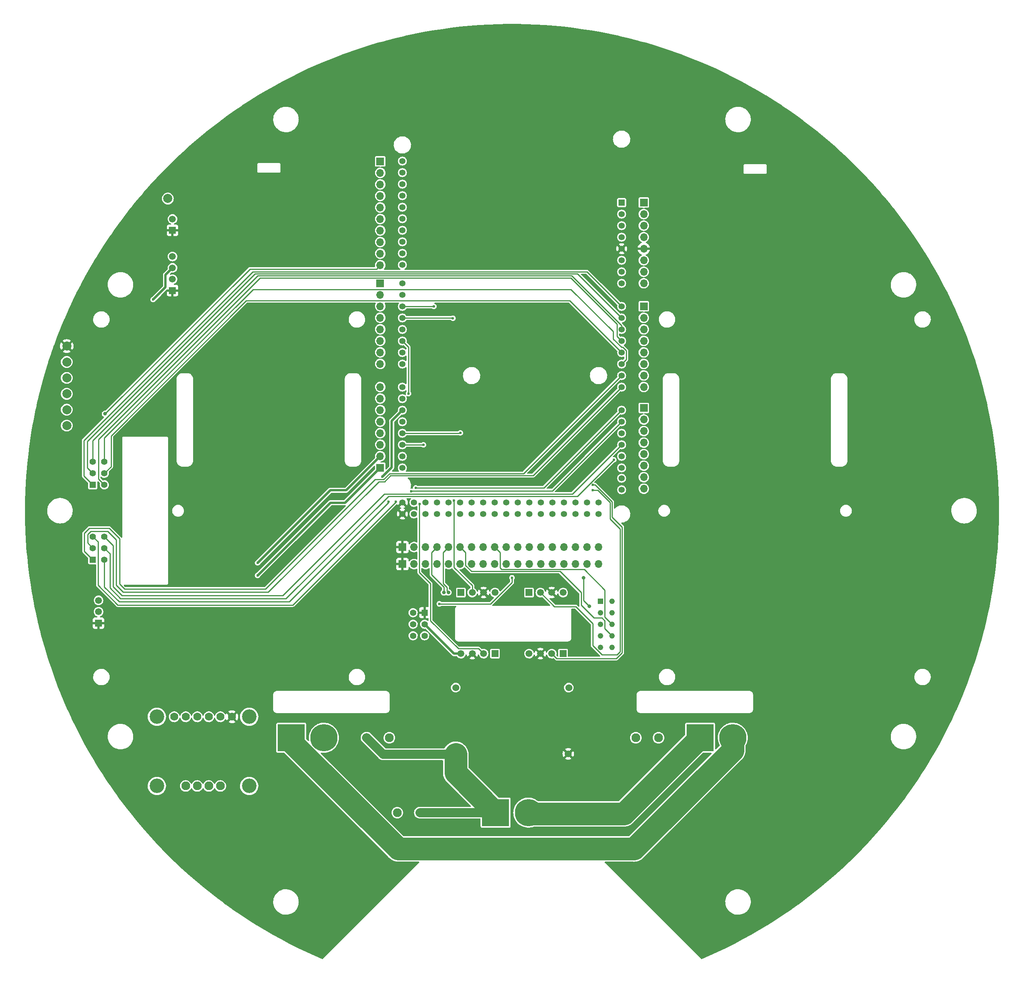
<source format=gbr>
%TF.GenerationSoftware,KiCad,Pcbnew,(6.0.9)*%
%TF.CreationDate,2023-07-09T09:32:53+10:00*%
%TF.ProjectId,Main 2.4,4d61696e-2032-42e3-942e-6b696361645f,rev?*%
%TF.SameCoordinates,Original*%
%TF.FileFunction,Copper,L2,Bot*%
%TF.FilePolarity,Positive*%
%FSLAX46Y46*%
G04 Gerber Fmt 4.6, Leading zero omitted, Abs format (unit mm)*
G04 Created by KiCad (PCBNEW (6.0.9)) date 2023-07-09 09:32:53*
%MOMM*%
%LPD*%
G01*
G04 APERTURE LIST*
%TA.AperFunction,ComponentPad*%
%ADD10C,1.778000*%
%TD*%
%TA.AperFunction,ComponentPad*%
%ADD11C,1.930400*%
%TD*%
%TA.AperFunction,ComponentPad*%
%ADD12C,3.200000*%
%TD*%
%TA.AperFunction,ComponentPad*%
%ADD13R,1.700000X1.700000*%
%TD*%
%TA.AperFunction,ComponentPad*%
%ADD14O,1.700000X1.700000*%
%TD*%
%TA.AperFunction,ComponentPad*%
%ADD15C,6.000000*%
%TD*%
%TA.AperFunction,ComponentPad*%
%ADD16R,6.000000X6.000000*%
%TD*%
%TA.AperFunction,ComponentPad*%
%ADD17R,1.398000X1.398000*%
%TD*%
%TA.AperFunction,ComponentPad*%
%ADD18C,1.398000*%
%TD*%
%TA.AperFunction,ComponentPad*%
%ADD19C,2.000000*%
%TD*%
%TA.AperFunction,ComponentPad*%
%ADD20R,1.508000X1.508000*%
%TD*%
%TA.AperFunction,ComponentPad*%
%ADD21C,1.508000*%
%TD*%
%TA.AperFunction,ComponentPad*%
%ADD22C,1.950000*%
%TD*%
%TA.AperFunction,ComponentPad*%
%ADD23R,1.240000X1.240000*%
%TD*%
%TA.AperFunction,ComponentPad*%
%ADD24C,1.240000*%
%TD*%
%TA.AperFunction,ComponentPad*%
%ADD25C,1.524000*%
%TD*%
%TA.AperFunction,ComponentPad*%
%ADD26C,1.358000*%
%TD*%
%TA.AperFunction,ComponentPad*%
%ADD27R,1.358000X1.358000*%
%TD*%
%TA.AperFunction,ViaPad*%
%ADD28C,0.800000*%
%TD*%
%TA.AperFunction,ViaPad*%
%ADD29C,0.600000*%
%TD*%
%TA.AperFunction,Conductor*%
%ADD30C,2.000000*%
%TD*%
%TA.AperFunction,Conductor*%
%ADD31C,5.000000*%
%TD*%
%TA.AperFunction,Conductor*%
%ADD32C,0.250000*%
%TD*%
%TA.AperFunction,Conductor*%
%ADD33C,0.500000*%
%TD*%
G04 APERTURE END LIST*
%TO.C,U4*%
G36*
X121396852Y-195380000D02*
G01*
X122155893Y-196168200D01*
X120445400Y-196168200D01*
X120445400Y-194591800D01*
X122155893Y-194591800D01*
X121396852Y-195380000D01*
G37*
G36*
X123234600Y-196168200D02*
G01*
X122519416Y-196168200D01*
X121733879Y-195382663D01*
X122467150Y-194591800D01*
X123234600Y-194591800D01*
X123234600Y-196168200D01*
G37*
%TD*%
D10*
%TO.P,U4,1,VIN*%
%TO.N,+5V*%
X138350000Y-195380000D03*
%TO.P,U4,2,3V*%
%TO.N,unconnected-(U4-Pad2)*%
X135810000Y-195380000D03*
%TO.P,U4,3,GND*%
%TO.N,GND*%
X133270000Y-195380000D03*
%TO.P,U4,4,SCL*%
%TO.N,/SCL*%
X130730000Y-195380000D03*
%TO.P,U4,5,SDA*%
%TO.N,/SDA*%
X128190000Y-195380000D03*
%TO.P,U4,6,RST*%
%TO.N,/RST*%
X125650000Y-195380000D03*
D11*
%TO.P,U4,7,INT*%
%TO.N,unconnected-(U4-Pad7)*%
X135810000Y-210620000D03*
%TO.P,U4,8,ADR*%
%TO.N,unconnected-(U4-Pad8)*%
X133270000Y-210620000D03*
%TO.P,U4,9,PS0*%
%TO.N,unconnected-(U4-Pad9)*%
X130730000Y-210620000D03*
%TO.P,U4,10,PS1*%
%TO.N,unconnected-(U4-Pad10)*%
X128190000Y-210620000D03*
D12*
%TO.P,U4,P$1*%
%TO.N,N/C*%
X142160000Y-210620000D03*
X121840000Y-195380000D03*
X142160000Y-195380000D03*
X121840000Y-210620000D03*
%TD*%
D13*
%TO.P,J20,1,Pin_1*%
%TO.N,/PWM1 (1)*%
X171000000Y-99880000D03*
D14*
%TO.P,J20,2,Pin_2*%
%TO.N,/PWM2 (2)*%
X171000000Y-102420000D03*
%TO.P,J20,3,Pin_3*%
%TO.N,/PWM1 (3)*%
X171000000Y-104960000D03*
%TO.P,J20,4,Pin_4*%
%TO.N,/PWM2 (4)*%
X171000000Y-107500000D03*
%TO.P,J20,5,Pin_5*%
%TO.N,/M4ENCA*%
X171000000Y-110040000D03*
%TO.P,J20,6,Pin_6*%
%TO.N,/M3ENCA*%
X171000000Y-112580000D03*
%TO.P,J20,7,Pin_7*%
%TO.N,Net-(A1-Pad1)*%
X171000000Y-115120000D03*
%TO.P,J20,8,Pin_8*%
%TO.N,Net-(A1-Pad0)*%
X171000000Y-117660000D03*
%TD*%
D15*
%TO.P,J5,N,NEG*%
%TO.N,Net-(J5-PadN)*%
X203600000Y-216500000D03*
D16*
%TO.P,J5,P,POS*%
%TO.N,+15V*%
X196400000Y-216500000D03*
%TD*%
D17*
%TO.P,J23,1,1*%
%TO.N,Net-(A1-PadAD6)*%
X107730000Y-160790000D03*
D18*
%TO.P,J23,2,2*%
%TO.N,Net-(A1-PadAD7)*%
X107730000Y-158250000D03*
%TO.P,J23,3,3*%
%TO.N,Net-(A1-PadAD8)*%
X107730000Y-155710000D03*
%TO.P,J23,4,4*%
%TO.N,Net-(A1-PadAD9)*%
X110270000Y-160790000D03*
%TO.P,J23,5,5*%
%TO.N,Net-(A1-PadAD10)*%
X110270000Y-158250000D03*
%TO.P,J23,6,6*%
%TO.N,Net-(A1-PadAD11)*%
X110270000Y-155710000D03*
%TD*%
D19*
%TO.P,TP6,1,1*%
%TO.N,GND*%
X102000000Y-131250000D03*
%TD*%
%TO.P,TP1,1,1*%
%TO.N,+5V*%
X102000000Y-113750000D03*
%TD*%
D13*
%TO.P,J22,1,Pin_1*%
%TO.N,+5V*%
X175890000Y-158000000D03*
D14*
%TO.P,J22,2,Pin_2*%
%TO.N,/M1ENCB*%
X178430000Y-158000000D03*
%TO.P,J22,3,Pin_3*%
%TO.N,/M2ENCB*%
X180970000Y-158000000D03*
%TO.P,J22,4,Pin_4*%
%TO.N,/M3ENCB*%
X183510000Y-158000000D03*
%TO.P,J22,5,Pin_5*%
%TO.N,/M4ENCB*%
X186050000Y-158000000D03*
%TO.P,J22,6,Pin_6*%
%TO.N,/DIR2 (4)*%
X188590000Y-158000000D03*
%TO.P,J22,7,Pin_7*%
%TO.N,/DIR1 (1)*%
X191130000Y-158000000D03*
%TO.P,J22,8,Pin_8*%
%TO.N,/DIR2 (2)*%
X193670000Y-158000000D03*
%TO.P,J22,9,Pin_9*%
%TO.N,/DIR1 (3)*%
X196210000Y-158000000D03*
%TO.P,J22,10,Pin_10*%
%TO.N,/RST*%
X198750000Y-158000000D03*
%TO.P,J22,11,Pin_11*%
%TO.N,/LOGIC_SWTICH*%
X201290000Y-158000000D03*
%TO.P,J22,12,Pin_12*%
%TO.N,Net-(A1-Pad42)*%
X203830000Y-158000000D03*
%TO.P,J22,13,Pin_13*%
%TO.N,Net-(A1-Pad44)*%
X206370000Y-158000000D03*
%TO.P,J22,14,Pin_14*%
%TO.N,Net-(A1-Pad46)*%
X208910000Y-158000000D03*
%TO.P,J22,15,Pin_15*%
%TO.N,Net-(A1-Pad48)*%
X211450000Y-158000000D03*
%TO.P,J22,16,Pin_16*%
%TO.N,Net-(A1-Pad50)*%
X213990000Y-158000000D03*
%TO.P,J22,17,Pin_17*%
%TO.N,Net-(A1-Pad52)*%
X216530000Y-158000000D03*
%TO.P,J22,18,Pin_18*%
%TO.N,GND*%
X219070000Y-158000000D03*
%TD*%
D20*
%TO.P,J4,1,1*%
%TO.N,/M4ENCB*%
X211250000Y-181475000D03*
D21*
%TO.P,J4,2,2*%
%TO.N,/M4ENCA*%
X208750000Y-181475000D03*
%TO.P,J4,3,3*%
%TO.N,+5V*%
X206250000Y-181475000D03*
%TO.P,J4,4,4*%
%TO.N,GND*%
X203750000Y-181475000D03*
%TD*%
D17*
%TO.P,J9,1,1*%
%TO.N,Net-(A1-PadAD0)*%
X107730000Y-144290000D03*
D18*
%TO.P,J9,2,2*%
%TO.N,Net-(A1-PadAD1)*%
X107730000Y-141750000D03*
%TO.P,J9,3,3*%
%TO.N,Net-(A1-PadAD2)*%
X107730000Y-139210000D03*
%TO.P,J9,4,4*%
%TO.N,Net-(A1-PadAD3)*%
X110270000Y-144290000D03*
%TO.P,J9,5,5*%
%TO.N,Net-(A1-PadAD4)*%
X110270000Y-141750000D03*
%TO.P,J9,6,6*%
%TO.N,Net-(A1-PadAD5)*%
X110270000Y-139210000D03*
%TD*%
D19*
%TO.P,TP4,1,1*%
%TO.N,/TX*%
X102000000Y-124250000D03*
%TD*%
D15*
%TO.P,J7,N,NEG*%
%TO.N,Net-(J7-PadN)*%
X248600000Y-200000000D03*
D16*
%TO.P,J7,P,POS*%
%TO.N,Net-(J5-PadN)*%
X241400000Y-200000000D03*
%TD*%
D19*
%TO.P,TP18,1,1*%
%TO.N,/LOGIC_SWTICH*%
X124250000Y-81250000D03*
%TD*%
D20*
%TO.P,J25,1,1*%
%TO.N,+5V*%
X125275000Y-88250000D03*
D21*
%TO.P,J25,2,2*%
%TO.N,/LOGIC_SWTICH*%
X125275000Y-85750000D03*
%TD*%
D13*
%TO.P,J10,1,Pin_1*%
%TO.N,Net-(A1-PadNC)*%
X229000000Y-82125000D03*
D14*
%TO.P,J10,2,Pin_2*%
%TO.N,Net-(A1-PadIOREF)*%
X229000000Y-84665000D03*
%TO.P,J10,3,Pin_3*%
%TO.N,Net-(A1-PadRESET)*%
X229000000Y-87205000D03*
%TO.P,J10,4,Pin_4*%
%TO.N,Net-(A1-Pad3V3)*%
X229000000Y-89745000D03*
%TO.P,J10,5,Pin_5*%
%TO.N,+5V*%
X229000000Y-92285000D03*
%TO.P,J10,6,Pin_6*%
%TO.N,GND*%
X229000000Y-94825000D03*
%TO.P,J10,7,Pin_7*%
X229000000Y-97365000D03*
%TO.P,J10,8,Pin_8*%
%TO.N,Net-(A1-PadVIN)*%
X229000000Y-99905000D03*
%TD*%
D13*
%TO.P,J19,1,Pin_1*%
%TO.N,Net-(A1-PadSCL)*%
X171000000Y-73050000D03*
D14*
%TO.P,J19,2,Pin_2*%
%TO.N,Net-(A1-PadSDA)*%
X171000000Y-75590000D03*
%TO.P,J19,3,Pin_3*%
%TO.N,Net-(A1-PadAREF)*%
X171000000Y-78130000D03*
%TO.P,J19,4,Pin_4*%
%TO.N,GND*%
X171000000Y-80670000D03*
%TO.P,J19,5,Pin_5*%
%TO.N,Net-(A1-Pad13)*%
X171000000Y-83210000D03*
%TO.P,J19,6,Pin_6*%
%TO.N,Net-(A1-Pad12)*%
X171000000Y-85750000D03*
%TO.P,J19,7,Pin_7*%
%TO.N,Net-(A1-Pad11)*%
X171000000Y-88290000D03*
%TO.P,J19,8,Pin_8*%
%TO.N,Net-(A1-Pad10)*%
X171000000Y-90830000D03*
%TO.P,J19,9,Pin_9*%
%TO.N,Net-(A1-Pad9)*%
X171000000Y-93370000D03*
%TO.P,J19,10,Pin_10*%
%TO.N,/LEDPWM*%
X171000000Y-95910000D03*
%TD*%
D19*
%TO.P,TP2,1,1*%
%TO.N,/SCL*%
X102000000Y-117250000D03*
%TD*%
D13*
%TO.P,J18,1,Pin_1*%
%TO.N,+5V*%
X175890000Y-161750000D03*
D14*
%TO.P,J18,2,Pin_2*%
%TO.N,Net-(A1-Pad23)*%
X178430000Y-161750000D03*
%TO.P,J18,3,Pin_3*%
%TO.N,Net-(A1-Pad25)*%
X180970000Y-161750000D03*
%TO.P,J18,4,Pin_4*%
%TO.N,Net-(A1-Pad27)*%
X183510000Y-161750000D03*
%TO.P,J18,5,Pin_5*%
%TO.N,Net-(A1-Pad29)*%
X186050000Y-161750000D03*
%TO.P,J18,6,Pin_6*%
%TO.N,Net-(A1-Pad31)*%
X188590000Y-161750000D03*
%TO.P,J18,7,Pin_7*%
%TO.N,Net-(A1-Pad33)*%
X191130000Y-161750000D03*
%TO.P,J18,8,Pin_8*%
%TO.N,Net-(A1-Pad35)*%
X193670000Y-161750000D03*
%TO.P,J18,9,Pin_9*%
%TO.N,Net-(A1-Pad37)*%
X196210000Y-161750000D03*
%TO.P,J18,10,Pin_10*%
%TO.N,Net-(A1-Pad39)*%
X198750000Y-161750000D03*
%TO.P,J18,11,Pin_11*%
%TO.N,Net-(A1-Pad41)*%
X201290000Y-161750000D03*
%TO.P,J18,12,Pin_12*%
%TO.N,Net-(A1-Pad43)*%
X203830000Y-161750000D03*
%TO.P,J18,13,Pin_13*%
%TO.N,Net-(A1-Pad45)*%
X206370000Y-161750000D03*
%TO.P,J18,14,Pin_14*%
%TO.N,Net-(A1-Pad47)*%
X208910000Y-161750000D03*
%TO.P,J18,15,Pin_15*%
%TO.N,Net-(A1-Pad49)*%
X211450000Y-161750000D03*
%TO.P,J18,16,Pin_16*%
%TO.N,Net-(A1-Pad51)*%
X213990000Y-161750000D03*
%TO.P,J18,17,Pin_17*%
%TO.N,Net-(A1-Pad53)*%
X216530000Y-161750000D03*
%TO.P,J18,18,Pin_18*%
%TO.N,GND*%
X219070000Y-161750000D03*
%TD*%
D19*
%TO.P,TP5,1,1*%
%TO.N,/RX*%
X102000000Y-127750000D03*
%TD*%
D22*
%TO.P,J6,1*%
%TO.N,+15V*%
X179750000Y-216500000D03*
%TO.P,J6,2*%
%TO.N,GND*%
X174750000Y-216500000D03*
%TD*%
%TO.P,J15,1*%
%TO.N,+15V*%
X168000000Y-200000000D03*
%TO.P,J15,2*%
%TO.N,GND*%
X173000000Y-200000000D03*
%TD*%
D20*
%TO.P,J3,1,1*%
%TO.N,/M3ENCB*%
X196250000Y-181475000D03*
D21*
%TO.P,J3,2,2*%
%TO.N,/M3ENCA*%
X193750000Y-181475000D03*
%TO.P,J3,3,3*%
%TO.N,+5V*%
X191250000Y-181475000D03*
%TO.P,J3,4,4*%
%TO.N,GND*%
X188750000Y-181475000D03*
%TD*%
D23*
%TO.P,J11,1,1*%
%TO.N,/DIR1 (1)*%
X219500000Y-169920000D03*
D24*
%TO.P,J11,2,2*%
%TO.N,/PWM1 (1)*%
X222040000Y-169920000D03*
%TO.P,J11,3,3*%
%TO.N,/DIR2 (2)*%
X219500000Y-172460000D03*
%TO.P,J11,4,4*%
%TO.N,/PWM2 (2)*%
X222040000Y-172460000D03*
%TO.P,J11,5,5*%
%TO.N,GND*%
X219500000Y-175000000D03*
%TO.P,J11,6,6*%
%TO.N,/DIR1 (3)*%
X222040000Y-175000000D03*
%TO.P,J11,7,7*%
%TO.N,/PWM1 (3)*%
X219500000Y-177540000D03*
%TO.P,J11,8,8*%
%TO.N,/DIR2 (4)*%
X222040000Y-177540000D03*
%TO.P,J11,9,9*%
%TO.N,/PWM2 (4)*%
X219500000Y-180080000D03*
%TO.P,J11,10,10*%
%TO.N,GND*%
X222040000Y-180080000D03*
%TD*%
D13*
%TO.P,J21,1,Pin_1*%
%TO.N,/SCL*%
X171000000Y-140530000D03*
D14*
%TO.P,J21,2,Pin_2*%
%TO.N,/SDA*%
X171000000Y-137990000D03*
%TO.P,J21,3,Pin_3*%
%TO.N,/M1ENCA*%
X171000000Y-135450000D03*
%TO.P,J21,4,Pin_4*%
%TO.N,/M2ENCA*%
X171000000Y-132910000D03*
%TO.P,J21,5,Pin_5*%
%TO.N,/RX*%
X171000000Y-130370000D03*
%TO.P,J21,6,Pin_6*%
%TO.N,/TX*%
X171000000Y-127830000D03*
%TO.P,J21,7,Pin_7*%
%TO.N,Net-(A1-Pad15)*%
X171000000Y-125290000D03*
%TO.P,J21,8,Pin_8*%
%TO.N,Net-(A1-Pad14)*%
X171000000Y-122750000D03*
%TD*%
D20*
%TO.P,J1,1,1*%
%TO.N,/M1ENCB*%
X188750000Y-168025000D03*
D21*
%TO.P,J1,2,2*%
%TO.N,/M1ENCA*%
X191250000Y-168025000D03*
%TO.P,J1,3,3*%
%TO.N,+5V*%
X193750000Y-168025000D03*
%TO.P,J1,4,4*%
%TO.N,GND*%
X196250000Y-168025000D03*
%TD*%
D20*
%TO.P,J2,1,1*%
%TO.N,/M2ENCB*%
X203750000Y-168025000D03*
D21*
%TO.P,J2,2,2*%
%TO.N,/M2ENCA*%
X206250000Y-168025000D03*
%TO.P,J2,3,3*%
%TO.N,+5V*%
X208750000Y-168025000D03*
%TO.P,J2,4,4*%
%TO.N,GND*%
X211250000Y-168025000D03*
%TD*%
D25*
%TO.P,U1,1,IN-*%
%TO.N,GND*%
X187610000Y-188965000D03*
%TO.P,U1,2,IN+*%
%TO.N,+15V*%
X187610000Y-203635000D03*
%TO.P,U1,3,0-*%
%TO.N,GND*%
X212490000Y-188965000D03*
%TO.P,U1,4,0+*%
%TO.N,+5V*%
X212390000Y-203535000D03*
%TD*%
D26*
%TO.P,A1,0,0*%
%TO.N,Net-(A1-Pad0)*%
X175870000Y-117700000D03*
%TO.P,A1,1,1*%
%TO.N,Net-(A1-Pad1)*%
X175870000Y-115160000D03*
%TO.P,A1,2,2*%
%TO.N,/M3ENCA*%
X175870000Y-112620000D03*
%TO.P,A1,3,3*%
%TO.N,/M4ENCA*%
X175870000Y-110080000D03*
%TO.P,A1,3V3,+3V3*%
%TO.N,Net-(A1-Pad3V3)*%
X224130000Y-89760000D03*
%TO.P,A1,4,4*%
%TO.N,/PWM2 (4)*%
X175870000Y-107540000D03*
%TO.P,A1,5,5*%
%TO.N,/PWM1 (3)*%
X175870000Y-105000000D03*
%TO.P,A1,5V_1,+5V_1*%
%TO.N,+5V*%
X224130000Y-92300000D03*
%TO.P,A1,5V_2,+5V_2*%
X175870000Y-148180000D03*
%TO.P,A1,5V_3,+5V_3*%
X175870000Y-150720000D03*
%TO.P,A1,6,6*%
%TO.N,/PWM2 (2)*%
X175870000Y-102460000D03*
%TO.P,A1,7,7*%
%TO.N,/PWM1 (1)*%
X175870000Y-99920000D03*
%TO.P,A1,8,8*%
%TO.N,/LEDPWM*%
X175870000Y-95856000D03*
%TO.P,A1,9,9*%
%TO.N,Net-(A1-Pad9)*%
X175870000Y-93316000D03*
%TO.P,A1,10,10*%
%TO.N,Net-(A1-Pad10)*%
X175870000Y-90776000D03*
%TO.P,A1,11,11*%
%TO.N,Net-(A1-Pad11)*%
X175870000Y-88236000D03*
%TO.P,A1,12,12*%
%TO.N,Net-(A1-Pad12)*%
X175870000Y-85696000D03*
%TO.P,A1,13,13*%
%TO.N,Net-(A1-Pad13)*%
X175870000Y-83156000D03*
%TO.P,A1,14,14*%
%TO.N,Net-(A1-Pad14)*%
X175870000Y-122780000D03*
%TO.P,A1,15,15*%
%TO.N,Net-(A1-Pad15)*%
X175870000Y-125320000D03*
%TO.P,A1,16,16*%
%TO.N,/TX*%
X175870000Y-127860000D03*
%TO.P,A1,17,17*%
%TO.N,/RX*%
X175870000Y-130400000D03*
%TO.P,A1,18,18*%
%TO.N,/M2ENCA*%
X175870000Y-132940000D03*
%TO.P,A1,19,19*%
%TO.N,/M1ENCA*%
X175870000Y-135480000D03*
%TO.P,A1,20,20*%
%TO.N,/SDA*%
X175870000Y-138020000D03*
%TO.P,A1,21,21*%
%TO.N,/SCL*%
X175870000Y-140560000D03*
%TO.P,A1,22,22*%
%TO.N,/M1ENCB*%
X178410000Y-148180000D03*
%TO.P,A1,23,23*%
%TO.N,Net-(A1-Pad23)*%
X178410000Y-150720000D03*
%TO.P,A1,24,24*%
%TO.N,/M2ENCB*%
X180950000Y-148180000D03*
%TO.P,A1,25,25*%
%TO.N,Net-(A1-Pad25)*%
X180950000Y-150720000D03*
%TO.P,A1,26,26*%
%TO.N,/M3ENCB*%
X183490000Y-148180000D03*
%TO.P,A1,27,27*%
%TO.N,Net-(A1-Pad27)*%
X183490000Y-150720000D03*
%TO.P,A1,28,28*%
%TO.N,/M4ENCB*%
X186030000Y-148180000D03*
%TO.P,A1,29,29*%
%TO.N,Net-(A1-Pad29)*%
X186030000Y-150720000D03*
%TO.P,A1,30,30*%
%TO.N,/DIR2 (4)*%
X188570000Y-148180000D03*
%TO.P,A1,31,31*%
%TO.N,Net-(A1-Pad31)*%
X188570000Y-150720000D03*
%TO.P,A1,32,32*%
%TO.N,/DIR1 (1)*%
X191110000Y-148180000D03*
%TO.P,A1,33,33*%
%TO.N,Net-(A1-Pad33)*%
X191110000Y-150720000D03*
%TO.P,A1,34,34*%
%TO.N,/DIR2 (2)*%
X193650000Y-148180000D03*
%TO.P,A1,35,35*%
%TO.N,Net-(A1-Pad35)*%
X193650000Y-150720000D03*
%TO.P,A1,36,36*%
%TO.N,/DIR1 (3)*%
X196190000Y-148180000D03*
%TO.P,A1,37,37*%
%TO.N,Net-(A1-Pad37)*%
X196190000Y-150720000D03*
%TO.P,A1,38,38*%
%TO.N,/RST*%
X198730000Y-148180000D03*
%TO.P,A1,39,39*%
%TO.N,Net-(A1-Pad39)*%
X198730000Y-150720000D03*
%TO.P,A1,40,40*%
%TO.N,/LOGIC_SWTICH*%
X201270000Y-148180000D03*
%TO.P,A1,41,41*%
%TO.N,Net-(A1-Pad41)*%
X201270000Y-150720000D03*
%TO.P,A1,42,42*%
%TO.N,Net-(A1-Pad42)*%
X203810000Y-148180000D03*
%TO.P,A1,43,43*%
%TO.N,Net-(A1-Pad43)*%
X203810000Y-150720000D03*
%TO.P,A1,44,44*%
%TO.N,Net-(A1-Pad44)*%
X206350000Y-148180000D03*
%TO.P,A1,45,45*%
%TO.N,Net-(A1-Pad45)*%
X206350000Y-150720000D03*
%TO.P,A1,46,46*%
%TO.N,Net-(A1-Pad46)*%
X208890000Y-148180000D03*
%TO.P,A1,47,47*%
%TO.N,Net-(A1-Pad47)*%
X208890000Y-150720000D03*
%TO.P,A1,48,48*%
%TO.N,Net-(A1-Pad48)*%
X211430000Y-148180000D03*
%TO.P,A1,49,49*%
%TO.N,Net-(A1-Pad49)*%
X211430000Y-150720000D03*
%TO.P,A1,50,50*%
%TO.N,Net-(A1-Pad50)*%
X213970000Y-148180000D03*
%TO.P,A1,51,51*%
%TO.N,Net-(A1-Pad51)*%
X213970000Y-150720000D03*
%TO.P,A1,52,52*%
%TO.N,Net-(A1-Pad52)*%
X216510000Y-148180000D03*
%TO.P,A1,53,53*%
%TO.N,Net-(A1-Pad53)*%
X216510000Y-150720000D03*
%TO.P,A1,AD0,AD0*%
%TO.N,Net-(A1-PadAD0)*%
X224130000Y-105000000D03*
%TO.P,A1,AD1,AD1*%
%TO.N,Net-(A1-PadAD1)*%
X224130000Y-107540000D03*
%TO.P,A1,AD2,AD2*%
%TO.N,Net-(A1-PadAD2)*%
X224130000Y-110080000D03*
%TO.P,A1,AD3,AD3*%
%TO.N,Net-(A1-PadAD3)*%
X224130000Y-112620000D03*
%TO.P,A1,AD4,AD4*%
%TO.N,Net-(A1-PadAD4)*%
X224130000Y-115160000D03*
%TO.P,A1,AD5,AD5*%
%TO.N,Net-(A1-PadAD5)*%
X224130000Y-117700000D03*
%TO.P,A1,AD6,AD6*%
%TO.N,Net-(A1-PadAD6)*%
X224130000Y-120240000D03*
%TO.P,A1,AD7,AD7*%
%TO.N,Net-(A1-PadAD7)*%
X224130000Y-122780000D03*
%TO.P,A1,AD8,AD8*%
%TO.N,Net-(A1-PadAD8)*%
X224130000Y-127860000D03*
%TO.P,A1,AD9,AD9*%
%TO.N,Net-(A1-PadAD9)*%
X224130000Y-130400000D03*
%TO.P,A1,AD10,AD10*%
%TO.N,Net-(A1-PadAD10)*%
X224130000Y-132940000D03*
%TO.P,A1,AD11,AD11*%
%TO.N,Net-(A1-PadAD11)*%
X224130000Y-135480000D03*
%TO.P,A1,AD12,AD12*%
%TO.N,Net-(A1-PadAD12)*%
X224130000Y-138020000D03*
%TO.P,A1,AD13,AD13*%
%TO.N,Net-(A1-PadAD13)*%
X224130000Y-140560000D03*
%TO.P,A1,AD14,AD14*%
%TO.N,Net-(A1-PadAD14)*%
X224130000Y-142846000D03*
%TO.P,A1,AD15,AD15*%
%TO.N,Net-(A1-PadAD15)*%
X224130000Y-145386000D03*
%TO.P,A1,AREF,AREF*%
%TO.N,Net-(A1-PadAREF)*%
X175870000Y-78076000D03*
%TO.P,A1,GND1,GND1*%
%TO.N,GND*%
X224130000Y-94840000D03*
%TO.P,A1,GND2,GND2*%
X224130000Y-97380000D03*
%TO.P,A1,GND3,GND3*%
X175870000Y-80616000D03*
%TO.P,A1,GND4,GND4*%
X219050000Y-148180000D03*
%TO.P,A1,GND5,GND5*%
X219050000Y-150720000D03*
%TO.P,A1,IOREF,IOREF*%
%TO.N,Net-(A1-PadIOREF)*%
X224130000Y-84680000D03*
D27*
%TO.P,A1,NC,NC*%
%TO.N,Net-(A1-PadNC)*%
X224130000Y-82140000D03*
D26*
%TO.P,A1,RESET,RESET*%
%TO.N,Net-(A1-PadRESET)*%
X224130000Y-87220000D03*
%TO.P,A1,SCL,SCL*%
%TO.N,Net-(A1-PadSCL)*%
X175870000Y-72996000D03*
%TO.P,A1,SDA,SDA*%
%TO.N,Net-(A1-PadSDA)*%
X175870000Y-75536000D03*
%TO.P,A1,VIN,VIN*%
%TO.N,Net-(A1-PadVIN)*%
X224130000Y-99920000D03*
%TD*%
D15*
%TO.P,J8,N,NEG*%
%TO.N,GND*%
X158600000Y-200000000D03*
D16*
%TO.P,J8,P,POS*%
%TO.N,Net-(J7-PadN)*%
X151400000Y-200000000D03*
%TD*%
D20*
%TO.P,J24,1,1*%
%TO.N,+5V*%
X109000000Y-174750000D03*
D21*
%TO.P,J24,2,2*%
%TO.N,GND*%
X109000000Y-172250000D03*
%TO.P,J24,3,3*%
%TO.N,/LEDPWM*%
X109000000Y-169750000D03*
%TD*%
D13*
%TO.P,J17,1,Pin_1*%
%TO.N,Net-(A1-PadAD8)*%
X229000000Y-127375000D03*
D14*
%TO.P,J17,2,Pin_2*%
%TO.N,Net-(A1-PadAD9)*%
X229000000Y-129915000D03*
%TO.P,J17,3,Pin_3*%
%TO.N,Net-(A1-PadAD10)*%
X229000000Y-132455000D03*
%TO.P,J17,4,Pin_4*%
%TO.N,Net-(A1-PadAD11)*%
X229000000Y-134995000D03*
%TO.P,J17,5,Pin_5*%
%TO.N,Net-(A1-PadAD12)*%
X229000000Y-137535000D03*
%TO.P,J17,6,Pin_6*%
%TO.N,Net-(A1-PadAD13)*%
X229000000Y-140075000D03*
%TO.P,J17,7,Pin_7*%
%TO.N,Net-(A1-PadAD14)*%
X229000000Y-142615000D03*
%TO.P,J17,8,Pin_8*%
%TO.N,Net-(A1-PadAD15)*%
X229000000Y-145155000D03*
%TD*%
D19*
%TO.P,TP3,1,1*%
%TO.N,/SDA*%
X102000000Y-120750000D03*
%TD*%
D20*
%TO.P,J13,1,1*%
%TO.N,+5V*%
X125275000Y-101500000D03*
D21*
%TO.P,J13,2,2*%
%TO.N,GND*%
X125275000Y-99000000D03*
%TO.P,J13,3,3*%
%TO.N,/SCL*%
X125275000Y-96500000D03*
%TO.P,J13,4,4*%
%TO.N,/SDA*%
X125275000Y-94000000D03*
%TD*%
D22*
%TO.P,J16,1*%
%TO.N,+15V*%
X227250000Y-200000000D03*
%TO.P,J16,2*%
%TO.N,GND*%
X232250000Y-200000000D03*
%TD*%
D13*
%TO.P,J14,1,Pin_1*%
%TO.N,Net-(A1-PadAD0)*%
X229000000Y-104970000D03*
D14*
%TO.P,J14,2,Pin_2*%
%TO.N,Net-(A1-PadAD1)*%
X229000000Y-107510000D03*
%TO.P,J14,3,Pin_3*%
%TO.N,Net-(A1-PadAD2)*%
X229000000Y-110050000D03*
%TO.P,J14,4,Pin_4*%
%TO.N,Net-(A1-PadAD3)*%
X229000000Y-112590000D03*
%TO.P,J14,5,Pin_5*%
%TO.N,Net-(A1-PadAD4)*%
X229000000Y-115130000D03*
%TO.P,J14,6,Pin_6*%
%TO.N,Net-(A1-PadAD5)*%
X229000000Y-117670000D03*
%TO.P,J14,7,Pin_7*%
%TO.N,Net-(A1-PadAD6)*%
X229000000Y-120210000D03*
%TO.P,J14,8,Pin_8*%
%TO.N,Net-(A1-PadAD7)*%
X229000000Y-122750000D03*
%TD*%
D17*
%TO.P,J12,1,1*%
%TO.N,+5V*%
X180770000Y-172460000D03*
D18*
%TO.P,J12,2,2*%
%TO.N,GND*%
X180770000Y-175000000D03*
%TO.P,J12,3,3*%
%TO.N,/TX*%
X180770000Y-177540000D03*
%TO.P,J12,4,4*%
%TO.N,/RX*%
X178230000Y-172460000D03*
%TO.P,J12,5,5*%
%TO.N,unconnected-(J12-Pad5)*%
X178230000Y-175000000D03*
%TO.P,J12,6,6*%
%TO.N,unconnected-(J12-Pad6)*%
X178230000Y-177540000D03*
%TD*%
D28*
%TO.N,GND*%
X215750000Y-164750000D03*
X217000000Y-171000000D03*
D29*
%TO.N,/M1ENCA*%
X187250000Y-147750000D03*
X180500000Y-135500000D03*
%TO.N,/M2ENCA*%
X188623301Y-132876699D03*
X217750000Y-145500000D03*
D28*
%TO.N,/M3ENCB*%
X185000000Y-168000000D03*
D29*
%TO.N,/M3ENCA*%
X179656589Y-148543411D03*
X177200000Y-124200000D03*
D28*
%TO.N,/M4ENCB*%
X185999503Y-168000000D03*
D29*
%TO.N,/M4ENCA*%
X217785126Y-144298052D03*
%TO.N,/SDA*%
X144000000Y-161500000D03*
%TO.N,/SCL*%
X121000000Y-103500000D03*
X144000000Y-164250000D03*
%TO.N,/PWM1 (3)*%
X182800000Y-105000000D03*
%TO.N,/PWM2 (4)*%
X187000000Y-107600000D03*
%TO.N,/TX*%
X171500000Y-142500000D03*
%TO.N,+5V*%
X120500000Y-102000000D03*
%TO.N,/RST*%
X184000000Y-170500000D03*
X200000000Y-164750000D03*
%TO.N,Net-(A1-PadAD8)*%
X174400000Y-148000000D03*
X178800000Y-144975500D03*
%TO.N,Net-(A1-PadAD9)*%
X172800000Y-148000000D03*
X177800000Y-145720501D03*
%TO.N,Net-(A1-PadAD10)*%
X222400000Y-138800000D03*
D28*
%TO.N,/LEDPWM*%
X110409363Y-128659363D03*
%TD*%
D30*
%TO.N,+15V*%
X179750000Y-216500000D02*
X196400000Y-216500000D01*
X171635000Y-203635000D02*
X168000000Y-200000000D01*
D31*
X187610000Y-203635000D02*
X187610000Y-207710000D01*
D30*
X187610000Y-203635000D02*
X171635000Y-203635000D01*
D31*
X187610000Y-207710000D02*
X196400000Y-216500000D01*
D32*
%TO.N,GND*%
X215750000Y-164750000D02*
X215750000Y-169750000D01*
D33*
X188750000Y-181475000D02*
X187245000Y-181475000D01*
D32*
X215750000Y-169750000D02*
X217000000Y-171000000D01*
D33*
X187245000Y-181475000D02*
X180770000Y-175000000D01*
D32*
%TO.N,/M1ENCA*%
X191250000Y-168025000D02*
X191250000Y-166500000D01*
X187250000Y-162500000D02*
X187250000Y-147750000D01*
X175890000Y-135500000D02*
X175870000Y-135480000D01*
X180500000Y-135500000D02*
X175890000Y-135500000D01*
X191250000Y-166500000D02*
X187250000Y-162500000D01*
%TO.N,/M2ENCA*%
X217750000Y-179666432D02*
X217750000Y-174845000D01*
X217750000Y-174845000D02*
X214027696Y-171122696D01*
X188623301Y-132876699D02*
X188560000Y-132940000D01*
X223800000Y-181063604D02*
X223113604Y-181750000D01*
X221550000Y-148186397D02*
X221550000Y-151800000D01*
X221550000Y-151800000D02*
X223800000Y-154050000D01*
X223800000Y-154050000D02*
X223800000Y-181063604D01*
X209347696Y-171122696D02*
X206250000Y-168025000D01*
X188560000Y-132940000D02*
X175870000Y-132940000D01*
X219833568Y-181750000D02*
X217750000Y-179666432D01*
X217750000Y-145500000D02*
X218863604Y-145500000D01*
X218863604Y-145500000D02*
X221550000Y-148186397D01*
X223113604Y-181750000D02*
X219833568Y-181750000D01*
X214027696Y-171122696D02*
X209347696Y-171122696D01*
%TO.N,/M3ENCB*%
X182335000Y-164135000D02*
X182335000Y-159175000D01*
X185000000Y-168000000D02*
X185000000Y-166800000D01*
X182335000Y-159175000D02*
X183510000Y-158000000D01*
X185000000Y-166800000D02*
X182335000Y-164135000D01*
%TO.N,/M3ENCA*%
X182081802Y-174281802D02*
X188196000Y-180396000D01*
X177200000Y-124200000D02*
X177200000Y-113950000D01*
X179605000Y-148595000D02*
X179605000Y-163605000D01*
X177200000Y-113950000D02*
X175870000Y-112620000D01*
X179656589Y-148543411D02*
X179605000Y-148595000D01*
X192671000Y-180396000D02*
X193750000Y-181475000D01*
X182081802Y-166081802D02*
X182081802Y-174281802D01*
X179605000Y-163605000D02*
X182081802Y-166081802D01*
X188196000Y-180396000D02*
X192671000Y-180396000D01*
%TO.N,/M4ENCB*%
X185999503Y-168000000D02*
X185725000Y-167725497D01*
X184875000Y-159175000D02*
X186050000Y-158000000D01*
X184875000Y-166038604D02*
X184875000Y-159175000D01*
X185725000Y-166888604D02*
X184875000Y-166038604D01*
X185725000Y-167725497D02*
X185725000Y-166888604D01*
%TO.N,/M4ENCA*%
X209829000Y-182554000D02*
X222946000Y-182554000D01*
X224250000Y-181250000D02*
X224250000Y-153633074D01*
X222000000Y-148000000D02*
X218298052Y-144298052D01*
X218298052Y-144298052D02*
X217785126Y-144298052D01*
X222946000Y-182554000D02*
X224250000Y-181250000D01*
X224250000Y-153633074D02*
X222000000Y-151383074D01*
X208750000Y-181475000D02*
X209829000Y-182554000D01*
X222000000Y-151383074D02*
X222000000Y-148000000D01*
D31*
%TO.N,Net-(J5-PadN)*%
X224650000Y-216750000D02*
X203850000Y-216750000D01*
X241400000Y-200000000D02*
X224650000Y-216750000D01*
X203850000Y-216750000D02*
X203600000Y-216500000D01*
%TO.N,Net-(J7-PadN)*%
X151400000Y-200900000D02*
X175000000Y-224500000D01*
X175000000Y-224500000D02*
X226875000Y-224500000D01*
X151400000Y-200000000D02*
X151400000Y-200900000D01*
X226875000Y-224500000D02*
X248600000Y-202775000D01*
X248600000Y-202775000D02*
X248600000Y-200000000D01*
D33*
%TO.N,/SDA*%
X144000000Y-161500000D02*
X160000000Y-145500000D01*
X163490000Y-145500000D02*
X171000000Y-137990000D01*
X160000000Y-145500000D02*
X163490000Y-145500000D01*
%TO.N,/SCL*%
X144000000Y-164250000D02*
X160000000Y-148250000D01*
X121000000Y-103500000D02*
X123750000Y-100750000D01*
X123750000Y-98025000D02*
X125275000Y-96500000D01*
X163280000Y-148250000D02*
X171000000Y-140530000D01*
X160000000Y-148250000D02*
X163280000Y-148250000D01*
X123750000Y-100750000D02*
X123750000Y-98025000D01*
D32*
%TO.N,/DIR1 (3)*%
X197725001Y-162925000D02*
X197385000Y-162584999D01*
X197385000Y-162584999D02*
X197385000Y-159175000D01*
X215925000Y-162925000D02*
X197725001Y-162925000D01*
X197385000Y-159175000D02*
X196210000Y-158000000D01*
X220445000Y-167445000D02*
X215925000Y-162925000D01*
X220445000Y-173405000D02*
X220445000Y-167445000D01*
X222040000Y-175000000D02*
X220445000Y-173405000D01*
%TO.N,/PWM1 (3)*%
X182800000Y-105000000D02*
X175870000Y-105000000D01*
%TO.N,/DIR2 (4)*%
X218000000Y-173600000D02*
X215200000Y-170800000D01*
X222040000Y-177540000D02*
X220445000Y-175945000D01*
X210575000Y-163375000D02*
X191093299Y-163375000D01*
X220445000Y-174245000D02*
X219800000Y-173600000D01*
X219800000Y-173600000D02*
X218000000Y-173600000D01*
X220445000Y-175945000D02*
X220445000Y-174245000D01*
X189765000Y-159175000D02*
X188590000Y-158000000D01*
X191093299Y-163375000D02*
X189765000Y-162046701D01*
X189765000Y-162046701D02*
X189765000Y-159175000D01*
X215200000Y-168000000D02*
X210575000Y-163375000D01*
X215200000Y-170800000D02*
X215200000Y-168000000D01*
%TO.N,/PWM2 (4)*%
X187000000Y-107600000D02*
X186940000Y-107540000D01*
X186940000Y-107540000D02*
X175870000Y-107540000D01*
D33*
%TO.N,/TX*%
X173500000Y-140500000D02*
X173500000Y-130230000D01*
X173500000Y-130230000D02*
X175870000Y-127860000D01*
X171500000Y-142500000D02*
X173500000Y-140500000D01*
D32*
%TO.N,Net-(A1-PadAD0)*%
X142915102Y-97355000D02*
X216485000Y-97355000D01*
X107730000Y-144290000D02*
X105750000Y-142310000D01*
X216485000Y-97355000D02*
X224130000Y-105000000D01*
X105750000Y-134520102D02*
X142915102Y-97355000D01*
X105750000Y-142310000D02*
X105750000Y-134520102D01*
%TO.N,Net-(A1-PadAD1)*%
X143455051Y-97805000D02*
X214395000Y-97805000D01*
X106500000Y-140520000D02*
X106500000Y-134760051D01*
X106500000Y-134760051D02*
X143455051Y-97805000D01*
X107730000Y-141750000D02*
X106500000Y-140520000D01*
X214395000Y-97805000D02*
X224130000Y-107540000D01*
%TO.N,Net-(A1-PadAD2)*%
X107730000Y-139210000D02*
X107730000Y-134520000D01*
X143995000Y-98255000D02*
X213141396Y-98255000D01*
X107730000Y-134520000D02*
X143995000Y-98255000D01*
X224130000Y-109243604D02*
X224130000Y-110080000D01*
X213141396Y-98255000D02*
X224130000Y-109243604D01*
%TO.N,Net-(A1-PadAD3)*%
X109000000Y-143020000D02*
X109000000Y-134260051D01*
X109000000Y-134260051D02*
X144555051Y-98705000D01*
X223126000Y-111616000D02*
X224130000Y-112620000D01*
X110270000Y-144290000D02*
X109000000Y-143020000D01*
X144555051Y-98705000D02*
X212955000Y-98705000D01*
X212955000Y-98705000D02*
X223126000Y-108876000D01*
X223126000Y-108876000D02*
X223126000Y-111616000D01*
%TO.N,Net-(A1-PadAD4)*%
X212720000Y-103750000D02*
X141500000Y-103750000D01*
X224130000Y-115160000D02*
X212720000Y-103750000D01*
X111750000Y-133500000D02*
X111750000Y-140270000D01*
X141500000Y-103750000D02*
X111750000Y-133500000D01*
X111750000Y-140270000D02*
X110270000Y-141750000D01*
%TO.N,/RST*%
X200000000Y-165800937D02*
X195300937Y-170500000D01*
X200000000Y-164750000D02*
X200000000Y-165800937D01*
X195300937Y-170500000D02*
X184000000Y-170500000D01*
%TO.N,Net-(A1-PadAD5)*%
X224389871Y-114000000D02*
X225134000Y-114744129D01*
X212995000Y-101245000D02*
X222250000Y-110500000D01*
X143005000Y-101245000D02*
X212995000Y-101245000D01*
X110270000Y-139210000D02*
X110270000Y-133980000D01*
X222250000Y-112159871D02*
X224090129Y-114000000D01*
X110270000Y-133980000D02*
X143005000Y-101245000D01*
X225134000Y-116696000D02*
X224130000Y-117700000D01*
X225134000Y-114744129D02*
X225134000Y-116696000D01*
X224090129Y-114000000D02*
X224389871Y-114000000D01*
X222250000Y-110500000D02*
X222250000Y-112159871D01*
%TO.N,Net-(A1-PadAD6)*%
X114719850Y-167250000D02*
X145750000Y-167250000D01*
X171758884Y-143125000D02*
X173083884Y-141800000D01*
X106964119Y-153861000D02*
X111340899Y-153861000D01*
X107730000Y-160790000D02*
X105881000Y-158941000D01*
X113600000Y-156120102D02*
X113600000Y-166130150D01*
X202570000Y-141800000D02*
X224130000Y-120240000D01*
X105881000Y-158941000D02*
X105881000Y-154944118D01*
X173083884Y-141800000D02*
X202570000Y-141800000D01*
X169875000Y-143125000D02*
X171758884Y-143125000D01*
X145750000Y-167250000D02*
X169875000Y-143125000D01*
X113600000Y-166130150D02*
X114719850Y-167250000D01*
X105881000Y-154944118D02*
X106964119Y-153861000D01*
X111340899Y-153861000D02*
X113600000Y-156120102D01*
%TO.N,Net-(A1-PadAD7)*%
X114429900Y-167950000D02*
X146300000Y-167950000D01*
X204660000Y-142250000D02*
X224130000Y-122780000D01*
X146300000Y-167950000D02*
X170675000Y-143575000D01*
X170675000Y-143575000D02*
X171945280Y-143575000D01*
X171945280Y-143575000D02*
X173270280Y-142250000D01*
X112900000Y-166420100D02*
X114429900Y-167950000D01*
X112900000Y-156410051D02*
X112900000Y-166420100D01*
X107254068Y-154561000D02*
X111050949Y-154561000D01*
X107730000Y-158250000D02*
X106581000Y-157101000D01*
X173270280Y-142250000D02*
X204660000Y-142250000D01*
X106581000Y-155234068D02*
X107254068Y-154561000D01*
X111050949Y-154561000D02*
X112900000Y-156410051D01*
X106581000Y-157101000D02*
X106581000Y-155234068D01*
%TO.N,Net-(A1-PadAD8)*%
X107730000Y-155710000D02*
X108879000Y-156859000D01*
X178800000Y-144975500D02*
X207014500Y-144975500D01*
X207014500Y-144975500D02*
X224130000Y-127860000D01*
X113250001Y-170750000D02*
X151750000Y-170750000D01*
X174400000Y-148100000D02*
X174400000Y-148000000D01*
X108879000Y-166379000D02*
X113250001Y-170750000D01*
X151750000Y-170750000D02*
X174400000Y-148100000D01*
X108879000Y-156859000D02*
X108879000Y-166379000D01*
%TO.N,Net-(A1-PadAD9)*%
X177920501Y-145600000D02*
X208930000Y-145600000D01*
X110270000Y-166780050D02*
X110270000Y-160790000D01*
X150950000Y-170050000D02*
X113539950Y-170050000D01*
X177800000Y-145720501D02*
X177920501Y-145600000D01*
X208930000Y-145600000D02*
X224130000Y-130400000D01*
X172800000Y-148000000D02*
X172800000Y-148200000D01*
X172800000Y-148200000D02*
X150950000Y-170050000D01*
X113539950Y-170050000D02*
X110270000Y-166780050D01*
%TO.N,Net-(A1-PadAD10)*%
X110270000Y-158250000D02*
X111500000Y-159480000D01*
X111500000Y-159480000D02*
X111500000Y-167000000D01*
X214404999Y-146795001D02*
X222400000Y-138800000D01*
X113850000Y-169350000D02*
X150250000Y-169350000D01*
X172804999Y-146795001D02*
X214404999Y-146795001D01*
X111500000Y-167000000D02*
X113850000Y-169350000D01*
X150250000Y-169350000D02*
X172804999Y-146795001D01*
%TO.N,Net-(A1-PadAD11)*%
X112200000Y-166710050D02*
X112200000Y-157647446D01*
X171854999Y-146345001D02*
X149550000Y-168650000D01*
X149550000Y-168650000D02*
X114139950Y-168650000D01*
X114139950Y-168650000D02*
X112200000Y-166710050D01*
X213264999Y-146345001D02*
X171854999Y-146345001D01*
X112200000Y-157647446D02*
X110270000Y-155717446D01*
X224130000Y-135480000D02*
X213264999Y-146345001D01*
%TO.N,/LEDPWM*%
X142318726Y-96750000D02*
X170160000Y-96750000D01*
X170160000Y-96750000D02*
X171000000Y-95910000D01*
X110409363Y-128659363D02*
X142318726Y-96750000D01*
%TD*%
%TA.AperFunction,Conductor*%
%TO.N,+5V*%
G36*
X201033328Y-42805492D02*
G01*
X203094802Y-42845194D01*
X203097227Y-42845264D01*
X205157554Y-42924653D01*
X205159978Y-42924770D01*
X207218397Y-43043817D01*
X207220818Y-43043981D01*
X209276517Y-43202638D01*
X209278934Y-43202848D01*
X211331196Y-43401059D01*
X211333609Y-43401315D01*
X213381737Y-43639014D01*
X213384144Y-43639317D01*
X215427265Y-43916402D01*
X215429666Y-43916751D01*
X217467129Y-44233135D01*
X217469523Y-44233531D01*
X219002427Y-44501890D01*
X219500437Y-44589074D01*
X219502798Y-44589511D01*
X221526548Y-44984106D01*
X221528925Y-44984593D01*
X223544700Y-45418083D01*
X223547067Y-45418616D01*
X224027129Y-45531566D01*
X225554147Y-45890846D01*
X225556476Y-45891419D01*
X227554027Y-46402191D01*
X227556304Y-46402796D01*
X228377446Y-46629694D01*
X229543757Y-46951969D01*
X229546089Y-46952638D01*
X231522471Y-47539940D01*
X231524790Y-47540653D01*
X232960338Y-47997501D01*
X233489574Y-48165925D01*
X233491864Y-48166678D01*
X235444242Y-48829668D01*
X235446532Y-48830471D01*
X236507718Y-49213773D01*
X237385731Y-49530913D01*
X237387958Y-49531742D01*
X238044367Y-49783229D01*
X239313372Y-50269418D01*
X239315629Y-50270308D01*
X241226414Y-51044894D01*
X241228654Y-51045827D01*
X243124206Y-51857078D01*
X243126427Y-51858054D01*
X245006008Y-52705656D01*
X245008172Y-52706656D01*
X246871145Y-53590321D01*
X246873238Y-53591339D01*
X248718829Y-54510702D01*
X248720990Y-54511805D01*
X250548504Y-55466518D01*
X250550543Y-55467608D01*
X251931969Y-56223490D01*
X252359376Y-56457357D01*
X252361493Y-56458542D01*
X254150884Y-57482910D01*
X254152978Y-57484136D01*
X255922296Y-58542759D01*
X255924366Y-58544025D01*
X257672959Y-59636511D01*
X257675004Y-59637816D01*
X259402271Y-60763795D01*
X259404278Y-60765130D01*
X261109627Y-61924214D01*
X261111501Y-61925515D01*
X262794154Y-63117180D01*
X262796040Y-63118542D01*
X264150604Y-64117564D01*
X264455457Y-64342400D01*
X264457396Y-64343859D01*
X266092917Y-65599427D01*
X266094776Y-65600882D01*
X267454529Y-66686992D01*
X267705787Y-66887686D01*
X267707668Y-66889218D01*
X269293633Y-68206829D01*
X269295484Y-68208398D01*
X270855694Y-69556225D01*
X270857515Y-69557828D01*
X272391591Y-70935546D01*
X272393380Y-70937185D01*
X273900534Y-72344084D01*
X273902292Y-72345756D01*
X274185930Y-72620936D01*
X275373951Y-73773532D01*
X275382181Y-73781517D01*
X275383892Y-73783210D01*
X276263653Y-74670256D01*
X276835796Y-75247136D01*
X276837488Y-75248875D01*
X277022282Y-75442518D01*
X278260979Y-76740532D01*
X278262576Y-76742237D01*
X279644687Y-78247532D01*
X279657079Y-78261028D01*
X279658689Y-78262815D01*
X280200022Y-78875676D01*
X281023701Y-79808190D01*
X281025289Y-79810024D01*
X281396359Y-80246794D01*
X282360268Y-81381368D01*
X282361749Y-81383146D01*
X283208143Y-82419185D01*
X283666248Y-82979934D01*
X283667765Y-82981828D01*
X283948736Y-83339599D01*
X284939979Y-84601788D01*
X284941225Y-84603375D01*
X284942691Y-84605279D01*
X286127684Y-86175505D01*
X286184725Y-86251090D01*
X286186168Y-86253041D01*
X287396254Y-87922428D01*
X287397659Y-87924406D01*
X288575377Y-89616784D01*
X288576744Y-89618789D01*
X289721648Y-91333518D01*
X289722976Y-91335548D01*
X290361176Y-92332429D01*
X290802234Y-93021370D01*
X290834689Y-93072066D01*
X290835971Y-93074113D01*
X291912194Y-94828704D01*
X291914008Y-94831662D01*
X291915247Y-94833726D01*
X292198881Y-95316771D01*
X292959263Y-96611747D01*
X292960471Y-96613851D01*
X293970027Y-98411588D01*
X293971195Y-98413715D01*
X294945978Y-100230617D01*
X294947104Y-100232766D01*
X295369600Y-101058018D01*
X295886093Y-102066872D01*
X295886690Y-102068039D01*
X295887773Y-102070205D01*
X295894960Y-102084936D01*
X296791868Y-103923274D01*
X296792911Y-103925465D01*
X297205876Y-104814961D01*
X297622696Y-105712758D01*
X297661156Y-105795599D01*
X297662151Y-105797798D01*
X298492656Y-107680749D01*
X298494210Y-107684272D01*
X298495165Y-107686494D01*
X299231208Y-109446290D01*
X299290762Y-109588678D01*
X299291673Y-109590916D01*
X299328694Y-109684449D01*
X300050491Y-111508060D01*
X300051362Y-111510324D01*
X300773128Y-113441732D01*
X300773955Y-113444013D01*
X301009919Y-114114539D01*
X301458390Y-115388939D01*
X301459136Y-115391123D01*
X301983236Y-116977341D01*
X302106022Y-117348958D01*
X302106761Y-117351269D01*
X302715807Y-119321126D01*
X302716501Y-119323451D01*
X303287499Y-121304656D01*
X303288148Y-121306994D01*
X303820875Y-123298764D01*
X303821480Y-123301114D01*
X303926231Y-123725321D01*
X304313518Y-125293704D01*
X304315778Y-125302858D01*
X304316328Y-125305181D01*
X304527618Y-126237629D01*
X304771995Y-127316099D01*
X304772508Y-127318470D01*
X305189351Y-129337701D01*
X305189819Y-129340082D01*
X305360179Y-130253848D01*
X305566781Y-131362008D01*
X305567720Y-131367047D01*
X305568136Y-131369408D01*
X305712971Y-132238876D01*
X305906923Y-133403199D01*
X305907299Y-133405596D01*
X306091669Y-134661098D01*
X306184752Y-135294961D01*
X306206873Y-135445601D01*
X306207200Y-135447990D01*
X306245038Y-135745391D01*
X306467430Y-137493339D01*
X306467713Y-137495749D01*
X306688510Y-139545710D01*
X306688747Y-139548125D01*
X306870032Y-141602000D01*
X306870222Y-141604418D01*
X306935849Y-142557054D01*
X307011639Y-143657214D01*
X307011924Y-143661358D01*
X307012067Y-143663759D01*
X307113537Y-145710989D01*
X307114140Y-145723159D01*
X307114236Y-145725573D01*
X307115355Y-145762543D01*
X307176632Y-147786444D01*
X307176682Y-147788870D01*
X307199384Y-149850548D01*
X307199388Y-149852974D01*
X307192133Y-150732812D01*
X307182491Y-151902114D01*
X307182386Y-151914812D01*
X307182343Y-151917208D01*
X307162753Y-152629307D01*
X307125644Y-153978263D01*
X307125554Y-153980687D01*
X307085593Y-154834688D01*
X307033018Y-155958268D01*
X307029182Y-156040237D01*
X307029048Y-156042618D01*
X306895890Y-158056763D01*
X306893026Y-158100084D01*
X306892844Y-158102476D01*
X306809788Y-159074126D01*
X306717240Y-160156819D01*
X306717010Y-160159235D01*
X306501882Y-162209804D01*
X306501606Y-162212214D01*
X306247028Y-164258306D01*
X306246705Y-164260711D01*
X306100985Y-165272476D01*
X305952878Y-166300821D01*
X305952782Y-166301485D01*
X305952418Y-166303850D01*
X305632161Y-168259753D01*
X305619246Y-168338626D01*
X305618834Y-168340998D01*
X305383213Y-169624500D01*
X305246548Y-170368958D01*
X305246087Y-170371340D01*
X305116389Y-171008503D01*
X304837904Y-172376613D01*
X304834817Y-172391776D01*
X304834319Y-172394105D01*
X304406133Y-174308284D01*
X304384226Y-174406220D01*
X304383681Y-174408551D01*
X303947000Y-176198220D01*
X303894911Y-176411699D01*
X303894319Y-176414027D01*
X303371465Y-178390768D01*
X303367086Y-178407322D01*
X303366454Y-178409622D01*
X302804171Y-180381058D01*
X302800925Y-180392438D01*
X302800250Y-180394722D01*
X302273906Y-182113922D01*
X302196640Y-182366297D01*
X302195907Y-182368610D01*
X301999365Y-182969023D01*
X301554484Y-184328078D01*
X301553707Y-184330376D01*
X300874625Y-186277269D01*
X300873804Y-186279552D01*
X300157405Y-188212885D01*
X300156542Y-188215148D01*
X299478030Y-189943346D01*
X299403039Y-190134350D01*
X299402134Y-190136592D01*
X299379065Y-190192180D01*
X298611808Y-192040951D01*
X298610857Y-192043183D01*
X297835696Y-193813900D01*
X297783984Y-193932026D01*
X297782998Y-193934220D01*
X297559643Y-194418812D01*
X296919938Y-195806722D01*
X296918901Y-195808916D01*
X296019956Y-197664434D01*
X296018877Y-197666607D01*
X295084327Y-199504553D01*
X295083207Y-199506705D01*
X294113473Y-201326255D01*
X294112311Y-201328385D01*
X293107743Y-203128884D01*
X293106543Y-203130988D01*
X292067404Y-204911962D01*
X292066210Y-204913963D01*
X291752292Y-205428941D01*
X290993023Y-206674510D01*
X290991741Y-206676568D01*
X289935826Y-208336017D01*
X289884857Y-208416118D01*
X289883550Y-208418128D01*
X289112744Y-209579511D01*
X288743376Y-210136041D01*
X288742015Y-210138050D01*
X287568957Y-211833713D01*
X287567557Y-211835695D01*
X287077402Y-212515843D01*
X286416833Y-213432461D01*
X286362097Y-213508413D01*
X286360676Y-213510345D01*
X285165580Y-215103100D01*
X285123208Y-215159571D01*
X285121742Y-215161487D01*
X284961176Y-215367109D01*
X283852742Y-216786585D01*
X283851230Y-216788483D01*
X282551212Y-218388797D01*
X282549665Y-218390665D01*
X281219044Y-219965686D01*
X281217460Y-219967525D01*
X279856743Y-221516648D01*
X279855124Y-221518455D01*
X278464879Y-223041036D01*
X278463226Y-223042812D01*
X277043896Y-224538368D01*
X277042209Y-224540112D01*
X275594346Y-226008059D01*
X275592626Y-226009770D01*
X274265109Y-227304848D01*
X274116739Y-227449592D01*
X274114994Y-227451262D01*
X273547955Y-227983523D01*
X272611702Y-228862354D01*
X272609917Y-228863998D01*
X271079682Y-230245929D01*
X271077866Y-230247537D01*
X269521363Y-231599696D01*
X269519518Y-231601268D01*
X267937164Y-232923291D01*
X267935363Y-232924766D01*
X266327907Y-234216026D01*
X266326054Y-234217487D01*
X264693938Y-235477628D01*
X264692085Y-235479029D01*
X263036039Y-236707487D01*
X263034180Y-236708838D01*
X261443358Y-237842085D01*
X261354809Y-237905164D01*
X261352820Y-237906552D01*
X259650787Y-239070274D01*
X259648771Y-239071624D01*
X257924636Y-240202366D01*
X257922594Y-240203677D01*
X256177053Y-241300980D01*
X256174987Y-241302252D01*
X254408541Y-242365800D01*
X254406450Y-242367031D01*
X252619938Y-243396319D01*
X252617824Y-243397510D01*
X250811805Y-244392218D01*
X250809669Y-244393368D01*
X248984831Y-245353115D01*
X248982673Y-245354224D01*
X247139674Y-246278666D01*
X247137495Y-246279733D01*
X245276996Y-247168535D01*
X245274807Y-247169554D01*
X243397634Y-248022323D01*
X243395490Y-248023273D01*
X241764148Y-248726791D01*
X241693675Y-248735399D01*
X241625157Y-248700186D01*
X229006384Y-236081413D01*
X246946138Y-236081413D01*
X246946233Y-236085043D01*
X246946233Y-236085045D01*
X246948445Y-236169528D01*
X246952985Y-236342880D01*
X246954592Y-236404265D01*
X247000098Y-236724005D01*
X247082053Y-237036397D01*
X247199369Y-237337298D01*
X247201073Y-237340516D01*
X247325320Y-237575177D01*
X247350493Y-237622721D01*
X247352545Y-237625706D01*
X247352550Y-237625715D01*
X247531364Y-237885891D01*
X247531370Y-237885898D01*
X247533421Y-237888883D01*
X247745728Y-238132256D01*
X247984601Y-238349614D01*
X248246874Y-238538076D01*
X248529070Y-238695144D01*
X248827448Y-238818736D01*
X248830942Y-238819731D01*
X248830944Y-238819732D01*
X249134554Y-238906218D01*
X249134559Y-238906219D01*
X249138055Y-238907215D01*
X249357264Y-238943112D01*
X249453192Y-238958821D01*
X249453196Y-238958821D01*
X249456772Y-238959407D01*
X249460398Y-238959578D01*
X249775749Y-238974449D01*
X249775750Y-238974449D01*
X249779376Y-238974620D01*
X249791707Y-238973779D01*
X250097960Y-238952902D01*
X250097968Y-238952901D01*
X250101591Y-238952654D01*
X250105167Y-238951991D01*
X250105169Y-238951991D01*
X250415580Y-238894460D01*
X250415584Y-238894459D01*
X250419145Y-238893799D01*
X250727830Y-238798835D01*
X250960884Y-238696531D01*
X251020232Y-238670479D01*
X251020236Y-238670477D01*
X251023555Y-238669020D01*
X251302399Y-238506077D01*
X251305308Y-238503893D01*
X251557761Y-238314347D01*
X251557765Y-238314344D01*
X251560668Y-238312164D01*
X251794936Y-238089851D01*
X252002101Y-237842085D01*
X252079137Y-237724809D01*
X252177427Y-237575177D01*
X252177432Y-237575168D01*
X252179414Y-237572151D01*
X252251971Y-237427888D01*
X252322900Y-237286862D01*
X252322903Y-237286854D01*
X252324527Y-237283626D01*
X252413765Y-237039774D01*
X252434269Y-236983744D01*
X252434270Y-236983740D01*
X252435517Y-236980333D01*
X252436362Y-236976811D01*
X252436365Y-236976803D01*
X252510064Y-236669823D01*
X252510065Y-236669819D01*
X252510911Y-236666294D01*
X252542185Y-236407856D01*
X252549374Y-236348450D01*
X252549374Y-236348444D01*
X252549710Y-236345671D01*
X252555246Y-236169528D01*
X252550375Y-236085045D01*
X252536864Y-235850721D01*
X252536863Y-235850716D01*
X252536655Y-235847101D01*
X252520786Y-235756179D01*
X252481752Y-235532521D01*
X252481750Y-235532514D01*
X252481128Y-235528948D01*
X252456865Y-235447035D01*
X252390434Y-235222770D01*
X252389402Y-235219285D01*
X252262692Y-234922217D01*
X252102677Y-234641682D01*
X252082524Y-234614247D01*
X251913622Y-234384314D01*
X251913620Y-234384311D01*
X251911479Y-234381397D01*
X251691632Y-234144813D01*
X251624415Y-234087404D01*
X251448805Y-233937420D01*
X251446049Y-233935066D01*
X251177986Y-233754935D01*
X251090363Y-233709709D01*
X250894216Y-233608470D01*
X250890996Y-233606808D01*
X250588883Y-233492649D01*
X250585362Y-233491765D01*
X250585357Y-233491763D01*
X250435433Y-233454105D01*
X250275651Y-233413971D01*
X250255805Y-233411358D01*
X249959055Y-233372290D01*
X249959047Y-233372289D01*
X249955451Y-233371816D01*
X249821081Y-233369705D01*
X249636170Y-233366800D01*
X249636166Y-233366800D01*
X249632528Y-233366743D01*
X249628913Y-233367104D01*
X249628908Y-233367104D01*
X249401132Y-233389839D01*
X249311163Y-233398819D01*
X248995614Y-233467620D01*
X248992187Y-233468793D01*
X248992181Y-233468795D01*
X248693495Y-233571058D01*
X248693490Y-233571060D01*
X248690064Y-233572233D01*
X248686796Y-233573792D01*
X248686788Y-233573795D01*
X248614091Y-233608470D01*
X248398562Y-233711272D01*
X248124974Y-233882894D01*
X248122140Y-233885164D01*
X248122135Y-233885168D01*
X248056914Y-233937420D01*
X247872924Y-234084824D01*
X247645754Y-234314386D01*
X247446474Y-234568536D01*
X247277727Y-234843907D01*
X247141748Y-235136848D01*
X247140608Y-235140295D01*
X247114485Y-235219285D01*
X247040340Y-235443477D01*
X246974848Y-235759729D01*
X246946138Y-236081413D01*
X229006384Y-236081413D01*
X220440566Y-227515595D01*
X220406540Y-227453283D01*
X220411605Y-227382468D01*
X220454152Y-227325632D01*
X220520672Y-227300821D01*
X220529661Y-227300500D01*
X226762108Y-227300500D01*
X226771665Y-227300863D01*
X226826039Y-227304999D01*
X226829720Y-227304848D01*
X226829724Y-227304848D01*
X226933093Y-227300606D01*
X226938259Y-227300500D01*
X226959173Y-227300500D01*
X227013217Y-227297337D01*
X227015371Y-227297230D01*
X227153634Y-227291556D01*
X227171647Y-227288687D01*
X227184099Y-227287334D01*
X227192121Y-227286864D01*
X227202311Y-227286268D01*
X227301308Y-227268723D01*
X227338577Y-227262118D01*
X227340746Y-227261754D01*
X227473771Y-227240566D01*
X227473788Y-227240562D01*
X227477425Y-227239983D01*
X227494979Y-227235032D01*
X227507196Y-227232234D01*
X227521525Y-227229695D01*
X227521529Y-227229694D01*
X227525152Y-227229052D01*
X227528671Y-227227993D01*
X227528679Y-227227991D01*
X227657672Y-227189168D01*
X227659783Y-227188553D01*
X227681553Y-227182413D01*
X227792986Y-227150986D01*
X227809867Y-227144011D01*
X227821649Y-227139816D01*
X227839112Y-227134560D01*
X227842492Y-227133094D01*
X227842497Y-227133092D01*
X227966012Y-227079514D01*
X227968036Y-227078656D01*
X228096009Y-227025778D01*
X228111930Y-227016898D01*
X228123162Y-227011347D01*
X228136518Y-227005553D01*
X228136523Y-227005551D01*
X228139904Y-227004084D01*
X228259593Y-226934564D01*
X228261501Y-226933477D01*
X228382354Y-226866073D01*
X228388989Y-226861279D01*
X228397139Y-226855391D01*
X228407644Y-226848569D01*
X228420240Y-226841253D01*
X228420246Y-226841249D01*
X228423419Y-226839406D01*
X228534174Y-226756400D01*
X228535927Y-226755111D01*
X228645316Y-226676071D01*
X228645325Y-226676064D01*
X228648112Y-226674050D01*
X228663569Y-226660084D01*
X228672474Y-226652750D01*
X228682830Y-226644988D01*
X228682831Y-226644987D01*
X228685784Y-226642774D01*
X228743354Y-226588047D01*
X228745692Y-226585880D01*
X228756125Y-226576453D01*
X228786480Y-226549025D01*
X228825323Y-226510182D01*
X228827606Y-226507955D01*
X228920754Y-226419407D01*
X228920758Y-226419403D01*
X228923417Y-226416875D01*
X228943390Y-226392860D01*
X228951160Y-226384345D01*
X250500421Y-204835084D01*
X250507435Y-204828583D01*
X250519579Y-204818156D01*
X250548813Y-204793055D01*
X250621418Y-204714236D01*
X250624997Y-204710508D01*
X250639772Y-204695733D01*
X250664666Y-204667743D01*
X250675716Y-204655319D01*
X250677193Y-204653687D01*
X250768456Y-204554614D01*
X250768459Y-204554610D01*
X250770952Y-204551904D01*
X250781654Y-204537147D01*
X250789502Y-204527386D01*
X250799186Y-204516497D01*
X250799191Y-204516491D01*
X250801633Y-204513745D01*
X250803733Y-204510740D01*
X250803738Y-204510734D01*
X250880914Y-204400310D01*
X250882189Y-204398519D01*
X250961279Y-204289461D01*
X250961282Y-204289456D01*
X250963439Y-204286482D01*
X250972355Y-204270562D01*
X250979010Y-204259954D01*
X250987345Y-204248028D01*
X250987348Y-204248023D01*
X250989458Y-204245004D01*
X251054965Y-204123088D01*
X251056006Y-204121191D01*
X251121841Y-204003636D01*
X251121843Y-204003632D01*
X251123644Y-204000416D01*
X251130642Y-203983563D01*
X251136013Y-203972252D01*
X251142904Y-203959428D01*
X251142908Y-203959420D01*
X251144646Y-203956185D01*
X251164062Y-203907022D01*
X251195465Y-203827503D01*
X251196290Y-203825465D01*
X251247967Y-203701011D01*
X251249379Y-203697611D01*
X251250383Y-203694073D01*
X251250387Y-203694063D01*
X251254360Y-203680068D01*
X251258377Y-203668199D01*
X251263724Y-203654660D01*
X251263728Y-203654649D01*
X251265077Y-203651232D01*
X251300549Y-203517451D01*
X251301104Y-203515427D01*
X251338927Y-203382206D01*
X251341826Y-203364209D01*
X251344430Y-203351956D01*
X251348162Y-203337882D01*
X251348164Y-203337873D01*
X251349108Y-203334312D01*
X251368726Y-203197327D01*
X251369055Y-203195155D01*
X251385349Y-203093993D01*
X251391065Y-203058506D01*
X251391580Y-203048353D01*
X251392119Y-203037705D01*
X251393230Y-203026223D01*
X251395067Y-203013396D01*
X251395068Y-203013382D01*
X251395588Y-203009752D01*
X251396308Y-202981324D01*
X251397599Y-202930333D01*
X251397720Y-202927149D01*
X251400419Y-202873851D01*
X251400500Y-202872259D01*
X251400500Y-202817317D01*
X251400540Y-202814128D01*
X251403792Y-202685675D01*
X251403792Y-202685668D01*
X251403885Y-202681986D01*
X251401029Y-202650904D01*
X251400500Y-202639375D01*
X251400500Y-201791227D01*
X251418953Y-201725579D01*
X251419351Y-201724927D01*
X251421282Y-201722118D01*
X251422897Y-201719118D01*
X251422901Y-201719112D01*
X251582579Y-201422557D01*
X251590768Y-201407349D01*
X251725268Y-201076116D01*
X251731503Y-201054230D01*
X251822274Y-200735573D01*
X251823208Y-200732295D01*
X251838953Y-200640186D01*
X251882871Y-200383254D01*
X251882871Y-200383252D01*
X251883443Y-200379907D01*
X251885548Y-200345503D01*
X251905157Y-200024873D01*
X251905267Y-200023075D01*
X251905348Y-200000000D01*
X251887036Y-199661885D01*
X283365666Y-199661885D01*
X283365761Y-199665515D01*
X283365761Y-199665517D01*
X283367973Y-199750000D01*
X283372513Y-199923352D01*
X283374120Y-199984737D01*
X283374631Y-199988327D01*
X283374631Y-199988328D01*
X283393257Y-200119198D01*
X283419626Y-200304477D01*
X283501581Y-200616869D01*
X283534691Y-200701791D01*
X283600150Y-200869685D01*
X283618897Y-200917770D01*
X283620601Y-200920988D01*
X283744848Y-201155649D01*
X283770021Y-201203193D01*
X283772073Y-201206178D01*
X283772078Y-201206187D01*
X283950892Y-201466363D01*
X283950898Y-201466370D01*
X283952949Y-201469355D01*
X284165256Y-201712728D01*
X284404129Y-201930086D01*
X284666402Y-202118548D01*
X284948598Y-202275616D01*
X285246976Y-202399208D01*
X285250470Y-202400203D01*
X285250472Y-202400204D01*
X285554082Y-202486690D01*
X285554087Y-202486691D01*
X285557583Y-202487687D01*
X285776792Y-202523584D01*
X285872720Y-202539293D01*
X285872724Y-202539293D01*
X285876300Y-202539879D01*
X285879926Y-202540050D01*
X286195277Y-202554921D01*
X286195278Y-202554921D01*
X286198904Y-202555092D01*
X286211235Y-202554251D01*
X286517488Y-202533374D01*
X286517496Y-202533373D01*
X286521119Y-202533126D01*
X286524695Y-202532463D01*
X286524697Y-202532463D01*
X286835108Y-202474932D01*
X286835112Y-202474931D01*
X286838673Y-202474271D01*
X287147358Y-202379307D01*
X287380412Y-202277003D01*
X287439760Y-202250951D01*
X287439764Y-202250949D01*
X287443083Y-202249492D01*
X287721927Y-202086549D01*
X287724836Y-202084365D01*
X287977289Y-201894819D01*
X287977293Y-201894816D01*
X287980196Y-201892636D01*
X288214464Y-201670323D01*
X288421629Y-201422557D01*
X288423617Y-201419531D01*
X288596955Y-201155649D01*
X288596960Y-201155640D01*
X288598942Y-201152623D01*
X288704081Y-200943577D01*
X288742428Y-200867334D01*
X288742431Y-200867326D01*
X288744055Y-200864098D01*
X288754443Y-200835712D01*
X288853797Y-200564216D01*
X288853798Y-200564212D01*
X288855045Y-200560805D01*
X288855890Y-200557283D01*
X288855893Y-200557275D01*
X288929592Y-200250295D01*
X288929593Y-200250291D01*
X288930439Y-200246766D01*
X288930876Y-200243156D01*
X288968902Y-199928922D01*
X288968902Y-199928916D01*
X288969238Y-199926143D01*
X288974774Y-199750000D01*
X288974613Y-199747204D01*
X288956392Y-199431193D01*
X288956391Y-199431188D01*
X288956183Y-199427573D01*
X288940314Y-199336651D01*
X288901280Y-199112993D01*
X288901278Y-199112986D01*
X288900656Y-199109420D01*
X288892269Y-199081103D01*
X288835317Y-198888839D01*
X288808930Y-198799757D01*
X288783022Y-198739015D01*
X288683642Y-198506023D01*
X288682220Y-198502689D01*
X288522205Y-198222154D01*
X288487867Y-198175408D01*
X288333150Y-197964786D01*
X288333148Y-197964783D01*
X288331007Y-197961869D01*
X288111160Y-197725285D01*
X288043943Y-197667876D01*
X287868333Y-197517892D01*
X287865577Y-197515538D01*
X287597514Y-197335407D01*
X287509891Y-197290181D01*
X287313744Y-197188942D01*
X287310524Y-197187280D01*
X287008411Y-197073121D01*
X287004890Y-197072237D01*
X287004885Y-197072235D01*
X286854961Y-197034577D01*
X286695179Y-196994443D01*
X286675333Y-196991830D01*
X286378583Y-196952762D01*
X286378575Y-196952761D01*
X286374979Y-196952288D01*
X286240609Y-196950177D01*
X286055698Y-196947272D01*
X286055694Y-196947272D01*
X286052056Y-196947215D01*
X286048441Y-196947576D01*
X286048436Y-196947576D01*
X285820660Y-196970311D01*
X285730691Y-196979291D01*
X285415142Y-197048092D01*
X285411715Y-197049265D01*
X285411709Y-197049267D01*
X285113023Y-197151530D01*
X285113018Y-197151532D01*
X285109592Y-197152705D01*
X285106324Y-197154264D01*
X285106316Y-197154267D01*
X285033619Y-197188942D01*
X284818090Y-197291744D01*
X284544502Y-197463366D01*
X284541668Y-197465636D01*
X284541663Y-197465640D01*
X284476442Y-197517892D01*
X284292452Y-197665296D01*
X284065282Y-197894858D01*
X283866002Y-198149008D01*
X283697255Y-198424379D01*
X283561276Y-198717320D01*
X283560136Y-198720767D01*
X283462491Y-199016019D01*
X283459868Y-199023949D01*
X283459132Y-199027504D01*
X283459131Y-199027507D01*
X283404725Y-199290225D01*
X283394376Y-199340201D01*
X283383425Y-199462908D01*
X283367046Y-199646427D01*
X283365666Y-199661885D01*
X251887036Y-199661885D01*
X251886015Y-199643025D01*
X251828242Y-199290225D01*
X251732704Y-198945728D01*
X251729659Y-198938075D01*
X251601780Y-198616730D01*
X251601776Y-198616722D01*
X251600520Y-198613565D01*
X251594979Y-198603100D01*
X251434831Y-198300632D01*
X251434829Y-198300629D01*
X251433236Y-198297620D01*
X251232809Y-198001590D01*
X251001582Y-197728937D01*
X250742262Y-197482851D01*
X250739555Y-197480789D01*
X250739547Y-197480782D01*
X250493934Y-197293676D01*
X250457881Y-197266211D01*
X250151767Y-197081551D01*
X250137058Y-197074723D01*
X249830581Y-196932461D01*
X249830579Y-196932460D01*
X249827500Y-196931031D01*
X249824288Y-196929944D01*
X249824281Y-196929941D01*
X249492110Y-196817508D01*
X249492105Y-196817506D01*
X249488874Y-196816413D01*
X249139849Y-196739036D01*
X249006218Y-196724283D01*
X248787890Y-196700179D01*
X248787885Y-196700179D01*
X248784509Y-196699806D01*
X248781110Y-196699800D01*
X248781109Y-196699800D01*
X248609197Y-196699500D01*
X248427011Y-196699182D01*
X248293770Y-196713421D01*
X248074921Y-196736809D01*
X248074915Y-196736810D01*
X248071537Y-196737171D01*
X247722245Y-196813329D01*
X247383220Y-196926765D01*
X247380127Y-196928187D01*
X247380126Y-196928188D01*
X247267342Y-196980063D01*
X247058430Y-197076152D01*
X247055496Y-197077908D01*
X247055494Y-197077909D01*
X247049409Y-197081551D01*
X246751673Y-197259742D01*
X246466538Y-197475388D01*
X246206360Y-197720567D01*
X245974183Y-197992411D01*
X245972264Y-197995224D01*
X245972261Y-197995228D01*
X245817463Y-198222154D01*
X245772723Y-198287740D01*
X245771116Y-198290750D01*
X245771114Y-198290753D01*
X245765839Y-198300632D01*
X245604337Y-198603100D01*
X245603064Y-198606268D01*
X245603063Y-198606269D01*
X245473782Y-198927868D01*
X245470995Y-198934800D01*
X245470076Y-198938068D01*
X245470074Y-198938075D01*
X245375176Y-199275683D01*
X245374255Y-199278961D01*
X245373693Y-199282318D01*
X245373693Y-199282319D01*
X245325988Y-199567397D01*
X245315251Y-199631556D01*
X245294672Y-199988462D01*
X245294844Y-199991857D01*
X245294844Y-199991858D01*
X245300741Y-200108275D01*
X245312759Y-200345503D01*
X245313296Y-200348858D01*
X245313297Y-200348864D01*
X245344961Y-200546548D01*
X245369300Y-200698502D01*
X245463635Y-201043330D01*
X245524607Y-201198118D01*
X245575082Y-201326255D01*
X245594658Y-201375953D01*
X245596238Y-201378963D01*
X245596247Y-201378982D01*
X245704370Y-201584924D01*
X245718326Y-201654535D01*
X245692432Y-201720641D01*
X245681906Y-201732589D01*
X244915595Y-202498900D01*
X244853283Y-202532926D01*
X244782468Y-202527861D01*
X244725632Y-202485314D01*
X244700821Y-202418794D01*
X244700500Y-202409805D01*
X244700500Y-196955354D01*
X244697382Y-196929154D01*
X244651939Y-196826847D01*
X244639484Y-196814413D01*
X244612165Y-196787142D01*
X244572713Y-196747759D01*
X244562076Y-196743056D01*
X244562074Y-196743055D01*
X244502538Y-196716735D01*
X244470327Y-196702494D01*
X244444646Y-196699500D01*
X238355354Y-196699500D01*
X238351650Y-196699941D01*
X238351647Y-196699941D01*
X238344254Y-196700821D01*
X238329154Y-196702618D01*
X238320514Y-196706456D01*
X238320513Y-196706456D01*
X238248009Y-196738661D01*
X238226847Y-196748061D01*
X238147759Y-196827287D01*
X238102494Y-196929673D01*
X238099500Y-196955354D01*
X238099500Y-199287805D01*
X238079498Y-199355926D01*
X238062595Y-199376900D01*
X223526900Y-213912595D01*
X223464588Y-213946621D01*
X223437805Y-213949500D01*
X205741009Y-213949500D01*
X205672888Y-213929498D01*
X205664655Y-213923730D01*
X205645775Y-213909347D01*
X205457881Y-213766211D01*
X205151767Y-213581551D01*
X205137058Y-213574723D01*
X204830581Y-213432461D01*
X204830579Y-213432460D01*
X204827500Y-213431031D01*
X204824288Y-213429944D01*
X204824281Y-213429941D01*
X204492110Y-213317508D01*
X204492105Y-213317506D01*
X204488874Y-213316413D01*
X204139849Y-213239036D01*
X204014473Y-213225194D01*
X203787890Y-213200179D01*
X203787885Y-213200179D01*
X203784509Y-213199806D01*
X203781110Y-213199800D01*
X203781109Y-213199800D01*
X203609197Y-213199500D01*
X203427011Y-213199182D01*
X203293770Y-213213421D01*
X203074921Y-213236809D01*
X203074915Y-213236810D01*
X203071537Y-213237171D01*
X202722245Y-213313329D01*
X202383220Y-213426765D01*
X202058430Y-213576152D01*
X202055496Y-213577908D01*
X202055494Y-213577909D01*
X202049409Y-213581551D01*
X201751673Y-213759742D01*
X201466538Y-213975388D01*
X201206360Y-214220567D01*
X200974183Y-214492411D01*
X200772723Y-214787740D01*
X200771116Y-214790750D01*
X200771114Y-214790753D01*
X200605944Y-215100090D01*
X200604337Y-215103100D01*
X200603064Y-215106268D01*
X200603063Y-215106269D01*
X200497273Y-215369432D01*
X200470995Y-215434800D01*
X200470076Y-215438068D01*
X200470074Y-215438075D01*
X200402917Y-215676993D01*
X200374255Y-215778961D01*
X200373693Y-215782318D01*
X200373693Y-215782319D01*
X200325988Y-216067397D01*
X200315251Y-216131556D01*
X200294672Y-216488462D01*
X200294844Y-216491857D01*
X200294844Y-216491858D01*
X200309774Y-216786585D01*
X200312759Y-216845503D01*
X200313296Y-216848858D01*
X200313297Y-216848864D01*
X200328935Y-216946496D01*
X200369300Y-217198502D01*
X200463635Y-217543330D01*
X200594658Y-217875953D01*
X200596241Y-217878968D01*
X200759255Y-218189464D01*
X200759260Y-218189472D01*
X200760839Y-218192480D01*
X200960232Y-218489208D01*
X201190505Y-218762666D01*
X201448965Y-219009656D01*
X201573729Y-219105391D01*
X201676911Y-219184565D01*
X201732587Y-219227287D01*
X201735498Y-219229057D01*
X201735504Y-219229061D01*
X201872586Y-219312408D01*
X202038055Y-219413015D01*
X202361795Y-219564665D01*
X202365013Y-219565767D01*
X202365016Y-219565768D01*
X202696796Y-219679362D01*
X202696804Y-219679364D01*
X202700019Y-219680465D01*
X203048771Y-219759060D01*
X203097869Y-219764654D01*
X203400589Y-219799145D01*
X203400597Y-219799145D01*
X203403972Y-219799530D01*
X203407376Y-219799548D01*
X203407379Y-219799548D01*
X203601890Y-219800566D01*
X203761465Y-219801402D01*
X203764851Y-219801052D01*
X203764853Y-219801052D01*
X204113678Y-219765005D01*
X204113687Y-219765004D01*
X204117070Y-219764654D01*
X204120403Y-219763940D01*
X204120406Y-219763939D01*
X204228777Y-219740706D01*
X204466626Y-219689715D01*
X204806045Y-219577463D01*
X204834128Y-219564665D01*
X204840316Y-219561845D01*
X204892567Y-219550500D01*
X224537108Y-219550500D01*
X224546665Y-219550863D01*
X224601039Y-219554999D01*
X224604720Y-219554848D01*
X224604724Y-219554848D01*
X224708093Y-219550606D01*
X224713259Y-219550500D01*
X224734173Y-219550500D01*
X224788217Y-219547337D01*
X224790371Y-219547230D01*
X224928634Y-219541556D01*
X224946647Y-219538687D01*
X224959099Y-219537334D01*
X224967121Y-219536864D01*
X224977311Y-219536268D01*
X225070912Y-219519679D01*
X225113577Y-219512118D01*
X225115746Y-219511754D01*
X225248771Y-219490566D01*
X225248788Y-219490562D01*
X225252425Y-219489983D01*
X225269979Y-219485032D01*
X225282196Y-219482234D01*
X225296525Y-219479695D01*
X225296529Y-219479694D01*
X225300152Y-219479052D01*
X225303671Y-219477993D01*
X225303679Y-219477991D01*
X225432672Y-219439168D01*
X225434783Y-219438553D01*
X225456553Y-219432413D01*
X225567986Y-219400986D01*
X225584867Y-219394011D01*
X225596649Y-219389816D01*
X225614112Y-219384560D01*
X225617492Y-219383094D01*
X225617497Y-219383092D01*
X225741012Y-219329514D01*
X225743036Y-219328656D01*
X225871009Y-219275778D01*
X225886930Y-219266898D01*
X225898162Y-219261347D01*
X225911518Y-219255553D01*
X225911523Y-219255551D01*
X225914904Y-219254084D01*
X226034593Y-219184564D01*
X226036501Y-219183477D01*
X226154139Y-219117866D01*
X226157354Y-219116073D01*
X226160628Y-219113707D01*
X226172139Y-219105391D01*
X226182644Y-219098569D01*
X226195240Y-219091253D01*
X226195246Y-219091249D01*
X226198419Y-219089406D01*
X226309174Y-219006400D01*
X226310927Y-219005111D01*
X226420316Y-218926071D01*
X226420325Y-218926064D01*
X226423112Y-218924050D01*
X226438569Y-218910084D01*
X226447474Y-218902750D01*
X226457830Y-218894988D01*
X226457831Y-218894987D01*
X226460784Y-218892774D01*
X226518354Y-218838047D01*
X226520692Y-218835880D01*
X226526436Y-218830690D01*
X226561480Y-218799025D01*
X226600323Y-218760182D01*
X226602606Y-218757955D01*
X226695754Y-218669407D01*
X226695758Y-218669403D01*
X226698417Y-218666875D01*
X226718390Y-218642860D01*
X226726160Y-218634345D01*
X242023100Y-203337405D01*
X242085412Y-203303379D01*
X242112195Y-203300500D01*
X243809805Y-203300500D01*
X243877926Y-203320502D01*
X243924419Y-203374158D01*
X243934523Y-203444432D01*
X243905029Y-203509012D01*
X243898900Y-203515595D01*
X225751900Y-221662595D01*
X225689588Y-221696621D01*
X225662805Y-221699500D01*
X176212195Y-221699500D01*
X176144074Y-221679498D01*
X176123100Y-221662595D01*
X170960505Y-216500000D01*
X173469628Y-216500000D01*
X173489080Y-216722334D01*
X173490504Y-216727647D01*
X173490504Y-216727649D01*
X173506805Y-216788483D01*
X173546844Y-216937913D01*
X173549167Y-216942894D01*
X173549167Y-216942895D01*
X173638839Y-217135199D01*
X173638842Y-217135204D01*
X173641165Y-217140186D01*
X173712725Y-217242383D01*
X173761882Y-217312587D01*
X173769178Y-217323007D01*
X173926993Y-217480822D01*
X173931501Y-217483979D01*
X173931504Y-217483981D01*
X174007617Y-217537275D01*
X174109814Y-217608835D01*
X174114796Y-217611158D01*
X174114801Y-217611161D01*
X174307105Y-217700833D01*
X174312087Y-217703156D01*
X174317395Y-217704578D01*
X174317397Y-217704579D01*
X174522351Y-217759496D01*
X174522353Y-217759496D01*
X174527666Y-217760920D01*
X174750000Y-217780372D01*
X174972334Y-217760920D01*
X174977647Y-217759496D01*
X174977649Y-217759496D01*
X175182603Y-217704579D01*
X175182605Y-217704578D01*
X175187913Y-217703156D01*
X175192895Y-217700833D01*
X175385199Y-217611161D01*
X175385204Y-217611158D01*
X175390186Y-217608835D01*
X175492383Y-217537275D01*
X175568496Y-217483981D01*
X175568499Y-217483979D01*
X175573007Y-217480822D01*
X175730822Y-217323007D01*
X175738119Y-217312587D01*
X175787275Y-217242383D01*
X175858835Y-217140186D01*
X175861158Y-217135204D01*
X175861161Y-217135199D01*
X175950833Y-216942895D01*
X175950833Y-216942894D01*
X175953156Y-216937913D01*
X175993196Y-216788483D01*
X176009496Y-216727649D01*
X176009496Y-216727647D01*
X176010920Y-216722334D01*
X176030372Y-216500000D01*
X176010920Y-216277666D01*
X175971770Y-216131556D01*
X175954579Y-216067397D01*
X175954578Y-216067395D01*
X175953156Y-216062087D01*
X175946831Y-216048522D01*
X175861161Y-215864801D01*
X175861158Y-215864796D01*
X175858835Y-215859814D01*
X175787275Y-215757617D01*
X175733981Y-215681504D01*
X175733979Y-215681501D01*
X175730822Y-215676993D01*
X175573007Y-215519178D01*
X175568499Y-215516021D01*
X175568496Y-215516019D01*
X175447990Y-215431640D01*
X175390186Y-215391165D01*
X175385204Y-215388842D01*
X175385199Y-215388839D01*
X175192895Y-215299167D01*
X175192894Y-215299167D01*
X175187913Y-215296844D01*
X175182605Y-215295422D01*
X175182603Y-215295421D01*
X174977649Y-215240504D01*
X174977647Y-215240504D01*
X174972334Y-215239080D01*
X174750000Y-215219628D01*
X174527666Y-215239080D01*
X174522353Y-215240504D01*
X174522351Y-215240504D01*
X174317397Y-215295421D01*
X174317395Y-215295422D01*
X174312087Y-215296844D01*
X174307106Y-215299167D01*
X174307105Y-215299167D01*
X174114801Y-215388839D01*
X174114796Y-215388842D01*
X174109814Y-215391165D01*
X174052010Y-215431640D01*
X173931504Y-215516019D01*
X173931501Y-215516021D01*
X173926993Y-215519178D01*
X173769178Y-215676993D01*
X173766021Y-215681501D01*
X173766019Y-215681504D01*
X173712725Y-215757617D01*
X173641165Y-215859814D01*
X173638842Y-215864796D01*
X173638839Y-215864801D01*
X173553169Y-216048522D01*
X173546844Y-216062087D01*
X173545422Y-216067395D01*
X173545421Y-216067397D01*
X173528230Y-216131556D01*
X173489080Y-216277666D01*
X173469628Y-216500000D01*
X170960505Y-216500000D01*
X157931461Y-203470956D01*
X157897435Y-203408644D01*
X157902500Y-203337829D01*
X157945047Y-203280993D01*
X158011567Y-203256182D01*
X158041962Y-203258474D01*
X158042086Y-203257742D01*
X158045440Y-203258309D01*
X158048771Y-203259060D01*
X158097869Y-203264654D01*
X158400589Y-203299145D01*
X158400597Y-203299145D01*
X158403972Y-203299530D01*
X158407376Y-203299548D01*
X158407379Y-203299548D01*
X158601890Y-203300566D01*
X158761465Y-203301402D01*
X158764851Y-203301052D01*
X158764853Y-203301052D01*
X159113678Y-203265005D01*
X159113687Y-203265004D01*
X159117070Y-203264654D01*
X159120403Y-203263940D01*
X159120406Y-203263939D01*
X159228777Y-203240706D01*
X159466626Y-203189715D01*
X159806045Y-203077463D01*
X160131355Y-202929211D01*
X160266050Y-202849235D01*
X160435806Y-202748442D01*
X160435811Y-202748439D01*
X160438751Y-202746693D01*
X160724637Y-202532043D01*
X160985669Y-202287774D01*
X161218793Y-202016742D01*
X161302588Y-201894819D01*
X161419352Y-201724927D01*
X161419357Y-201724920D01*
X161421282Y-201722118D01*
X161422894Y-201719124D01*
X161422899Y-201719116D01*
X161582579Y-201422557D01*
X161590768Y-201407349D01*
X161725268Y-201076116D01*
X161731503Y-201054230D01*
X161822274Y-200735573D01*
X161823208Y-200732295D01*
X161838953Y-200640186D01*
X161882871Y-200383254D01*
X161882871Y-200383252D01*
X161883443Y-200379907D01*
X161885548Y-200345503D01*
X161899720Y-200113779D01*
X166699499Y-200113779D01*
X166739015Y-200337880D01*
X166816844Y-200551715D01*
X166824432Y-200564857D01*
X166921102Y-200732295D01*
X166930623Y-200748786D01*
X167040255Y-200879440D01*
X170634951Y-204474136D01*
X170634953Y-204474139D01*
X170795861Y-204635047D01*
X170838058Y-204664593D01*
X170846758Y-204671269D01*
X170886214Y-204704376D01*
X170890975Y-204707125D01*
X170890978Y-204707127D01*
X170930814Y-204730127D01*
X170940069Y-204736023D01*
X170982266Y-204765568D01*
X170987252Y-204767893D01*
X171028934Y-204787330D01*
X171038683Y-204792405D01*
X171083285Y-204818156D01*
X171088447Y-204820035D01*
X171088456Y-204820039D01*
X171131673Y-204835768D01*
X171141826Y-204839973D01*
X171188504Y-204861739D01*
X171193814Y-204863162D01*
X171193820Y-204863164D01*
X171238248Y-204875068D01*
X171248733Y-204878374D01*
X171291947Y-204894103D01*
X171291955Y-204894105D01*
X171297120Y-204895985D01*
X171342546Y-204903995D01*
X171347836Y-204904928D01*
X171358564Y-204907306D01*
X171408308Y-204920635D01*
X171413790Y-204921115D01*
X171413798Y-204921116D01*
X171459604Y-204925124D01*
X171470501Y-204926558D01*
X171509720Y-204933473D01*
X171521221Y-204935501D01*
X171748779Y-204935501D01*
X171748783Y-204935500D01*
X184683500Y-204935500D01*
X184751621Y-204955502D01*
X184798114Y-205009158D01*
X184809500Y-205061500D01*
X184809500Y-207597108D01*
X184809137Y-207606665D01*
X184805001Y-207661039D01*
X184805152Y-207664720D01*
X184805152Y-207664724D01*
X184809394Y-207768093D01*
X184809500Y-207773259D01*
X184809500Y-207794173D01*
X184812662Y-207848193D01*
X184812770Y-207850371D01*
X184818444Y-207988634D01*
X184819024Y-207992272D01*
X184821313Y-208006644D01*
X184822666Y-208019099D01*
X184823732Y-208037311D01*
X184824375Y-208040937D01*
X184847882Y-208173577D01*
X184848246Y-208175746D01*
X184869434Y-208308771D01*
X184869438Y-208308788D01*
X184870017Y-208312425D01*
X184871018Y-208315973D01*
X184874968Y-208329979D01*
X184877766Y-208342196D01*
X184880948Y-208360152D01*
X184882007Y-208363671D01*
X184882009Y-208363679D01*
X184920832Y-208492672D01*
X184921447Y-208494783D01*
X184959014Y-208627986D01*
X184965989Y-208644867D01*
X184970184Y-208656649D01*
X184975440Y-208674112D01*
X184976906Y-208677492D01*
X184976908Y-208677497D01*
X185030486Y-208801012D01*
X185031336Y-208803018D01*
X185084222Y-208931009D01*
X185086013Y-208934221D01*
X185086014Y-208934222D01*
X185093102Y-208946930D01*
X185098653Y-208958162D01*
X185104447Y-208971518D01*
X185105916Y-208974904D01*
X185166699Y-209079549D01*
X185175435Y-209094590D01*
X185176521Y-209096498D01*
X185243927Y-209217354D01*
X185246086Y-209220342D01*
X185254609Y-209232139D01*
X185261431Y-209242644D01*
X185268747Y-209255240D01*
X185268751Y-209255246D01*
X185270594Y-209258419D01*
X185352936Y-209368288D01*
X185353587Y-209369156D01*
X185354889Y-209370927D01*
X185433929Y-209480316D01*
X185433936Y-209480325D01*
X185435950Y-209483112D01*
X185438252Y-209485659D01*
X185438253Y-209485661D01*
X185449916Y-209498569D01*
X185457250Y-209507474D01*
X185464658Y-209517358D01*
X185467226Y-209520784D01*
X185469768Y-209523458D01*
X185521953Y-209578354D01*
X185524120Y-209580692D01*
X185560975Y-209621480D01*
X185599818Y-209660323D01*
X185602045Y-209662606D01*
X185693125Y-209758417D01*
X185717140Y-209778390D01*
X185725655Y-209786160D01*
X190923900Y-214984405D01*
X190957926Y-215046717D01*
X190952861Y-215117532D01*
X190910314Y-215174368D01*
X190843794Y-215199179D01*
X190834805Y-215199500D01*
X179693216Y-215199500D01*
X179690499Y-215199738D01*
X179690492Y-215199738D01*
X179622302Y-215205704D01*
X179523308Y-215214365D01*
X179517995Y-215215789D01*
X179517993Y-215215789D01*
X179308814Y-215271838D01*
X179308812Y-215271839D01*
X179303504Y-215273261D01*
X179298524Y-215275583D01*
X179298522Y-215275584D01*
X179102247Y-215367109D01*
X179102244Y-215367111D01*
X179097266Y-215369432D01*
X178910861Y-215499953D01*
X178749953Y-215660861D01*
X178619432Y-215847266D01*
X178617111Y-215852244D01*
X178617109Y-215852247D01*
X178611255Y-215864801D01*
X178523261Y-216053504D01*
X178464365Y-216273308D01*
X178444532Y-216500000D01*
X178464365Y-216726692D01*
X178523261Y-216946496D01*
X178525583Y-216951476D01*
X178525584Y-216951478D01*
X178613581Y-217140186D01*
X178619432Y-217152734D01*
X178749953Y-217339139D01*
X178910861Y-217500047D01*
X179097266Y-217630568D01*
X179102244Y-217632889D01*
X179102247Y-217632891D01*
X179252930Y-217703156D01*
X179303504Y-217726739D01*
X179308812Y-217728161D01*
X179308814Y-217728162D01*
X179517993Y-217784211D01*
X179517995Y-217784211D01*
X179523308Y-217785635D01*
X179622302Y-217794296D01*
X179690492Y-217800262D01*
X179690499Y-217800262D01*
X179693216Y-217800500D01*
X192973500Y-217800500D01*
X193041621Y-217820502D01*
X193088114Y-217874158D01*
X193099500Y-217926500D01*
X193099500Y-219544646D01*
X193102618Y-219570846D01*
X193148061Y-219673153D01*
X193227287Y-219752241D01*
X193237924Y-219756944D01*
X193237926Y-219756945D01*
X193297462Y-219783265D01*
X193329673Y-219797506D01*
X193355354Y-219800500D01*
X199444646Y-219800500D01*
X199448350Y-219800059D01*
X199448353Y-219800059D01*
X199456032Y-219799145D01*
X199470846Y-219797382D01*
X199544528Y-219764654D01*
X199562518Y-219756663D01*
X199573153Y-219751939D01*
X199652241Y-219672713D01*
X199697506Y-219570327D01*
X199700500Y-219544646D01*
X199700500Y-213455354D01*
X199697382Y-213429154D01*
X199651939Y-213326847D01*
X199639484Y-213314413D01*
X199580945Y-213255977D01*
X199572713Y-213247759D01*
X199562076Y-213243056D01*
X199562074Y-213243055D01*
X199478992Y-213206325D01*
X199478993Y-213206325D01*
X199470327Y-213202494D01*
X199444646Y-213199500D01*
X197112195Y-213199500D01*
X197044074Y-213179498D01*
X197023100Y-213162595D01*
X190447405Y-206586900D01*
X190413379Y-206524588D01*
X190410500Y-206497805D01*
X190410500Y-204593777D01*
X211695777Y-204593777D01*
X211705074Y-204605793D01*
X211748069Y-204635898D01*
X211757555Y-204641376D01*
X211948993Y-204730645D01*
X211959285Y-204734391D01*
X212163309Y-204789059D01*
X212174104Y-204790962D01*
X212384525Y-204809372D01*
X212395475Y-204809372D01*
X212605896Y-204790962D01*
X212616691Y-204789059D01*
X212820715Y-204734391D01*
X212831007Y-204730645D01*
X213022445Y-204641376D01*
X213031931Y-204635898D01*
X213075764Y-204605207D01*
X213084139Y-204594729D01*
X213077071Y-204581281D01*
X212402812Y-203907022D01*
X212388868Y-203899408D01*
X212387035Y-203899539D01*
X212380420Y-203903790D01*
X211702207Y-204582003D01*
X211695777Y-204593777D01*
X190410500Y-204593777D01*
X190410500Y-203550827D01*
X190409894Y-203540475D01*
X211115628Y-203540475D01*
X211134038Y-203750896D01*
X211135941Y-203761691D01*
X211190609Y-203965715D01*
X211194355Y-203976007D01*
X211283623Y-204167441D01*
X211289103Y-204176932D01*
X211319794Y-204220765D01*
X211330271Y-204229140D01*
X211343718Y-204222072D01*
X212017978Y-203547812D01*
X212024356Y-203536132D01*
X212754408Y-203536132D01*
X212754539Y-203537965D01*
X212758790Y-203544580D01*
X213437003Y-204222793D01*
X213448777Y-204229223D01*
X213460793Y-204219926D01*
X213490897Y-204176932D01*
X213496377Y-204167441D01*
X213585645Y-203976007D01*
X213589391Y-203965715D01*
X213644059Y-203761691D01*
X213645962Y-203750896D01*
X213664372Y-203540475D01*
X213664372Y-203529525D01*
X213645962Y-203319104D01*
X213644059Y-203308309D01*
X213589391Y-203104285D01*
X213585645Y-203093993D01*
X213496377Y-202902559D01*
X213490897Y-202893068D01*
X213460206Y-202849235D01*
X213449729Y-202840860D01*
X213436282Y-202847928D01*
X212762022Y-203522188D01*
X212754408Y-203536132D01*
X212024356Y-203536132D01*
X212025592Y-203533868D01*
X212025461Y-203532035D01*
X212021210Y-203525420D01*
X211342997Y-202847207D01*
X211331223Y-202840777D01*
X211319207Y-202850074D01*
X211289103Y-202893068D01*
X211283623Y-202902559D01*
X211194355Y-203093993D01*
X211190609Y-203104285D01*
X211135941Y-203308309D01*
X211134038Y-203319104D01*
X211115628Y-203529525D01*
X211115628Y-203540475D01*
X190409894Y-203540475D01*
X190396268Y-203307689D01*
X190394463Y-203297506D01*
X190339694Y-202988469D01*
X190339693Y-202988465D01*
X190339052Y-202984848D01*
X190244560Y-202670888D01*
X190183324Y-202529718D01*
X190159706Y-202475271D01*
X211695860Y-202475271D01*
X211702928Y-202488718D01*
X212377188Y-203162978D01*
X212391132Y-203170592D01*
X212392965Y-203170461D01*
X212399580Y-203166210D01*
X213077793Y-202487997D01*
X213084223Y-202476223D01*
X213074926Y-202464207D01*
X213031931Y-202434102D01*
X213022445Y-202428624D01*
X212831007Y-202339355D01*
X212820715Y-202335609D01*
X212616691Y-202280941D01*
X212605896Y-202279038D01*
X212395475Y-202260628D01*
X212384525Y-202260628D01*
X212174104Y-202279038D01*
X212163309Y-202280941D01*
X211959285Y-202335609D01*
X211948993Y-202339355D01*
X211757559Y-202428623D01*
X211748068Y-202434103D01*
X211704235Y-202464794D01*
X211695860Y-202475271D01*
X190159706Y-202475271D01*
X190115554Y-202373484D01*
X190115551Y-202373479D01*
X190114084Y-202370096D01*
X189949406Y-202086581D01*
X189899004Y-202019329D01*
X189804052Y-201892636D01*
X189752774Y-201824216D01*
X189634582Y-201699885D01*
X189529407Y-201589246D01*
X189529403Y-201589242D01*
X189526875Y-201586583D01*
X189274793Y-201376929D01*
X189126392Y-201280372D01*
X189003058Y-201200125D01*
X189003055Y-201200123D01*
X188999973Y-201198118D01*
X188996675Y-201196485D01*
X188996669Y-201196481D01*
X188819719Y-201108835D01*
X188706168Y-201052591D01*
X188702696Y-201051351D01*
X188702693Y-201051350D01*
X188400866Y-200943577D01*
X188400863Y-200943576D01*
X188397390Y-200942336D01*
X188266350Y-200912203D01*
X188081448Y-200869685D01*
X188081440Y-200869684D01*
X188077858Y-200868860D01*
X188074201Y-200868459D01*
X188074198Y-200868459D01*
X187755606Y-200833568D01*
X187755605Y-200833568D01*
X187751935Y-200833166D01*
X187748242Y-200833195D01*
X187427760Y-200835712D01*
X187427759Y-200835712D01*
X187424073Y-200835741D01*
X187420414Y-200836200D01*
X187102409Y-200876091D01*
X187102405Y-200876092D01*
X187098752Y-200876550D01*
X187095181Y-200877431D01*
X187095178Y-200877431D01*
X186783988Y-200954154D01*
X186783979Y-200954157D01*
X186780413Y-200955036D01*
X186776962Y-200956330D01*
X186776961Y-200956330D01*
X186515811Y-201054230D01*
X186473405Y-201070127D01*
X186470129Y-201071814D01*
X186470125Y-201071816D01*
X186436817Y-201088971D01*
X186181921Y-201220251D01*
X185909944Y-201403357D01*
X185661187Y-201616945D01*
X185439048Y-201858096D01*
X185386840Y-201930086D01*
X185248882Y-202120318D01*
X185246561Y-202123518D01*
X185169776Y-202260628D01*
X185164490Y-202270066D01*
X185113753Y-202319728D01*
X185054556Y-202334500D01*
X172225875Y-202334500D01*
X172157754Y-202314498D01*
X172136780Y-202297595D01*
X169839185Y-200000000D01*
X171719628Y-200000000D01*
X171739080Y-200222334D01*
X171740504Y-200227647D01*
X171740504Y-200227649D01*
X171745627Y-200246766D01*
X171796844Y-200437913D01*
X171799167Y-200442894D01*
X171799167Y-200442895D01*
X171888839Y-200635199D01*
X171888842Y-200635204D01*
X171891165Y-200640186D01*
X172019178Y-200823007D01*
X172176993Y-200980822D01*
X172181501Y-200983979D01*
X172181504Y-200983981D01*
X172187231Y-200987991D01*
X172359814Y-201108835D01*
X172364796Y-201111158D01*
X172364801Y-201111161D01*
X172460207Y-201155649D01*
X172562087Y-201203156D01*
X172567395Y-201204578D01*
X172567397Y-201204579D01*
X172772351Y-201259496D01*
X172772353Y-201259496D01*
X172777666Y-201260920D01*
X173000000Y-201280372D01*
X173222334Y-201260920D01*
X173227647Y-201259496D01*
X173227649Y-201259496D01*
X173432603Y-201204579D01*
X173432605Y-201204578D01*
X173437913Y-201203156D01*
X173539793Y-201155649D01*
X173635199Y-201111161D01*
X173635204Y-201111158D01*
X173640186Y-201108835D01*
X173812769Y-200987991D01*
X173818496Y-200983981D01*
X173818499Y-200983979D01*
X173823007Y-200980822D01*
X173980822Y-200823007D01*
X174108835Y-200640186D01*
X174111158Y-200635204D01*
X174111161Y-200635199D01*
X174200833Y-200442895D01*
X174200833Y-200442894D01*
X174203156Y-200437913D01*
X174254374Y-200246766D01*
X174259496Y-200227649D01*
X174259496Y-200227647D01*
X174260920Y-200222334D01*
X174280372Y-200000000D01*
X225969628Y-200000000D01*
X225989080Y-200222334D01*
X225990504Y-200227647D01*
X225990504Y-200227649D01*
X225995627Y-200246766D01*
X226046844Y-200437913D01*
X226049167Y-200442894D01*
X226049167Y-200442895D01*
X226138839Y-200635199D01*
X226138842Y-200635204D01*
X226141165Y-200640186D01*
X226269178Y-200823007D01*
X226426993Y-200980822D01*
X226431501Y-200983979D01*
X226431504Y-200983981D01*
X226437231Y-200987991D01*
X226609814Y-201108835D01*
X226614796Y-201111158D01*
X226614801Y-201111161D01*
X226710207Y-201155649D01*
X226812087Y-201203156D01*
X226817395Y-201204578D01*
X226817397Y-201204579D01*
X227022351Y-201259496D01*
X227022353Y-201259496D01*
X227027666Y-201260920D01*
X227250000Y-201280372D01*
X227472334Y-201260920D01*
X227477647Y-201259496D01*
X227477649Y-201259496D01*
X227682603Y-201204579D01*
X227682605Y-201204578D01*
X227687913Y-201203156D01*
X227789793Y-201155649D01*
X227885199Y-201111161D01*
X227885204Y-201111158D01*
X227890186Y-201108835D01*
X228062769Y-200987991D01*
X228068496Y-200983981D01*
X228068499Y-200983979D01*
X228073007Y-200980822D01*
X228230822Y-200823007D01*
X228358835Y-200640186D01*
X228361158Y-200635204D01*
X228361161Y-200635199D01*
X228450833Y-200442895D01*
X228450833Y-200442894D01*
X228453156Y-200437913D01*
X228504374Y-200246766D01*
X228509496Y-200227649D01*
X228509496Y-200227647D01*
X228510920Y-200222334D01*
X228530372Y-200000000D01*
X230969628Y-200000000D01*
X230989080Y-200222334D01*
X230990504Y-200227647D01*
X230990504Y-200227649D01*
X230995627Y-200246766D01*
X231046844Y-200437913D01*
X231049167Y-200442894D01*
X231049167Y-200442895D01*
X231138839Y-200635199D01*
X231138842Y-200635204D01*
X231141165Y-200640186D01*
X231269178Y-200823007D01*
X231426993Y-200980822D01*
X231431501Y-200983979D01*
X231431504Y-200983981D01*
X231437231Y-200987991D01*
X231609814Y-201108835D01*
X231614796Y-201111158D01*
X231614801Y-201111161D01*
X231710207Y-201155649D01*
X231812087Y-201203156D01*
X231817395Y-201204578D01*
X231817397Y-201204579D01*
X232022351Y-201259496D01*
X232022353Y-201259496D01*
X232027666Y-201260920D01*
X232250000Y-201280372D01*
X232472334Y-201260920D01*
X232477647Y-201259496D01*
X232477649Y-201259496D01*
X232682603Y-201204579D01*
X232682605Y-201204578D01*
X232687913Y-201203156D01*
X232789793Y-201155649D01*
X232885199Y-201111161D01*
X232885204Y-201111158D01*
X232890186Y-201108835D01*
X233062769Y-200987991D01*
X233068496Y-200983981D01*
X233068499Y-200983979D01*
X233073007Y-200980822D01*
X233230822Y-200823007D01*
X233358835Y-200640186D01*
X233361158Y-200635204D01*
X233361161Y-200635199D01*
X233450833Y-200442895D01*
X233450833Y-200442894D01*
X233453156Y-200437913D01*
X233504374Y-200246766D01*
X233509496Y-200227649D01*
X233509496Y-200227647D01*
X233510920Y-200222334D01*
X233530372Y-200000000D01*
X233510920Y-199777666D01*
X233479897Y-199661885D01*
X233454579Y-199567397D01*
X233454578Y-199567395D01*
X233453156Y-199562087D01*
X233427331Y-199506705D01*
X233361161Y-199364801D01*
X233361158Y-199364796D01*
X233358835Y-199359814D01*
X233230822Y-199176993D01*
X233073007Y-199019178D01*
X233068499Y-199016021D01*
X233068496Y-199016019D01*
X232968110Y-198945728D01*
X232890186Y-198891165D01*
X232885204Y-198888842D01*
X232885199Y-198888839D01*
X232692895Y-198799167D01*
X232692894Y-198799167D01*
X232687913Y-198796844D01*
X232682605Y-198795422D01*
X232682603Y-198795421D01*
X232477649Y-198740504D01*
X232477647Y-198740504D01*
X232472334Y-198739080D01*
X232250000Y-198719628D01*
X232027666Y-198739080D01*
X232022353Y-198740504D01*
X232022351Y-198740504D01*
X231817397Y-198795421D01*
X231817395Y-198795422D01*
X231812087Y-198796844D01*
X231807106Y-198799167D01*
X231807105Y-198799167D01*
X231614801Y-198888839D01*
X231614796Y-198888842D01*
X231609814Y-198891165D01*
X231531890Y-198945728D01*
X231431504Y-199016019D01*
X231431501Y-199016021D01*
X231426993Y-199019178D01*
X231269178Y-199176993D01*
X231141165Y-199359814D01*
X231138842Y-199364796D01*
X231138839Y-199364801D01*
X231072669Y-199506705D01*
X231046844Y-199562087D01*
X231045422Y-199567395D01*
X231045421Y-199567397D01*
X231020103Y-199661885D01*
X230989080Y-199777666D01*
X230969628Y-200000000D01*
X228530372Y-200000000D01*
X228510920Y-199777666D01*
X228479897Y-199661885D01*
X228454579Y-199567397D01*
X228454578Y-199567395D01*
X228453156Y-199562087D01*
X228427331Y-199506705D01*
X228361161Y-199364801D01*
X228361158Y-199364796D01*
X228358835Y-199359814D01*
X228230822Y-199176993D01*
X228073007Y-199019178D01*
X228068499Y-199016021D01*
X228068496Y-199016019D01*
X227968110Y-198945728D01*
X227890186Y-198891165D01*
X227885204Y-198888842D01*
X227885199Y-198888839D01*
X227692895Y-198799167D01*
X227692894Y-198799167D01*
X227687913Y-198796844D01*
X227682605Y-198795422D01*
X227682603Y-198795421D01*
X227477649Y-198740504D01*
X227477647Y-198740504D01*
X227472334Y-198739080D01*
X227250000Y-198719628D01*
X227027666Y-198739080D01*
X227022353Y-198740504D01*
X227022351Y-198740504D01*
X226817397Y-198795421D01*
X226817395Y-198795422D01*
X226812087Y-198796844D01*
X226807106Y-198799167D01*
X226807105Y-198799167D01*
X226614801Y-198888839D01*
X226614796Y-198888842D01*
X226609814Y-198891165D01*
X226531890Y-198945728D01*
X226431504Y-199016019D01*
X226431501Y-199016021D01*
X226426993Y-199019178D01*
X226269178Y-199176993D01*
X226141165Y-199359814D01*
X226138842Y-199364796D01*
X226138839Y-199364801D01*
X226072669Y-199506705D01*
X226046844Y-199562087D01*
X226045422Y-199567395D01*
X226045421Y-199567397D01*
X226020103Y-199661885D01*
X225989080Y-199777666D01*
X225969628Y-200000000D01*
X174280372Y-200000000D01*
X174260920Y-199777666D01*
X174229897Y-199661885D01*
X174204579Y-199567397D01*
X174204578Y-199567395D01*
X174203156Y-199562087D01*
X174177331Y-199506705D01*
X174111161Y-199364801D01*
X174111158Y-199364796D01*
X174108835Y-199359814D01*
X173980822Y-199176993D01*
X173823007Y-199019178D01*
X173818499Y-199016021D01*
X173818496Y-199016019D01*
X173718110Y-198945728D01*
X173640186Y-198891165D01*
X173635204Y-198888842D01*
X173635199Y-198888839D01*
X173442895Y-198799167D01*
X173442894Y-198799167D01*
X173437913Y-198796844D01*
X173432605Y-198795422D01*
X173432603Y-198795421D01*
X173227649Y-198740504D01*
X173227647Y-198740504D01*
X173222334Y-198739080D01*
X173000000Y-198719628D01*
X172777666Y-198739080D01*
X172772353Y-198740504D01*
X172772351Y-198740504D01*
X172567397Y-198795421D01*
X172567395Y-198795422D01*
X172562087Y-198796844D01*
X172557106Y-198799167D01*
X172557105Y-198799167D01*
X172364801Y-198888839D01*
X172364796Y-198888842D01*
X172359814Y-198891165D01*
X172281890Y-198945728D01*
X172181504Y-199016019D01*
X172181501Y-199016021D01*
X172176993Y-199019178D01*
X172019178Y-199176993D01*
X171891165Y-199359814D01*
X171888842Y-199364796D01*
X171888839Y-199364801D01*
X171822669Y-199506705D01*
X171796844Y-199562087D01*
X171795422Y-199567395D01*
X171795421Y-199567397D01*
X171770103Y-199661885D01*
X171739080Y-199777666D01*
X171719628Y-200000000D01*
X169839185Y-200000000D01*
X168879440Y-199040255D01*
X168748786Y-198930623D01*
X168744018Y-198927870D01*
X168744015Y-198927868D01*
X168556476Y-198819593D01*
X168551715Y-198816844D01*
X168546552Y-198814965D01*
X168546548Y-198814963D01*
X168343056Y-198740899D01*
X168343057Y-198740899D01*
X168337880Y-198739015D01*
X168332460Y-198738059D01*
X168332459Y-198738059D01*
X168291835Y-198730896D01*
X168113779Y-198699499D01*
X167886221Y-198699499D01*
X167708165Y-198730896D01*
X167667541Y-198738059D01*
X167667540Y-198738059D01*
X167662120Y-198739015D01*
X167656943Y-198740899D01*
X167656944Y-198740899D01*
X167453452Y-198814963D01*
X167453448Y-198814965D01*
X167448285Y-198816844D01*
X167251214Y-198930623D01*
X167246998Y-198934160D01*
X167246996Y-198934162D01*
X167118222Y-199042217D01*
X167076895Y-199076895D01*
X166930623Y-199251214D01*
X166816844Y-199448285D01*
X166814965Y-199453448D01*
X166814963Y-199453452D01*
X166796364Y-199504553D01*
X166739015Y-199662120D01*
X166699499Y-199886221D01*
X166699499Y-200113779D01*
X161899720Y-200113779D01*
X161905157Y-200024873D01*
X161905267Y-200023075D01*
X161905348Y-200000000D01*
X161886015Y-199643025D01*
X161828242Y-199290225D01*
X161732704Y-198945728D01*
X161729659Y-198938075D01*
X161601780Y-198616730D01*
X161601776Y-198616722D01*
X161600520Y-198613565D01*
X161594979Y-198603100D01*
X161434831Y-198300632D01*
X161434829Y-198300629D01*
X161433236Y-198297620D01*
X161232809Y-198001590D01*
X161001582Y-197728937D01*
X160742262Y-197482851D01*
X160739555Y-197480789D01*
X160739547Y-197480782D01*
X160493934Y-197293676D01*
X160457881Y-197266211D01*
X160151767Y-197081551D01*
X160137058Y-197074723D01*
X159830581Y-196932461D01*
X159830579Y-196932460D01*
X159827500Y-196931031D01*
X159824288Y-196929944D01*
X159824281Y-196929941D01*
X159492110Y-196817508D01*
X159492105Y-196817506D01*
X159488874Y-196816413D01*
X159139849Y-196739036D01*
X159006218Y-196724283D01*
X158787890Y-196700179D01*
X158787885Y-196700179D01*
X158784509Y-196699806D01*
X158781110Y-196699800D01*
X158781109Y-196699800D01*
X158609197Y-196699500D01*
X158427011Y-196699182D01*
X158293770Y-196713421D01*
X158074921Y-196736809D01*
X158074915Y-196736810D01*
X158071537Y-196737171D01*
X157722245Y-196813329D01*
X157383220Y-196926765D01*
X157380127Y-196928187D01*
X157380126Y-196928188D01*
X157267342Y-196980063D01*
X157058430Y-197076152D01*
X157055496Y-197077908D01*
X157055494Y-197077909D01*
X157049409Y-197081551D01*
X156751673Y-197259742D01*
X156466538Y-197475388D01*
X156206360Y-197720567D01*
X155974183Y-197992411D01*
X155972264Y-197995224D01*
X155972261Y-197995228D01*
X155817463Y-198222154D01*
X155772723Y-198287740D01*
X155771116Y-198290750D01*
X155771114Y-198290753D01*
X155765839Y-198300632D01*
X155604337Y-198603100D01*
X155603064Y-198606268D01*
X155603063Y-198606269D01*
X155473782Y-198927868D01*
X155470995Y-198934800D01*
X155470076Y-198938068D01*
X155470074Y-198938075D01*
X155375176Y-199275683D01*
X155374255Y-199278961D01*
X155373693Y-199282318D01*
X155373693Y-199282319D01*
X155325988Y-199567397D01*
X155315251Y-199631556D01*
X155294672Y-199988462D01*
X155294844Y-199991857D01*
X155294844Y-199991858D01*
X155300741Y-200108275D01*
X155312759Y-200345503D01*
X155313296Y-200348858D01*
X155313297Y-200348864D01*
X155326710Y-200432603D01*
X155346680Y-200557275D01*
X155347894Y-200564857D01*
X155338918Y-200635284D01*
X155293291Y-200689678D01*
X155225499Y-200710769D01*
X155157067Y-200691861D01*
X155134385Y-200673880D01*
X154737405Y-200276900D01*
X154703379Y-200214588D01*
X154700500Y-200187805D01*
X154700500Y-196955354D01*
X154697382Y-196929154D01*
X154651939Y-196826847D01*
X154639484Y-196814413D01*
X154612165Y-196787142D01*
X154572713Y-196747759D01*
X154562076Y-196743056D01*
X154562074Y-196743055D01*
X154502538Y-196716735D01*
X154470327Y-196702494D01*
X154444646Y-196699500D01*
X148355354Y-196699500D01*
X148351650Y-196699941D01*
X148351647Y-196699941D01*
X148344254Y-196700821D01*
X148329154Y-196702618D01*
X148320514Y-196706456D01*
X148320513Y-196706456D01*
X148248009Y-196738661D01*
X148226847Y-196748061D01*
X148147759Y-196827287D01*
X148102494Y-196929673D01*
X148099500Y-196955354D01*
X148099500Y-203044646D01*
X148102618Y-203070846D01*
X148148061Y-203173153D01*
X148227287Y-203252241D01*
X148237924Y-203256944D01*
X148237926Y-203256945D01*
X148292322Y-203280993D01*
X148329673Y-203297506D01*
X148355354Y-203300500D01*
X149787805Y-203300500D01*
X149855926Y-203320502D01*
X149876900Y-203337405D01*
X172939916Y-226400421D01*
X172946416Y-226407434D01*
X172981945Y-226448813D01*
X173060764Y-226521418D01*
X173064492Y-226524997D01*
X173079267Y-226539772D01*
X173080649Y-226541001D01*
X173080651Y-226541003D01*
X173119681Y-226575716D01*
X173121313Y-226577193D01*
X173207095Y-226656212D01*
X173223096Y-226670952D01*
X173230155Y-226676071D01*
X173237853Y-226681654D01*
X173247614Y-226689502D01*
X173258503Y-226699186D01*
X173258509Y-226699191D01*
X173261255Y-226701633D01*
X173264260Y-226703733D01*
X173264266Y-226703738D01*
X173374690Y-226780914D01*
X173376481Y-226782189D01*
X173485539Y-226861279D01*
X173485544Y-226861282D01*
X173488518Y-226863439D01*
X173504438Y-226872355D01*
X173515046Y-226879010D01*
X173526972Y-226887345D01*
X173526977Y-226887348D01*
X173529996Y-226889458D01*
X173613945Y-226934565D01*
X173651842Y-226954928D01*
X173653770Y-226955985D01*
X173771369Y-227021844D01*
X173771375Y-227021847D01*
X173774584Y-227023644D01*
X173777987Y-227025057D01*
X173777993Y-227025060D01*
X173783104Y-227027182D01*
X173791441Y-227030644D01*
X173802749Y-227036013D01*
X173818815Y-227044645D01*
X173822236Y-227045996D01*
X173822238Y-227045997D01*
X173947497Y-227095465D01*
X173949534Y-227096290D01*
X174073983Y-227147965D01*
X174073987Y-227147966D01*
X174077389Y-227149379D01*
X174088244Y-227152461D01*
X174094935Y-227154361D01*
X174106796Y-227158375D01*
X174123767Y-227165077D01*
X174127324Y-227166020D01*
X174257534Y-227200545D01*
X174259654Y-227201127D01*
X174389260Y-227237924D01*
X174389266Y-227237925D01*
X174392794Y-227238927D01*
X174410806Y-227241828D01*
X174423053Y-227244431D01*
X174440688Y-227249107D01*
X174444337Y-227249630D01*
X174444339Y-227249630D01*
X174577656Y-227268723D01*
X174579829Y-227269053D01*
X174713102Y-227290519D01*
X174713108Y-227290520D01*
X174716494Y-227291065D01*
X174719920Y-227291239D01*
X174719924Y-227291239D01*
X174730483Y-227291774D01*
X174737306Y-227292119D01*
X174748783Y-227293230D01*
X174765248Y-227295588D01*
X174768921Y-227295681D01*
X174844667Y-227297599D01*
X174847851Y-227297720D01*
X174874500Y-227299070D01*
X174902741Y-227300500D01*
X174957683Y-227300500D01*
X174960872Y-227300540D01*
X175089325Y-227303792D01*
X175089332Y-227303792D01*
X175093014Y-227303885D01*
X175096690Y-227303547D01*
X175096696Y-227303547D01*
X175124096Y-227301029D01*
X175135625Y-227300500D01*
X179470339Y-227300500D01*
X179538460Y-227320502D01*
X179584953Y-227374158D01*
X179595057Y-227444432D01*
X179565563Y-227509012D01*
X179559434Y-227515595D01*
X158374843Y-248700186D01*
X158312531Y-248734212D01*
X158235852Y-248726791D01*
X156604510Y-248023273D01*
X156602366Y-248022323D01*
X154725193Y-247169554D01*
X154723004Y-247168535D01*
X152862505Y-246279733D01*
X152860326Y-246278666D01*
X151017327Y-245354224D01*
X151015169Y-245353115D01*
X149190331Y-244393368D01*
X149188195Y-244392218D01*
X147382176Y-243397510D01*
X147380062Y-243396319D01*
X145593550Y-242367031D01*
X145591459Y-242365800D01*
X143825013Y-241302252D01*
X143822947Y-241300980D01*
X142077406Y-240203677D01*
X142075364Y-240202366D01*
X140351229Y-239071624D01*
X140349213Y-239070274D01*
X138647180Y-237906552D01*
X138645191Y-237905164D01*
X138556642Y-237842085D01*
X136965820Y-236708838D01*
X136963961Y-236707487D01*
X136119970Y-236081413D01*
X147446138Y-236081413D01*
X147446233Y-236085043D01*
X147446233Y-236085045D01*
X147448445Y-236169528D01*
X147452985Y-236342880D01*
X147454592Y-236404265D01*
X147500098Y-236724005D01*
X147582053Y-237036397D01*
X147699369Y-237337298D01*
X147701073Y-237340516D01*
X147825320Y-237575177D01*
X147850493Y-237622721D01*
X147852545Y-237625706D01*
X147852550Y-237625715D01*
X148031364Y-237885891D01*
X148031370Y-237885898D01*
X148033421Y-237888883D01*
X148245728Y-238132256D01*
X148484601Y-238349614D01*
X148746874Y-238538076D01*
X149029070Y-238695144D01*
X149327448Y-238818736D01*
X149330942Y-238819731D01*
X149330944Y-238819732D01*
X149634554Y-238906218D01*
X149634559Y-238906219D01*
X149638055Y-238907215D01*
X149857264Y-238943112D01*
X149953192Y-238958821D01*
X149953196Y-238958821D01*
X149956772Y-238959407D01*
X149960398Y-238959578D01*
X150275749Y-238974449D01*
X150275750Y-238974449D01*
X150279376Y-238974620D01*
X150291707Y-238973779D01*
X150597960Y-238952902D01*
X150597968Y-238952901D01*
X150601591Y-238952654D01*
X150605167Y-238951991D01*
X150605169Y-238951991D01*
X150915580Y-238894460D01*
X150915584Y-238894459D01*
X150919145Y-238893799D01*
X151227830Y-238798835D01*
X151460884Y-238696531D01*
X151520232Y-238670479D01*
X151520236Y-238670477D01*
X151523555Y-238669020D01*
X151802399Y-238506077D01*
X151805308Y-238503893D01*
X152057761Y-238314347D01*
X152057765Y-238314344D01*
X152060668Y-238312164D01*
X152294936Y-238089851D01*
X152502101Y-237842085D01*
X152579137Y-237724809D01*
X152677427Y-237575177D01*
X152677432Y-237575168D01*
X152679414Y-237572151D01*
X152751971Y-237427888D01*
X152822900Y-237286862D01*
X152822903Y-237286854D01*
X152824527Y-237283626D01*
X152913765Y-237039774D01*
X152934269Y-236983744D01*
X152934270Y-236983740D01*
X152935517Y-236980333D01*
X152936362Y-236976811D01*
X152936365Y-236976803D01*
X153010064Y-236669823D01*
X153010065Y-236669819D01*
X153010911Y-236666294D01*
X153042185Y-236407856D01*
X153049374Y-236348450D01*
X153049374Y-236348444D01*
X153049710Y-236345671D01*
X153055246Y-236169528D01*
X153050375Y-236085045D01*
X153036864Y-235850721D01*
X153036863Y-235850716D01*
X153036655Y-235847101D01*
X153020786Y-235756179D01*
X152981752Y-235532521D01*
X152981750Y-235532514D01*
X152981128Y-235528948D01*
X152956865Y-235447035D01*
X152890434Y-235222770D01*
X152889402Y-235219285D01*
X152762692Y-234922217D01*
X152602677Y-234641682D01*
X152582524Y-234614247D01*
X152413622Y-234384314D01*
X152413620Y-234384311D01*
X152411479Y-234381397D01*
X152191632Y-234144813D01*
X152124415Y-234087404D01*
X151948805Y-233937420D01*
X151946049Y-233935066D01*
X151677986Y-233754935D01*
X151590363Y-233709709D01*
X151394216Y-233608470D01*
X151390996Y-233606808D01*
X151088883Y-233492649D01*
X151085362Y-233491765D01*
X151085357Y-233491763D01*
X150935433Y-233454105D01*
X150775651Y-233413971D01*
X150755805Y-233411358D01*
X150459055Y-233372290D01*
X150459047Y-233372289D01*
X150455451Y-233371816D01*
X150321081Y-233369705D01*
X150136170Y-233366800D01*
X150136166Y-233366800D01*
X150132528Y-233366743D01*
X150128913Y-233367104D01*
X150128908Y-233367104D01*
X149901132Y-233389839D01*
X149811163Y-233398819D01*
X149495614Y-233467620D01*
X149492187Y-233468793D01*
X149492181Y-233468795D01*
X149193495Y-233571058D01*
X149193490Y-233571060D01*
X149190064Y-233572233D01*
X149186796Y-233573792D01*
X149186788Y-233573795D01*
X149114091Y-233608470D01*
X148898562Y-233711272D01*
X148624974Y-233882894D01*
X148622140Y-233885164D01*
X148622135Y-233885168D01*
X148556914Y-233937420D01*
X148372924Y-234084824D01*
X148145754Y-234314386D01*
X147946474Y-234568536D01*
X147777727Y-234843907D01*
X147641748Y-235136848D01*
X147640608Y-235140295D01*
X147614485Y-235219285D01*
X147540340Y-235443477D01*
X147474848Y-235759729D01*
X147446138Y-236081413D01*
X136119970Y-236081413D01*
X135307915Y-235479029D01*
X135306062Y-235477628D01*
X133673946Y-234217487D01*
X133672093Y-234216026D01*
X132064637Y-232924766D01*
X132062836Y-232923291D01*
X130480482Y-231601268D01*
X130478637Y-231599696D01*
X128922134Y-230247537D01*
X128920318Y-230245929D01*
X127390083Y-228863998D01*
X127388298Y-228862354D01*
X126452045Y-227983523D01*
X125885006Y-227451262D01*
X125883261Y-227449592D01*
X125734892Y-227304848D01*
X124407374Y-226009770D01*
X124405654Y-226008059D01*
X122957791Y-224540112D01*
X122956104Y-224538368D01*
X121536774Y-223042812D01*
X121535121Y-223041036D01*
X120144876Y-221518455D01*
X120143257Y-221516648D01*
X118782540Y-219967525D01*
X118780956Y-219965686D01*
X117450335Y-218390665D01*
X117448788Y-218388797D01*
X116148770Y-216788483D01*
X116147258Y-216786585D01*
X115038824Y-215367109D01*
X114878258Y-215161487D01*
X114876792Y-215159571D01*
X114834420Y-215103100D01*
X113639324Y-213510345D01*
X113637903Y-213508413D01*
X113583168Y-213432461D01*
X112922598Y-212515843D01*
X112432443Y-211835695D01*
X112431043Y-211833713D01*
X111591398Y-210620000D01*
X119824000Y-210620000D01*
X119854628Y-210970075D01*
X119856052Y-210975388D01*
X119856052Y-210975390D01*
X119929709Y-211250280D01*
X119945580Y-211309513D01*
X119947902Y-211314494D01*
X119947903Y-211314495D01*
X120079379Y-211596445D01*
X120094093Y-211628000D01*
X120295654Y-211915860D01*
X120544140Y-212164346D01*
X120832000Y-212365907D01*
X120836978Y-212368228D01*
X120836981Y-212368230D01*
X121145505Y-212512097D01*
X121150487Y-212514420D01*
X121155795Y-212515842D01*
X121155797Y-212515843D01*
X121484610Y-212603948D01*
X121484612Y-212603948D01*
X121489925Y-212605372D01*
X121840000Y-212636000D01*
X122190075Y-212605372D01*
X122195388Y-212603948D01*
X122195390Y-212603948D01*
X122524203Y-212515843D01*
X122524205Y-212515842D01*
X122529513Y-212514420D01*
X122534495Y-212512097D01*
X122843019Y-212368230D01*
X122843022Y-212368228D01*
X122848000Y-212365907D01*
X123135860Y-212164346D01*
X123384346Y-211915860D01*
X123585907Y-211628000D01*
X123600622Y-211596445D01*
X123732097Y-211314495D01*
X123732098Y-211314494D01*
X123734420Y-211309513D01*
X123750292Y-211250280D01*
X123823948Y-210975390D01*
X123823948Y-210975388D01*
X123825372Y-210970075D01*
X123856000Y-210620000D01*
X126919465Y-210620000D01*
X126938767Y-210840626D01*
X126996088Y-211054549D01*
X126998411Y-211059530D01*
X126998411Y-211059531D01*
X127087358Y-211250280D01*
X127087361Y-211250285D01*
X127089684Y-211255267D01*
X127216714Y-211436684D01*
X127373316Y-211593286D01*
X127554732Y-211720316D01*
X127642819Y-211761391D01*
X127750468Y-211811589D01*
X127750474Y-211811591D01*
X127755451Y-211813912D01*
X127760759Y-211815334D01*
X127760761Y-211815335D01*
X127826203Y-211832870D01*
X127969374Y-211871233D01*
X128190000Y-211890535D01*
X128410626Y-211871233D01*
X128553797Y-211832870D01*
X128619239Y-211815335D01*
X128619241Y-211815334D01*
X128624549Y-211813912D01*
X128629526Y-211811591D01*
X128629532Y-211811589D01*
X128737181Y-211761391D01*
X128825268Y-211720316D01*
X129006684Y-211593286D01*
X129163286Y-211436684D01*
X129290316Y-211255267D01*
X129292639Y-211250285D01*
X129292642Y-211250280D01*
X129345805Y-211136270D01*
X129392722Y-211082985D01*
X129460999Y-211063524D01*
X129528959Y-211084066D01*
X129574195Y-211136270D01*
X129627358Y-211250280D01*
X129627361Y-211250285D01*
X129629684Y-211255267D01*
X129756714Y-211436684D01*
X129913316Y-211593286D01*
X130094732Y-211720316D01*
X130182819Y-211761391D01*
X130290468Y-211811589D01*
X130290474Y-211811591D01*
X130295451Y-211813912D01*
X130300759Y-211815334D01*
X130300761Y-211815335D01*
X130366203Y-211832870D01*
X130509374Y-211871233D01*
X130730000Y-211890535D01*
X130950626Y-211871233D01*
X131093797Y-211832870D01*
X131159239Y-211815335D01*
X131159241Y-211815334D01*
X131164549Y-211813912D01*
X131169526Y-211811591D01*
X131169532Y-211811589D01*
X131277181Y-211761391D01*
X131365268Y-211720316D01*
X131546684Y-211593286D01*
X131703286Y-211436684D01*
X131830316Y-211255267D01*
X131832639Y-211250285D01*
X131832642Y-211250280D01*
X131885805Y-211136270D01*
X131932722Y-211082985D01*
X132000999Y-211063524D01*
X132068959Y-211084066D01*
X132114195Y-211136270D01*
X132167358Y-211250280D01*
X132167361Y-211250285D01*
X132169684Y-211255267D01*
X132296714Y-211436684D01*
X132453316Y-211593286D01*
X132634732Y-211720316D01*
X132722819Y-211761391D01*
X132830468Y-211811589D01*
X132830474Y-211811591D01*
X132835451Y-211813912D01*
X132840759Y-211815334D01*
X132840761Y-211815335D01*
X132906203Y-211832870D01*
X133049374Y-211871233D01*
X133270000Y-211890535D01*
X133490626Y-211871233D01*
X133633797Y-211832870D01*
X133699239Y-211815335D01*
X133699241Y-211815334D01*
X133704549Y-211813912D01*
X133709526Y-211811591D01*
X133709532Y-211811589D01*
X133817181Y-211761391D01*
X133905268Y-211720316D01*
X134086684Y-211593286D01*
X134243286Y-211436684D01*
X134370316Y-211255267D01*
X134372639Y-211250285D01*
X134372642Y-211250280D01*
X134425805Y-211136270D01*
X134472722Y-211082985D01*
X134540999Y-211063524D01*
X134608959Y-211084066D01*
X134654195Y-211136270D01*
X134707358Y-211250280D01*
X134707361Y-211250285D01*
X134709684Y-211255267D01*
X134836714Y-211436684D01*
X134993316Y-211593286D01*
X135174732Y-211720316D01*
X135262819Y-211761391D01*
X135370468Y-211811589D01*
X135370474Y-211811591D01*
X135375451Y-211813912D01*
X135380759Y-211815334D01*
X135380761Y-211815335D01*
X135446203Y-211832870D01*
X135589374Y-211871233D01*
X135810000Y-211890535D01*
X136030626Y-211871233D01*
X136173797Y-211832870D01*
X136239239Y-211815335D01*
X136239241Y-211815334D01*
X136244549Y-211813912D01*
X136249526Y-211811591D01*
X136249532Y-211811589D01*
X136357181Y-211761391D01*
X136445268Y-211720316D01*
X136626684Y-211593286D01*
X136783286Y-211436684D01*
X136910316Y-211255267D01*
X136912639Y-211250285D01*
X136912642Y-211250280D01*
X137001589Y-211059531D01*
X137001589Y-211059530D01*
X137003912Y-211054549D01*
X137061233Y-210840626D01*
X137080535Y-210620000D01*
X140144000Y-210620000D01*
X140174628Y-210970075D01*
X140176052Y-210975388D01*
X140176052Y-210975390D01*
X140249709Y-211250280D01*
X140265580Y-211309513D01*
X140267902Y-211314494D01*
X140267903Y-211314495D01*
X140399379Y-211596445D01*
X140414093Y-211628000D01*
X140615654Y-211915860D01*
X140864140Y-212164346D01*
X141152000Y-212365907D01*
X141156978Y-212368228D01*
X141156981Y-212368230D01*
X141465505Y-212512097D01*
X141470487Y-212514420D01*
X141475795Y-212515842D01*
X141475797Y-212515843D01*
X141804610Y-212603948D01*
X141804612Y-212603948D01*
X141809925Y-212605372D01*
X142160000Y-212636000D01*
X142510075Y-212605372D01*
X142515388Y-212603948D01*
X142515390Y-212603948D01*
X142844203Y-212515843D01*
X142844205Y-212515842D01*
X142849513Y-212514420D01*
X142854495Y-212512097D01*
X143163019Y-212368230D01*
X143163022Y-212368228D01*
X143168000Y-212365907D01*
X143455860Y-212164346D01*
X143704346Y-211915860D01*
X143905907Y-211628000D01*
X143920622Y-211596445D01*
X144052097Y-211314495D01*
X144052098Y-211314494D01*
X144054420Y-211309513D01*
X144070292Y-211250280D01*
X144143948Y-210975390D01*
X144143948Y-210975388D01*
X144145372Y-210970075D01*
X144176000Y-210620000D01*
X144145372Y-210269925D01*
X144122737Y-210185451D01*
X144055843Y-209935797D01*
X144055842Y-209935795D01*
X144054420Y-209930487D01*
X143983492Y-209778381D01*
X143908230Y-209616981D01*
X143908228Y-209616978D01*
X143905907Y-209612000D01*
X143704346Y-209324140D01*
X143455860Y-209075654D01*
X143168000Y-208874093D01*
X143163022Y-208871772D01*
X143163019Y-208871770D01*
X142854495Y-208727903D01*
X142854494Y-208727902D01*
X142849513Y-208725580D01*
X142844205Y-208724158D01*
X142844203Y-208724157D01*
X142515390Y-208636052D01*
X142515388Y-208636052D01*
X142510075Y-208634628D01*
X142160000Y-208604000D01*
X141809925Y-208634628D01*
X141804612Y-208636052D01*
X141804610Y-208636052D01*
X141475797Y-208724157D01*
X141475795Y-208724158D01*
X141470487Y-208725580D01*
X141465506Y-208727902D01*
X141465505Y-208727903D01*
X141156981Y-208871770D01*
X141156978Y-208871772D01*
X141152000Y-208874093D01*
X140864140Y-209075654D01*
X140615654Y-209324140D01*
X140414093Y-209612000D01*
X140411772Y-209616978D01*
X140411770Y-209616981D01*
X140336508Y-209778381D01*
X140265580Y-209930487D01*
X140264158Y-209935795D01*
X140264157Y-209935797D01*
X140197263Y-210185451D01*
X140174628Y-210269925D01*
X140144000Y-210620000D01*
X137080535Y-210620000D01*
X137061233Y-210399374D01*
X137003912Y-210185451D01*
X136965805Y-210103730D01*
X136912642Y-209989720D01*
X136912639Y-209989715D01*
X136910316Y-209984733D01*
X136783286Y-209803316D01*
X136626684Y-209646714D01*
X136590647Y-209621480D01*
X136529057Y-209578354D01*
X136445268Y-209519684D01*
X136357181Y-209478609D01*
X136249532Y-209428411D01*
X136249526Y-209428409D01*
X136244549Y-209426088D01*
X136239241Y-209424666D01*
X136239239Y-209424665D01*
X136173797Y-209407130D01*
X136030626Y-209368767D01*
X135810000Y-209349465D01*
X135589374Y-209368767D01*
X135446203Y-209407130D01*
X135380761Y-209424665D01*
X135380759Y-209424666D01*
X135375451Y-209426088D01*
X135370470Y-209428411D01*
X135370469Y-209428411D01*
X135179720Y-209517358D01*
X135179715Y-209517361D01*
X135174733Y-209519684D01*
X135087605Y-209580692D01*
X134997827Y-209643555D01*
X134997824Y-209643557D01*
X134993316Y-209646714D01*
X134836714Y-209803316D01*
X134709684Y-209984733D01*
X134707361Y-209989715D01*
X134707358Y-209989720D01*
X134654195Y-210103730D01*
X134607278Y-210157015D01*
X134539001Y-210176476D01*
X134471041Y-210155934D01*
X134425805Y-210103730D01*
X134372642Y-209989720D01*
X134372639Y-209989715D01*
X134370316Y-209984733D01*
X134243286Y-209803316D01*
X134086684Y-209646714D01*
X134050647Y-209621480D01*
X133989057Y-209578354D01*
X133905268Y-209519684D01*
X133817181Y-209478609D01*
X133709532Y-209428411D01*
X133709526Y-209428409D01*
X133704549Y-209426088D01*
X133699241Y-209424666D01*
X133699239Y-209424665D01*
X133633797Y-209407130D01*
X133490626Y-209368767D01*
X133270000Y-209349465D01*
X133049374Y-209368767D01*
X132906203Y-209407130D01*
X132840761Y-209424665D01*
X132840759Y-209424666D01*
X132835451Y-209426088D01*
X132830470Y-209428411D01*
X132830469Y-209428411D01*
X132639720Y-209517358D01*
X132639715Y-209517361D01*
X132634733Y-209519684D01*
X132547605Y-209580692D01*
X132457827Y-209643555D01*
X132457824Y-209643557D01*
X132453316Y-209646714D01*
X132296714Y-209803316D01*
X132169684Y-209984733D01*
X132167361Y-209989715D01*
X132167358Y-209989720D01*
X132114195Y-210103730D01*
X132067278Y-210157015D01*
X131999001Y-210176476D01*
X131931041Y-210155934D01*
X131885805Y-210103730D01*
X131832642Y-209989720D01*
X131832639Y-209989715D01*
X131830316Y-209984733D01*
X131703286Y-209803316D01*
X131546684Y-209646714D01*
X131510647Y-209621480D01*
X131449057Y-209578354D01*
X131365268Y-209519684D01*
X131277181Y-209478609D01*
X131169532Y-209428411D01*
X131169526Y-209428409D01*
X131164549Y-209426088D01*
X131159241Y-209424666D01*
X131159239Y-209424665D01*
X131093797Y-209407130D01*
X130950626Y-209368767D01*
X130730000Y-209349465D01*
X130509374Y-209368767D01*
X130366203Y-209407130D01*
X130300761Y-209424665D01*
X130300759Y-209424666D01*
X130295451Y-209426088D01*
X130290470Y-209428411D01*
X130290469Y-209428411D01*
X130099720Y-209517358D01*
X130099715Y-209517361D01*
X130094733Y-209519684D01*
X130007605Y-209580692D01*
X129917827Y-209643555D01*
X129917824Y-209643557D01*
X129913316Y-209646714D01*
X129756714Y-209803316D01*
X129629684Y-209984733D01*
X129627361Y-209989715D01*
X129627358Y-209989720D01*
X129574195Y-210103730D01*
X129527278Y-210157015D01*
X129459001Y-210176476D01*
X129391041Y-210155934D01*
X129345805Y-210103730D01*
X129292642Y-209989720D01*
X129292639Y-209989715D01*
X129290316Y-209984733D01*
X129163286Y-209803316D01*
X129006684Y-209646714D01*
X128970647Y-209621480D01*
X128909057Y-209578354D01*
X128825268Y-209519684D01*
X128737181Y-209478609D01*
X128629532Y-209428411D01*
X128629526Y-209428409D01*
X128624549Y-209426088D01*
X128619241Y-209424666D01*
X128619239Y-209424665D01*
X128553797Y-209407130D01*
X128410626Y-209368767D01*
X128190000Y-209349465D01*
X127969374Y-209368767D01*
X127826203Y-209407130D01*
X127760761Y-209424665D01*
X127760759Y-209424666D01*
X127755451Y-209426088D01*
X127750470Y-209428411D01*
X127750469Y-209428411D01*
X127559720Y-209517358D01*
X127559715Y-209517361D01*
X127554733Y-209519684D01*
X127467605Y-209580692D01*
X127377827Y-209643555D01*
X127377824Y-209643557D01*
X127373316Y-209646714D01*
X127216714Y-209803316D01*
X127089684Y-209984733D01*
X127087361Y-209989715D01*
X127087358Y-209989720D01*
X127034195Y-210103730D01*
X126996088Y-210185451D01*
X126938767Y-210399374D01*
X126919465Y-210620000D01*
X123856000Y-210620000D01*
X123825372Y-210269925D01*
X123802737Y-210185451D01*
X123735843Y-209935797D01*
X123735842Y-209935795D01*
X123734420Y-209930487D01*
X123663492Y-209778381D01*
X123588230Y-209616981D01*
X123588228Y-209616978D01*
X123585907Y-209612000D01*
X123384346Y-209324140D01*
X123135860Y-209075654D01*
X122848000Y-208874093D01*
X122843022Y-208871772D01*
X122843019Y-208871770D01*
X122534495Y-208727903D01*
X122534494Y-208727902D01*
X122529513Y-208725580D01*
X122524205Y-208724158D01*
X122524203Y-208724157D01*
X122195390Y-208636052D01*
X122195388Y-208636052D01*
X122190075Y-208634628D01*
X121840000Y-208604000D01*
X121489925Y-208634628D01*
X121484612Y-208636052D01*
X121484610Y-208636052D01*
X121155797Y-208724157D01*
X121155795Y-208724158D01*
X121150487Y-208725580D01*
X121145506Y-208727902D01*
X121145505Y-208727903D01*
X120836981Y-208871770D01*
X120836978Y-208871772D01*
X120832000Y-208874093D01*
X120544140Y-209075654D01*
X120295654Y-209324140D01*
X120094093Y-209612000D01*
X120091772Y-209616978D01*
X120091770Y-209616981D01*
X120016508Y-209778381D01*
X119945580Y-209930487D01*
X119944158Y-209935795D01*
X119944157Y-209935797D01*
X119877263Y-210185451D01*
X119854628Y-210269925D01*
X119824000Y-210620000D01*
X111591398Y-210620000D01*
X111257985Y-210138050D01*
X111256624Y-210136041D01*
X110887256Y-209579511D01*
X110116450Y-208418128D01*
X110115143Y-208416118D01*
X110064175Y-208336017D01*
X109008259Y-206676568D01*
X109006977Y-206674510D01*
X108247708Y-205428941D01*
X107933790Y-204913963D01*
X107932596Y-204911962D01*
X106893457Y-203130988D01*
X106892257Y-203128884D01*
X105887689Y-201328385D01*
X105886527Y-201326255D01*
X104999497Y-199661885D01*
X111026610Y-199661885D01*
X111026705Y-199665515D01*
X111026705Y-199665517D01*
X111028917Y-199750000D01*
X111033457Y-199923352D01*
X111035064Y-199984737D01*
X111035575Y-199988327D01*
X111035575Y-199988328D01*
X111054201Y-200119198D01*
X111080570Y-200304477D01*
X111162525Y-200616869D01*
X111195635Y-200701791D01*
X111261094Y-200869685D01*
X111279841Y-200917770D01*
X111281545Y-200920988D01*
X111405792Y-201155649D01*
X111430965Y-201203193D01*
X111433017Y-201206178D01*
X111433022Y-201206187D01*
X111611836Y-201466363D01*
X111611842Y-201466370D01*
X111613893Y-201469355D01*
X111826200Y-201712728D01*
X112065073Y-201930086D01*
X112327346Y-202118548D01*
X112609542Y-202275616D01*
X112907920Y-202399208D01*
X112911414Y-202400203D01*
X112911416Y-202400204D01*
X113215026Y-202486690D01*
X113215031Y-202486691D01*
X113218527Y-202487687D01*
X113437736Y-202523584D01*
X113533664Y-202539293D01*
X113533668Y-202539293D01*
X113537244Y-202539879D01*
X113540870Y-202540050D01*
X113856221Y-202554921D01*
X113856222Y-202554921D01*
X113859848Y-202555092D01*
X113872179Y-202554251D01*
X114178432Y-202533374D01*
X114178440Y-202533373D01*
X114182063Y-202533126D01*
X114185639Y-202532463D01*
X114185641Y-202532463D01*
X114496052Y-202474932D01*
X114496056Y-202474931D01*
X114499617Y-202474271D01*
X114808302Y-202379307D01*
X115041356Y-202277003D01*
X115100704Y-202250951D01*
X115100708Y-202250949D01*
X115104027Y-202249492D01*
X115382871Y-202086549D01*
X115385780Y-202084365D01*
X115638233Y-201894819D01*
X115638237Y-201894816D01*
X115641140Y-201892636D01*
X115875408Y-201670323D01*
X116082573Y-201422557D01*
X116084561Y-201419531D01*
X116257899Y-201155649D01*
X116257904Y-201155640D01*
X116259886Y-201152623D01*
X116365025Y-200943577D01*
X116403372Y-200867334D01*
X116403375Y-200867326D01*
X116404999Y-200864098D01*
X116415387Y-200835712D01*
X116514741Y-200564216D01*
X116514742Y-200564212D01*
X116515989Y-200560805D01*
X116516834Y-200557283D01*
X116516837Y-200557275D01*
X116590536Y-200250295D01*
X116590537Y-200250291D01*
X116591383Y-200246766D01*
X116591820Y-200243156D01*
X116629846Y-199928922D01*
X116629846Y-199928916D01*
X116630182Y-199926143D01*
X116635718Y-199750000D01*
X116635557Y-199747204D01*
X116617336Y-199431193D01*
X116617335Y-199431188D01*
X116617127Y-199427573D01*
X116601258Y-199336651D01*
X116562224Y-199112993D01*
X116562222Y-199112986D01*
X116561600Y-199109420D01*
X116553213Y-199081103D01*
X116496261Y-198888839D01*
X116469874Y-198799757D01*
X116443966Y-198739015D01*
X116344586Y-198506023D01*
X116343164Y-198502689D01*
X116183149Y-198222154D01*
X116148811Y-198175408D01*
X115994094Y-197964786D01*
X115994092Y-197964783D01*
X115991951Y-197961869D01*
X115772104Y-197725285D01*
X115704887Y-197667876D01*
X115529277Y-197517892D01*
X115526521Y-197515538D01*
X115258458Y-197335407D01*
X115170835Y-197290181D01*
X114974688Y-197188942D01*
X114971468Y-197187280D01*
X114669355Y-197073121D01*
X114665834Y-197072237D01*
X114665829Y-197072235D01*
X114515905Y-197034577D01*
X114356123Y-196994443D01*
X114336277Y-196991830D01*
X114039527Y-196952762D01*
X114039519Y-196952761D01*
X114035923Y-196952288D01*
X113901553Y-196950177D01*
X113716642Y-196947272D01*
X113716638Y-196947272D01*
X113713000Y-196947215D01*
X113709385Y-196947576D01*
X113709380Y-196947576D01*
X113481604Y-196970311D01*
X113391635Y-196979291D01*
X113076086Y-197048092D01*
X113072659Y-197049265D01*
X113072653Y-197049267D01*
X112773967Y-197151530D01*
X112773962Y-197151532D01*
X112770536Y-197152705D01*
X112767268Y-197154264D01*
X112767260Y-197154267D01*
X112694563Y-197188942D01*
X112479034Y-197291744D01*
X112205446Y-197463366D01*
X112202612Y-197465636D01*
X112202607Y-197465640D01*
X112137386Y-197517892D01*
X111953396Y-197665296D01*
X111726226Y-197894858D01*
X111526946Y-198149008D01*
X111358199Y-198424379D01*
X111222220Y-198717320D01*
X111221080Y-198720767D01*
X111123435Y-199016019D01*
X111120812Y-199023949D01*
X111120076Y-199027504D01*
X111120075Y-199027507D01*
X111065669Y-199290225D01*
X111055320Y-199340201D01*
X111044369Y-199462908D01*
X111027990Y-199646427D01*
X111026610Y-199661885D01*
X104999497Y-199661885D01*
X104916793Y-199506705D01*
X104915673Y-199504553D01*
X103981123Y-197666607D01*
X103980044Y-197664434D01*
X103081099Y-195808916D01*
X103080062Y-195806722D01*
X102883381Y-195380000D01*
X119824000Y-195380000D01*
X119854628Y-195730075D01*
X119856052Y-195735388D01*
X119856052Y-195735390D01*
X119897770Y-195891082D01*
X119945580Y-196069513D01*
X119947902Y-196074494D01*
X119947903Y-196074495D01*
X120081413Y-196360807D01*
X120094093Y-196388000D01*
X120295654Y-196675860D01*
X120544140Y-196924346D01*
X120832000Y-197125907D01*
X120836978Y-197128228D01*
X120836981Y-197128230D01*
X121137311Y-197268276D01*
X121150487Y-197274420D01*
X121155795Y-197275842D01*
X121155797Y-197275843D01*
X121484610Y-197363948D01*
X121484612Y-197363948D01*
X121489925Y-197365372D01*
X121840000Y-197396000D01*
X122190075Y-197365372D01*
X122195388Y-197363948D01*
X122195390Y-197363948D01*
X122524203Y-197275843D01*
X122524205Y-197275842D01*
X122529513Y-197274420D01*
X122542689Y-197268276D01*
X122843019Y-197128230D01*
X122843022Y-197128228D01*
X122848000Y-197125907D01*
X123135860Y-196924346D01*
X123384346Y-196675860D01*
X123585907Y-196388000D01*
X123598588Y-196360807D01*
X123732097Y-196074495D01*
X123732098Y-196074494D01*
X123734420Y-196069513D01*
X123782231Y-195891082D01*
X123823948Y-195735390D01*
X123823948Y-195735388D01*
X123825372Y-195730075D01*
X123856000Y-195380000D01*
X123853264Y-195348729D01*
X124455813Y-195348729D01*
X124470111Y-195566876D01*
X124523924Y-195778764D01*
X124615450Y-195977298D01*
X124741622Y-196155828D01*
X124898216Y-196308375D01*
X124903012Y-196311580D01*
X124903015Y-196311582D01*
X124909614Y-196315991D01*
X125079988Y-196429831D01*
X125085291Y-196432109D01*
X125085294Y-196432111D01*
X125275543Y-196513848D01*
X125280850Y-196516128D01*
X125346517Y-196530987D01*
X125488438Y-196563101D01*
X125488441Y-196563101D01*
X125494074Y-196564376D01*
X125499845Y-196564603D01*
X125499847Y-196564603D01*
X125565701Y-196567190D01*
X125712520Y-196572959D01*
X125820696Y-196557274D01*
X125923159Y-196542418D01*
X125923164Y-196542417D01*
X125928873Y-196541589D01*
X125934337Y-196539734D01*
X125934342Y-196539733D01*
X126130418Y-196473174D01*
X126135886Y-196471318D01*
X126326627Y-196364498D01*
X126494707Y-196224707D01*
X126634498Y-196056627D01*
X126741318Y-195865886D01*
X126801785Y-195687756D01*
X126842621Y-195629681D01*
X126908373Y-195602902D01*
X126978166Y-195615923D01*
X127029839Y-195664610D01*
X127043220Y-195697242D01*
X127063924Y-195778764D01*
X127155450Y-195977298D01*
X127281622Y-196155828D01*
X127438216Y-196308375D01*
X127443012Y-196311580D01*
X127443015Y-196311582D01*
X127449614Y-196315991D01*
X127619988Y-196429831D01*
X127625291Y-196432109D01*
X127625294Y-196432111D01*
X127815543Y-196513848D01*
X127820850Y-196516128D01*
X127886517Y-196530987D01*
X128028438Y-196563101D01*
X128028441Y-196563101D01*
X128034074Y-196564376D01*
X128039845Y-196564603D01*
X128039847Y-196564603D01*
X128105701Y-196567190D01*
X128252520Y-196572959D01*
X128360696Y-196557274D01*
X128463159Y-196542418D01*
X128463164Y-196542417D01*
X128468873Y-196541589D01*
X128474337Y-196539734D01*
X128474342Y-196539733D01*
X128670418Y-196473174D01*
X128675886Y-196471318D01*
X128866627Y-196364498D01*
X129034707Y-196224707D01*
X129174498Y-196056627D01*
X129281318Y-195865886D01*
X129341785Y-195687756D01*
X129382621Y-195629681D01*
X129448373Y-195602902D01*
X129518166Y-195615923D01*
X129569839Y-195664610D01*
X129583220Y-195697242D01*
X129603924Y-195778764D01*
X129695450Y-195977298D01*
X129821622Y-196155828D01*
X129978216Y-196308375D01*
X129983012Y-196311580D01*
X129983015Y-196311582D01*
X129989614Y-196315991D01*
X130159988Y-196429831D01*
X130165291Y-196432109D01*
X130165294Y-196432111D01*
X130355543Y-196513848D01*
X130360850Y-196516128D01*
X130426517Y-196530987D01*
X130568438Y-196563101D01*
X130568441Y-196563101D01*
X130574074Y-196564376D01*
X130579845Y-196564603D01*
X130579847Y-196564603D01*
X130645701Y-196567190D01*
X130792520Y-196572959D01*
X130900696Y-196557274D01*
X131003159Y-196542418D01*
X131003164Y-196542417D01*
X131008873Y-196541589D01*
X131014337Y-196539734D01*
X131014342Y-196539733D01*
X131210418Y-196473174D01*
X131215886Y-196471318D01*
X131406627Y-196364498D01*
X131574707Y-196224707D01*
X131714498Y-196056627D01*
X131821318Y-195865886D01*
X131881785Y-195687756D01*
X131922621Y-195629681D01*
X131988373Y-195602902D01*
X132058166Y-195615923D01*
X132109839Y-195664610D01*
X132123220Y-195697242D01*
X132143924Y-195778764D01*
X132235450Y-195977298D01*
X132361622Y-196155828D01*
X132518216Y-196308375D01*
X132523012Y-196311580D01*
X132523015Y-196311582D01*
X132529614Y-196315991D01*
X132699988Y-196429831D01*
X132705291Y-196432109D01*
X132705294Y-196432111D01*
X132895543Y-196513848D01*
X132900850Y-196516128D01*
X132966517Y-196530987D01*
X133108438Y-196563101D01*
X133108441Y-196563101D01*
X133114074Y-196564376D01*
X133119845Y-196564603D01*
X133119847Y-196564603D01*
X133185701Y-196567190D01*
X133332520Y-196572959D01*
X133440696Y-196557274D01*
X133543159Y-196542418D01*
X133543164Y-196542417D01*
X133548873Y-196541589D01*
X133554337Y-196539734D01*
X133554342Y-196539733D01*
X133750418Y-196473174D01*
X133755886Y-196471318D01*
X133946627Y-196364498D01*
X134114707Y-196224707D01*
X134254498Y-196056627D01*
X134361318Y-195865886D01*
X134421785Y-195687756D01*
X134462621Y-195629681D01*
X134528373Y-195602902D01*
X134598166Y-195615923D01*
X134649839Y-195664610D01*
X134663220Y-195697242D01*
X134683924Y-195778764D01*
X134775450Y-195977298D01*
X134901622Y-196155828D01*
X135058216Y-196308375D01*
X135063012Y-196311580D01*
X135063015Y-196311582D01*
X135069614Y-196315991D01*
X135239988Y-196429831D01*
X135245291Y-196432109D01*
X135245294Y-196432111D01*
X135435543Y-196513848D01*
X135440850Y-196516128D01*
X135506517Y-196530987D01*
X135648438Y-196563101D01*
X135648441Y-196563101D01*
X135654074Y-196564376D01*
X135659845Y-196564603D01*
X135659847Y-196564603D01*
X135725701Y-196567190D01*
X135872520Y-196572959D01*
X135980696Y-196557274D01*
X136083159Y-196542418D01*
X136083164Y-196542417D01*
X136088873Y-196541589D01*
X136094337Y-196539734D01*
X136094342Y-196539733D01*
X136113101Y-196533365D01*
X137561464Y-196533365D01*
X137566745Y-196540420D01*
X137739846Y-196641571D01*
X137749132Y-196646021D01*
X137954083Y-196724283D01*
X137963981Y-196727159D01*
X138178962Y-196770897D01*
X138189190Y-196772116D01*
X138408425Y-196780156D01*
X138418711Y-196779689D01*
X138636320Y-196751813D01*
X138646398Y-196749671D01*
X138856527Y-196686629D01*
X138866125Y-196682868D01*
X139063138Y-196586352D01*
X139071983Y-196581079D01*
X139127209Y-196541686D01*
X139135609Y-196530987D01*
X139128622Y-196517833D01*
X138362811Y-195752021D01*
X138348868Y-195744408D01*
X138347034Y-195744539D01*
X138340420Y-195748790D01*
X137568221Y-196520990D01*
X137561464Y-196533365D01*
X136113101Y-196533365D01*
X136290418Y-196473174D01*
X136295886Y-196471318D01*
X136486627Y-196364498D01*
X136654707Y-196224707D01*
X136794498Y-196056627D01*
X136853317Y-195951598D01*
X136904053Y-195901937D01*
X136973585Y-195887589D01*
X137039836Y-195913111D01*
X137079994Y-195965761D01*
X137096837Y-196007240D01*
X137101490Y-196016451D01*
X137188098Y-196157780D01*
X137198555Y-196167241D01*
X137207331Y-196163458D01*
X137977979Y-195392811D01*
X137984356Y-195381132D01*
X138714408Y-195381132D01*
X138714539Y-195382966D01*
X138718790Y-195389580D01*
X139488425Y-196159214D01*
X139500431Y-196165770D01*
X139512170Y-196156802D01*
X139548549Y-196106174D01*
X139553860Y-196097335D01*
X139651056Y-195900675D01*
X139654854Y-195891082D01*
X139718628Y-195681177D01*
X139720805Y-195671107D01*
X139749677Y-195451799D01*
X139750196Y-195445124D01*
X139751706Y-195383364D01*
X139751609Y-195380000D01*
X140144000Y-195380000D01*
X140174628Y-195730075D01*
X140176052Y-195735388D01*
X140176052Y-195735390D01*
X140217770Y-195891082D01*
X140265580Y-196069513D01*
X140267902Y-196074494D01*
X140267903Y-196074495D01*
X140401413Y-196360807D01*
X140414093Y-196388000D01*
X140615654Y-196675860D01*
X140864140Y-196924346D01*
X141152000Y-197125907D01*
X141156978Y-197128228D01*
X141156981Y-197128230D01*
X141457311Y-197268276D01*
X141470487Y-197274420D01*
X141475795Y-197275842D01*
X141475797Y-197275843D01*
X141804610Y-197363948D01*
X141804612Y-197363948D01*
X141809925Y-197365372D01*
X142160000Y-197396000D01*
X142510075Y-197365372D01*
X142515388Y-197363948D01*
X142515390Y-197363948D01*
X142844203Y-197275843D01*
X142844205Y-197275842D01*
X142849513Y-197274420D01*
X142862689Y-197268276D01*
X143163019Y-197128230D01*
X143163022Y-197128228D01*
X143168000Y-197125907D01*
X143455860Y-196924346D01*
X143704346Y-196675860D01*
X143905907Y-196388000D01*
X143918588Y-196360807D01*
X144052097Y-196074495D01*
X144052098Y-196074494D01*
X144054420Y-196069513D01*
X144102231Y-195891082D01*
X144143948Y-195735390D01*
X144143948Y-195735388D01*
X144145372Y-195730075D01*
X144176000Y-195380000D01*
X144145372Y-195029925D01*
X144143948Y-195024610D01*
X144055843Y-194695797D01*
X144055842Y-194695795D01*
X144054420Y-194690487D01*
X144051082Y-194683329D01*
X143908230Y-194376981D01*
X143908228Y-194376978D01*
X143905907Y-194372000D01*
X143704346Y-194084140D01*
X143455860Y-193835654D01*
X143333533Y-193750000D01*
X147444864Y-193750000D01*
X147446593Y-193759803D01*
X147446779Y-193761691D01*
X147446779Y-193762510D01*
X147447065Y-193764593D01*
X147461083Y-193906925D01*
X147462878Y-193912843D01*
X147462879Y-193912847D01*
X147483762Y-193981690D01*
X147506856Y-194057820D01*
X147509773Y-194063278D01*
X147509775Y-194063282D01*
X147523336Y-194088652D01*
X147581188Y-194196886D01*
X147585119Y-194201676D01*
X147591886Y-194209921D01*
X147681222Y-194318778D01*
X147803114Y-194418812D01*
X147808577Y-194421732D01*
X147936718Y-194490225D01*
X147936722Y-194490227D01*
X147942180Y-194493144D01*
X147948100Y-194494940D01*
X147948103Y-194494941D01*
X148087153Y-194537121D01*
X148087157Y-194537122D01*
X148093075Y-194538917D01*
X148181294Y-194547606D01*
X148187603Y-194548679D01*
X148190622Y-194549883D01*
X148196915Y-194550500D01*
X148204494Y-194550500D01*
X148216827Y-194551105D01*
X148235426Y-194552937D01*
X148237496Y-194553221D01*
X148238309Y-194553221D01*
X148240197Y-194553407D01*
X148250000Y-194555136D01*
X148260855Y-194553222D01*
X148260856Y-194553222D01*
X148265437Y-194552414D01*
X148287317Y-194550500D01*
X172212683Y-194550500D01*
X172234563Y-194552414D01*
X172239144Y-194553222D01*
X172239145Y-194553222D01*
X172250000Y-194555136D01*
X172259803Y-194553407D01*
X172261691Y-194553221D01*
X172262510Y-194553221D01*
X172264593Y-194552935D01*
X172406925Y-194538917D01*
X172412843Y-194537122D01*
X172412847Y-194537121D01*
X172551897Y-194494941D01*
X172551900Y-194494940D01*
X172557820Y-194493144D01*
X172563278Y-194490227D01*
X172563282Y-194490225D01*
X172691423Y-194421732D01*
X172696886Y-194418812D01*
X172818778Y-194318778D01*
X172908115Y-194209921D01*
X172914881Y-194201676D01*
X172918812Y-194196886D01*
X172976664Y-194088652D01*
X172990225Y-194063282D01*
X172990227Y-194063278D01*
X172993144Y-194057820D01*
X173016238Y-193981690D01*
X173037121Y-193912847D01*
X173037122Y-193912843D01*
X173038917Y-193906925D01*
X173047606Y-193818706D01*
X173048679Y-193812397D01*
X173049883Y-193809378D01*
X173050500Y-193803085D01*
X173050500Y-193795506D01*
X173051105Y-193783173D01*
X173052937Y-193764574D01*
X173053221Y-193762504D01*
X173053221Y-193761691D01*
X173053407Y-193759803D01*
X173055136Y-193750000D01*
X227444864Y-193750000D01*
X227446593Y-193759803D01*
X227446779Y-193761691D01*
X227446779Y-193762510D01*
X227447065Y-193764593D01*
X227461083Y-193906925D01*
X227462878Y-193912843D01*
X227462879Y-193912847D01*
X227483762Y-193981690D01*
X227506856Y-194057820D01*
X227509773Y-194063278D01*
X227509775Y-194063282D01*
X227523336Y-194088652D01*
X227581188Y-194196886D01*
X227585119Y-194201676D01*
X227591886Y-194209921D01*
X227681222Y-194318778D01*
X227803114Y-194418812D01*
X227808577Y-194421732D01*
X227936718Y-194490225D01*
X227936722Y-194490227D01*
X227942180Y-194493144D01*
X227948100Y-194494940D01*
X227948103Y-194494941D01*
X228087153Y-194537121D01*
X228087157Y-194537122D01*
X228093075Y-194538917D01*
X228181294Y-194547606D01*
X228187603Y-194548679D01*
X228190622Y-194549883D01*
X228196915Y-194550500D01*
X228204494Y-194550500D01*
X228216827Y-194551105D01*
X228235426Y-194552937D01*
X228237496Y-194553221D01*
X228238309Y-194553221D01*
X228240197Y-194553407D01*
X228250000Y-194555136D01*
X228260855Y-194553222D01*
X228260856Y-194553222D01*
X228265437Y-194552414D01*
X228287317Y-194550500D01*
X252212683Y-194550500D01*
X252234563Y-194552414D01*
X252239144Y-194553222D01*
X252239145Y-194553222D01*
X252250000Y-194555136D01*
X252259803Y-194553407D01*
X252261691Y-194553221D01*
X252262510Y-194553221D01*
X252264593Y-194552935D01*
X252406925Y-194538917D01*
X252412843Y-194537122D01*
X252412847Y-194537121D01*
X252551897Y-194494941D01*
X252551900Y-194494940D01*
X252557820Y-194493144D01*
X252563278Y-194490227D01*
X252563282Y-194490225D01*
X252691423Y-194421732D01*
X252696886Y-194418812D01*
X252818778Y-194318778D01*
X252908115Y-194209921D01*
X252914881Y-194201676D01*
X252918812Y-194196886D01*
X252976664Y-194088652D01*
X252990225Y-194063282D01*
X252990227Y-194063278D01*
X252993144Y-194057820D01*
X253016238Y-193981690D01*
X253037121Y-193912847D01*
X253037122Y-193912843D01*
X253038917Y-193906925D01*
X253047606Y-193818706D01*
X253048679Y-193812397D01*
X253049883Y-193809378D01*
X253050500Y-193803085D01*
X253050500Y-193795506D01*
X253051105Y-193783173D01*
X253052937Y-193764574D01*
X253053221Y-193762504D01*
X253053221Y-193761691D01*
X253053407Y-193759803D01*
X253055136Y-193750000D01*
X253052414Y-193734563D01*
X253050500Y-193712683D01*
X253050500Y-190537317D01*
X253052414Y-190515437D01*
X253053222Y-190510856D01*
X253053222Y-190510855D01*
X253055136Y-190500000D01*
X253053407Y-190490197D01*
X253053221Y-190488309D01*
X253053221Y-190487490D01*
X253052934Y-190485398D01*
X253051107Y-190466841D01*
X253038917Y-190343075D01*
X253027409Y-190305136D01*
X252994941Y-190198103D01*
X252994940Y-190198100D01*
X252993144Y-190192180D01*
X252962234Y-190134350D01*
X252921732Y-190058577D01*
X252918812Y-190053114D01*
X252882169Y-190008464D01*
X252822705Y-189936007D01*
X252818778Y-189931222D01*
X252713351Y-189844700D01*
X252701676Y-189835119D01*
X252696886Y-189831188D01*
X252685995Y-189825367D01*
X252563282Y-189759775D01*
X252563278Y-189759773D01*
X252557820Y-189756856D01*
X252551900Y-189755060D01*
X252551897Y-189755059D01*
X252412847Y-189712879D01*
X252412843Y-189712878D01*
X252406925Y-189711083D01*
X252318706Y-189702394D01*
X252312397Y-189701321D01*
X252309378Y-189700117D01*
X252303085Y-189699500D01*
X252295506Y-189699500D01*
X252283173Y-189698895D01*
X252264574Y-189697063D01*
X252262504Y-189696779D01*
X252261691Y-189696779D01*
X252259803Y-189696593D01*
X252250000Y-189694864D01*
X252239145Y-189696778D01*
X252239144Y-189696778D01*
X252234563Y-189697586D01*
X252212683Y-189699500D01*
X228287317Y-189699500D01*
X228265437Y-189697586D01*
X228260856Y-189696778D01*
X228260855Y-189696778D01*
X228250000Y-189694864D01*
X228240197Y-189696593D01*
X228238309Y-189696779D01*
X228237490Y-189696779D01*
X228235407Y-189697065D01*
X228093075Y-189711083D01*
X228087157Y-189712878D01*
X228087153Y-189712879D01*
X227948103Y-189755059D01*
X227948100Y-189755060D01*
X227942180Y-189756856D01*
X227936722Y-189759773D01*
X227936718Y-189759775D01*
X227814005Y-189825367D01*
X227803114Y-189831188D01*
X227798324Y-189835119D01*
X227786650Y-189844700D01*
X227681222Y-189931222D01*
X227677295Y-189936007D01*
X227617831Y-190008464D01*
X227581188Y-190053114D01*
X227578268Y-190058577D01*
X227537767Y-190134350D01*
X227506856Y-190192180D01*
X227505060Y-190198100D01*
X227505059Y-190198103D01*
X227472592Y-190305136D01*
X227461083Y-190343075D01*
X227460476Y-190349238D01*
X227460476Y-190349239D01*
X227452395Y-190431290D01*
X227451321Y-190437603D01*
X227450117Y-190440622D01*
X227449500Y-190446915D01*
X227449500Y-190454494D01*
X227448895Y-190466827D01*
X227447063Y-190485426D01*
X227446779Y-190487496D01*
X227446779Y-190488309D01*
X227446593Y-190490197D01*
X227444864Y-190500000D01*
X227446778Y-190510855D01*
X227446778Y-190510856D01*
X227447586Y-190515437D01*
X227449500Y-190537317D01*
X227449500Y-193712683D01*
X227447586Y-193734563D01*
X227444864Y-193750000D01*
X173055136Y-193750000D01*
X173052414Y-193734563D01*
X173050500Y-193712683D01*
X173050500Y-190537317D01*
X173052414Y-190515437D01*
X173053222Y-190510856D01*
X173053222Y-190510855D01*
X173055136Y-190500000D01*
X173053407Y-190490197D01*
X173053221Y-190488309D01*
X173053221Y-190487490D01*
X173052934Y-190485398D01*
X173051107Y-190466841D01*
X173038917Y-190343075D01*
X173027409Y-190305136D01*
X172994941Y-190198103D01*
X172994940Y-190198100D01*
X172993144Y-190192180D01*
X172962234Y-190134350D01*
X172921732Y-190058577D01*
X172918812Y-190053114D01*
X172882169Y-190008464D01*
X172822705Y-189936007D01*
X172818778Y-189931222D01*
X172713351Y-189844700D01*
X172701676Y-189835119D01*
X172696886Y-189831188D01*
X172685995Y-189825367D01*
X172563282Y-189759775D01*
X172563278Y-189759773D01*
X172557820Y-189756856D01*
X172551900Y-189755060D01*
X172551897Y-189755059D01*
X172412847Y-189712879D01*
X172412843Y-189712878D01*
X172406925Y-189711083D01*
X172318706Y-189702394D01*
X172312397Y-189701321D01*
X172309378Y-189700117D01*
X172303085Y-189699500D01*
X172295506Y-189699500D01*
X172283173Y-189698895D01*
X172264574Y-189697063D01*
X172262504Y-189696779D01*
X172261691Y-189696779D01*
X172259803Y-189696593D01*
X172250000Y-189694864D01*
X172239145Y-189696778D01*
X172239144Y-189696778D01*
X172234563Y-189697586D01*
X172212683Y-189699500D01*
X148287317Y-189699500D01*
X148265437Y-189697586D01*
X148260856Y-189696778D01*
X148260855Y-189696778D01*
X148250000Y-189694864D01*
X148240197Y-189696593D01*
X148238309Y-189696779D01*
X148237490Y-189696779D01*
X148235407Y-189697065D01*
X148093075Y-189711083D01*
X148087157Y-189712878D01*
X148087153Y-189712879D01*
X147948103Y-189755059D01*
X147948100Y-189755060D01*
X147942180Y-189756856D01*
X147936722Y-189759773D01*
X147936718Y-189759775D01*
X147814005Y-189825367D01*
X147803114Y-189831188D01*
X147798324Y-189835119D01*
X147786650Y-189844700D01*
X147681222Y-189931222D01*
X147677295Y-189936007D01*
X147617831Y-190008464D01*
X147581188Y-190053114D01*
X147578268Y-190058577D01*
X147537767Y-190134350D01*
X147506856Y-190192180D01*
X147505060Y-190198100D01*
X147505059Y-190198103D01*
X147472592Y-190305136D01*
X147461083Y-190343075D01*
X147460476Y-190349238D01*
X147460476Y-190349239D01*
X147452395Y-190431290D01*
X147451321Y-190437603D01*
X147450117Y-190440622D01*
X147449500Y-190446915D01*
X147449500Y-190454494D01*
X147448895Y-190466827D01*
X147447063Y-190485426D01*
X147446779Y-190487496D01*
X147446779Y-190488309D01*
X147446593Y-190490197D01*
X147444864Y-190500000D01*
X147446778Y-190510855D01*
X147446778Y-190510856D01*
X147447586Y-190515437D01*
X147449500Y-190537317D01*
X147449500Y-193712683D01*
X147447586Y-193734563D01*
X147444864Y-193750000D01*
X143333533Y-193750000D01*
X143168000Y-193634093D01*
X143163022Y-193631772D01*
X143163019Y-193631770D01*
X142854495Y-193487903D01*
X142854494Y-193487902D01*
X142849513Y-193485580D01*
X142844205Y-193484158D01*
X142844203Y-193484157D01*
X142515390Y-193396052D01*
X142515388Y-193396052D01*
X142510075Y-193394628D01*
X142160000Y-193364000D01*
X141809925Y-193394628D01*
X141804612Y-193396052D01*
X141804610Y-193396052D01*
X141475797Y-193484157D01*
X141475795Y-193484158D01*
X141470487Y-193485580D01*
X141465506Y-193487902D01*
X141465505Y-193487903D01*
X141156981Y-193631770D01*
X141156978Y-193631772D01*
X141152000Y-193634093D01*
X140864140Y-193835654D01*
X140615654Y-194084140D01*
X140414093Y-194372000D01*
X140411772Y-194376978D01*
X140411770Y-194376981D01*
X140268918Y-194683329D01*
X140265580Y-194690487D01*
X140264158Y-194695795D01*
X140264157Y-194695797D01*
X140176052Y-195024610D01*
X140174628Y-195029925D01*
X140144000Y-195380000D01*
X139751609Y-195380000D01*
X139751512Y-195376646D01*
X139733389Y-195156203D01*
X139731706Y-195146041D01*
X139678261Y-194933263D01*
X139674943Y-194923516D01*
X139587462Y-194722323D01*
X139582595Y-194713246D01*
X139511268Y-194602993D01*
X139500582Y-194593791D01*
X139491017Y-194598194D01*
X138722021Y-195367189D01*
X138714408Y-195381132D01*
X137984356Y-195381132D01*
X137985592Y-195378868D01*
X137985461Y-195377034D01*
X137981210Y-195370420D01*
X137211778Y-194600989D01*
X137200246Y-194594692D01*
X137187964Y-194604315D01*
X137134064Y-194683329D01*
X137128976Y-194692285D01*
X137078969Y-194800018D01*
X137032145Y-194853385D01*
X136963902Y-194872966D01*
X136895906Y-194852543D01*
X136851675Y-194802696D01*
X136831116Y-194761005D01*
X136831113Y-194761001D01*
X136828561Y-194755825D01*
X136776051Y-194685505D01*
X136701211Y-194585283D01*
X136701210Y-194585282D01*
X136697758Y-194580659D01*
X136537224Y-194432263D01*
X136352335Y-194315607D01*
X136149284Y-194234598D01*
X136143624Y-194233472D01*
X136143620Y-194233471D01*
X136118981Y-194228570D01*
X137563365Y-194228570D01*
X137570108Y-194240897D01*
X138337189Y-195007979D01*
X138351132Y-195015592D01*
X138352966Y-195015461D01*
X138359580Y-195011210D01*
X139131162Y-194239627D01*
X139138179Y-194226776D01*
X139130405Y-194216107D01*
X139129796Y-194215625D01*
X139121210Y-194209921D01*
X138929151Y-194103900D01*
X138919752Y-194099675D01*
X138712950Y-194026443D01*
X138702993Y-194023813D01*
X138487008Y-193985339D01*
X138476757Y-193984370D01*
X138257386Y-193981690D01*
X138247102Y-193982410D01*
X138030251Y-194015592D01*
X138020224Y-194017981D01*
X137811704Y-194086135D01*
X137802195Y-194090132D01*
X137607603Y-194191431D01*
X137598890Y-194196918D01*
X137571819Y-194217244D01*
X137563365Y-194228570D01*
X136118981Y-194228570D01*
X135940536Y-194193075D01*
X135940533Y-194193075D01*
X135934869Y-194191948D01*
X135929094Y-194191872D01*
X135929090Y-194191872D01*
X135819672Y-194190440D01*
X135716273Y-194189087D01*
X135710576Y-194190066D01*
X135710575Y-194190066D01*
X135506506Y-194225131D01*
X135506503Y-194225132D01*
X135500816Y-194226109D01*
X135295713Y-194301775D01*
X135107834Y-194413552D01*
X134943471Y-194557694D01*
X134939899Y-194562225D01*
X134834599Y-194695797D01*
X134808127Y-194729376D01*
X134706337Y-194922848D01*
X134671388Y-195035405D01*
X134659925Y-195072321D01*
X134620622Y-195131446D01*
X134555593Y-195159937D01*
X134485483Y-195148747D01*
X134432553Y-195101430D01*
X134418323Y-195069159D01*
X134386819Y-194957454D01*
X134386818Y-194957452D01*
X134385251Y-194951895D01*
X134373646Y-194928362D01*
X134291116Y-194761005D01*
X134291113Y-194761001D01*
X134288561Y-194755825D01*
X134236051Y-194685505D01*
X134161211Y-194585283D01*
X134161210Y-194585282D01*
X134157758Y-194580659D01*
X133997224Y-194432263D01*
X133812335Y-194315607D01*
X133609284Y-194234598D01*
X133603624Y-194233472D01*
X133603620Y-194233471D01*
X133400536Y-194193075D01*
X133400533Y-194193075D01*
X133394869Y-194191948D01*
X133389094Y-194191872D01*
X133389090Y-194191872D01*
X133279672Y-194190440D01*
X133176273Y-194189087D01*
X133170576Y-194190066D01*
X133170575Y-194190066D01*
X132966506Y-194225131D01*
X132966503Y-194225132D01*
X132960816Y-194226109D01*
X132755713Y-194301775D01*
X132567834Y-194413552D01*
X132403471Y-194557694D01*
X132399899Y-194562225D01*
X132294599Y-194695797D01*
X132268127Y-194729376D01*
X132166337Y-194922848D01*
X132131388Y-195035405D01*
X132119925Y-195072321D01*
X132080622Y-195131446D01*
X132015593Y-195159937D01*
X131945483Y-195148747D01*
X131892553Y-195101430D01*
X131878323Y-195069159D01*
X131846819Y-194957454D01*
X131846818Y-194957452D01*
X131845251Y-194951895D01*
X131833646Y-194928362D01*
X131751116Y-194761005D01*
X131751113Y-194761001D01*
X131748561Y-194755825D01*
X131696051Y-194685505D01*
X131621211Y-194585283D01*
X131621210Y-194585282D01*
X131617758Y-194580659D01*
X131457224Y-194432263D01*
X131272335Y-194315607D01*
X131069284Y-194234598D01*
X131063624Y-194233472D01*
X131063620Y-194233471D01*
X130860536Y-194193075D01*
X130860533Y-194193075D01*
X130854869Y-194191948D01*
X130849094Y-194191872D01*
X130849090Y-194191872D01*
X130739672Y-194190440D01*
X130636273Y-194189087D01*
X130630576Y-194190066D01*
X130630575Y-194190066D01*
X130426506Y-194225131D01*
X130426503Y-194225132D01*
X130420816Y-194226109D01*
X130215713Y-194301775D01*
X130027834Y-194413552D01*
X129863471Y-194557694D01*
X129859899Y-194562225D01*
X129754599Y-194695797D01*
X129728127Y-194729376D01*
X129626337Y-194922848D01*
X129591388Y-195035405D01*
X129579925Y-195072321D01*
X129540622Y-195131446D01*
X129475593Y-195159937D01*
X129405483Y-195148747D01*
X129352553Y-195101430D01*
X129338323Y-195069159D01*
X129306819Y-194957454D01*
X129306818Y-194957452D01*
X129305251Y-194951895D01*
X129293646Y-194928362D01*
X129211116Y-194761005D01*
X129211113Y-194761001D01*
X129208561Y-194755825D01*
X129156051Y-194685505D01*
X129081211Y-194585283D01*
X129081210Y-194585282D01*
X129077758Y-194580659D01*
X128917224Y-194432263D01*
X128732335Y-194315607D01*
X128529284Y-194234598D01*
X128523624Y-194233472D01*
X128523620Y-194233471D01*
X128320536Y-194193075D01*
X128320533Y-194193075D01*
X128314869Y-194191948D01*
X128309094Y-194191872D01*
X128309090Y-194191872D01*
X128199672Y-194190440D01*
X128096273Y-194189087D01*
X128090576Y-194190066D01*
X128090575Y-194190066D01*
X127886506Y-194225131D01*
X127886503Y-194225132D01*
X127880816Y-194226109D01*
X127675713Y-194301775D01*
X127487834Y-194413552D01*
X127323471Y-194557694D01*
X127319899Y-194562225D01*
X127214599Y-194695797D01*
X127188127Y-194729376D01*
X127086337Y-194922848D01*
X127051388Y-195035405D01*
X127039925Y-195072321D01*
X127000622Y-195131446D01*
X126935593Y-195159937D01*
X126865483Y-195148747D01*
X126812553Y-195101430D01*
X126798323Y-195069159D01*
X126766819Y-194957454D01*
X126766818Y-194957452D01*
X126765251Y-194951895D01*
X126753646Y-194928362D01*
X126671116Y-194761005D01*
X126671113Y-194761001D01*
X126668561Y-194755825D01*
X126616051Y-194685505D01*
X126541211Y-194585283D01*
X126541210Y-194585282D01*
X126537758Y-194580659D01*
X126377224Y-194432263D01*
X126192335Y-194315607D01*
X125989284Y-194234598D01*
X125983624Y-194233472D01*
X125983620Y-194233471D01*
X125780536Y-194193075D01*
X125780533Y-194193075D01*
X125774869Y-194191948D01*
X125769094Y-194191872D01*
X125769090Y-194191872D01*
X125659672Y-194190440D01*
X125556273Y-194189087D01*
X125550576Y-194190066D01*
X125550575Y-194190066D01*
X125346506Y-194225131D01*
X125346503Y-194225132D01*
X125340816Y-194226109D01*
X125135713Y-194301775D01*
X124947834Y-194413552D01*
X124783471Y-194557694D01*
X124779899Y-194562225D01*
X124674599Y-194695797D01*
X124648127Y-194729376D01*
X124546337Y-194922848D01*
X124481509Y-195131630D01*
X124455813Y-195348729D01*
X123853264Y-195348729D01*
X123825372Y-195029925D01*
X123823948Y-195024610D01*
X123735843Y-194695797D01*
X123735842Y-194695795D01*
X123734420Y-194690487D01*
X123731082Y-194683329D01*
X123588230Y-194376981D01*
X123588228Y-194376978D01*
X123585907Y-194372000D01*
X123384346Y-194084140D01*
X123135860Y-193835654D01*
X122848000Y-193634093D01*
X122843022Y-193631772D01*
X122843019Y-193631770D01*
X122534495Y-193487903D01*
X122534494Y-193487902D01*
X122529513Y-193485580D01*
X122524205Y-193484158D01*
X122524203Y-193484157D01*
X122195390Y-193396052D01*
X122195388Y-193396052D01*
X122190075Y-193394628D01*
X121840000Y-193364000D01*
X121489925Y-193394628D01*
X121484612Y-193396052D01*
X121484610Y-193396052D01*
X121155797Y-193484157D01*
X121155795Y-193484158D01*
X121150487Y-193485580D01*
X121145506Y-193487902D01*
X121145505Y-193487903D01*
X120836981Y-193631770D01*
X120836978Y-193631772D01*
X120832000Y-193634093D01*
X120544140Y-193835654D01*
X120295654Y-194084140D01*
X120094093Y-194372000D01*
X120091772Y-194376978D01*
X120091770Y-194376981D01*
X119948918Y-194683329D01*
X119945580Y-194690487D01*
X119944158Y-194695795D01*
X119944157Y-194695797D01*
X119856052Y-195024610D01*
X119854628Y-195029925D01*
X119824000Y-195380000D01*
X102883381Y-195380000D01*
X102440357Y-194418812D01*
X102217002Y-193934220D01*
X102216016Y-193932026D01*
X102164305Y-193813900D01*
X101389143Y-192043183D01*
X101388192Y-192040951D01*
X100620935Y-190192180D01*
X100597866Y-190136592D01*
X100596961Y-190134350D01*
X100521971Y-189943346D01*
X100132007Y-188950093D01*
X186542463Y-188950093D01*
X186559899Y-189157730D01*
X186617333Y-189358025D01*
X186620151Y-189363507D01*
X186620152Y-189363511D01*
X186709756Y-189537862D01*
X186709759Y-189537866D01*
X186712577Y-189543350D01*
X186716408Y-189548183D01*
X186838174Y-189701816D01*
X186838179Y-189701821D01*
X186842003Y-189706646D01*
X186846696Y-189710640D01*
X186846697Y-189710641D01*
X186992959Y-189835119D01*
X187000683Y-189841693D01*
X187006061Y-189844699D01*
X187006063Y-189844700D01*
X187091627Y-189892519D01*
X187182571Y-189943346D01*
X187380740Y-190007735D01*
X187587641Y-190032407D01*
X187593776Y-190031935D01*
X187593778Y-190031935D01*
X187789252Y-190016894D01*
X187789256Y-190016893D01*
X187795394Y-190016421D01*
X187996085Y-189960387D01*
X188001589Y-189957607D01*
X188001591Y-189957606D01*
X188176570Y-189869218D01*
X188176572Y-189869217D01*
X188182071Y-189866439D01*
X188346266Y-189738156D01*
X188482417Y-189580423D01*
X188585339Y-189399249D01*
X188651109Y-189201534D01*
X188677225Y-188994810D01*
X188677641Y-188965000D01*
X188676179Y-188950093D01*
X211422463Y-188950093D01*
X211439899Y-189157730D01*
X211497333Y-189358025D01*
X211500151Y-189363507D01*
X211500152Y-189363511D01*
X211589756Y-189537862D01*
X211589759Y-189537866D01*
X211592577Y-189543350D01*
X211596408Y-189548183D01*
X211718174Y-189701816D01*
X211718179Y-189701821D01*
X211722003Y-189706646D01*
X211726696Y-189710640D01*
X211726697Y-189710641D01*
X211872959Y-189835119D01*
X211880683Y-189841693D01*
X211886061Y-189844699D01*
X211886063Y-189844700D01*
X211971627Y-189892519D01*
X212062571Y-189943346D01*
X212260740Y-190007735D01*
X212467641Y-190032407D01*
X212473776Y-190031935D01*
X212473778Y-190031935D01*
X212669252Y-190016894D01*
X212669256Y-190016893D01*
X212675394Y-190016421D01*
X212876085Y-189960387D01*
X212881589Y-189957607D01*
X212881591Y-189957606D01*
X213056570Y-189869218D01*
X213056572Y-189869217D01*
X213062071Y-189866439D01*
X213226266Y-189738156D01*
X213362417Y-189580423D01*
X213465339Y-189399249D01*
X213531109Y-189201534D01*
X213557225Y-188994810D01*
X213557641Y-188965000D01*
X213537308Y-188757627D01*
X213477083Y-188558154D01*
X213379261Y-188374176D01*
X213373590Y-188367222D01*
X213307180Y-188285797D01*
X213247567Y-188212704D01*
X213087017Y-188079885D01*
X212903728Y-187980781D01*
X212704679Y-187919165D01*
X212698554Y-187918521D01*
X212698553Y-187918521D01*
X212503582Y-187898029D01*
X212503580Y-187898029D01*
X212497453Y-187897385D01*
X212382914Y-187907809D01*
X212296085Y-187915711D01*
X212296084Y-187915711D01*
X212289944Y-187916270D01*
X212284030Y-187918011D01*
X212284028Y-187918011D01*
X212274457Y-187920828D01*
X212090055Y-187975101D01*
X212084590Y-187977958D01*
X212050628Y-187995713D01*
X211905399Y-188071636D01*
X211743011Y-188202200D01*
X211739047Y-188206924D01*
X211683085Y-188273617D01*
X211609075Y-188361818D01*
X211606105Y-188367221D01*
X211606104Y-188367222D01*
X211590660Y-188395315D01*
X211508693Y-188544411D01*
X211445690Y-188743025D01*
X211422463Y-188950093D01*
X188676179Y-188950093D01*
X188657308Y-188757627D01*
X188597083Y-188558154D01*
X188499261Y-188374176D01*
X188493590Y-188367222D01*
X188427180Y-188285797D01*
X188367567Y-188212704D01*
X188207017Y-188079885D01*
X188023728Y-187980781D01*
X187824679Y-187919165D01*
X187818554Y-187918521D01*
X187818553Y-187918521D01*
X187623582Y-187898029D01*
X187623580Y-187898029D01*
X187617453Y-187897385D01*
X187502914Y-187907809D01*
X187416085Y-187915711D01*
X187416084Y-187915711D01*
X187409944Y-187916270D01*
X187404030Y-187918011D01*
X187404028Y-187918011D01*
X187394457Y-187920828D01*
X187210055Y-187975101D01*
X187204590Y-187977958D01*
X187170628Y-187995713D01*
X187025399Y-188071636D01*
X186863011Y-188202200D01*
X186859047Y-188206924D01*
X186803085Y-188273617D01*
X186729075Y-188361818D01*
X186726105Y-188367221D01*
X186726104Y-188367222D01*
X186710660Y-188395315D01*
X186628693Y-188544411D01*
X186565690Y-188743025D01*
X186542463Y-188950093D01*
X100132007Y-188950093D01*
X99843458Y-188215148D01*
X99842595Y-188212885D01*
X99238541Y-186582736D01*
X107825070Y-186582736D01*
X107825294Y-186587403D01*
X107825294Y-186587408D01*
X107825832Y-186598601D01*
X107837909Y-186850041D01*
X107890118Y-187112512D01*
X107980549Y-187364383D01*
X107982765Y-187368507D01*
X108103855Y-187593867D01*
X108107215Y-187600121D01*
X108110010Y-187603864D01*
X108110012Y-187603867D01*
X108264542Y-187810807D01*
X108267335Y-187814547D01*
X108270642Y-187817825D01*
X108270647Y-187817831D01*
X108454074Y-187999663D01*
X108457390Y-188002950D01*
X108461156Y-188005712D01*
X108461158Y-188005713D01*
X108567669Y-188083810D01*
X108673205Y-188161192D01*
X108677340Y-188163368D01*
X108677344Y-188163370D01*
X108806918Y-188231542D01*
X108910039Y-188285797D01*
X108914458Y-188287340D01*
X109158273Y-188372484D01*
X109158279Y-188372486D01*
X109162690Y-188374026D01*
X109167283Y-188374898D01*
X109368348Y-188413072D01*
X109425606Y-188423943D01*
X109552616Y-188428933D01*
X109688345Y-188434266D01*
X109688350Y-188434266D01*
X109693013Y-188434449D01*
X109788943Y-188423943D01*
X109954382Y-188405825D01*
X109954387Y-188405824D01*
X109959035Y-188405315D01*
X109995081Y-188395825D01*
X110213309Y-188338370D01*
X110217829Y-188337180D01*
X110342501Y-188283617D01*
X110459407Y-188233391D01*
X110459410Y-188233389D01*
X110463710Y-188231542D01*
X110467690Y-188229079D01*
X110467694Y-188229077D01*
X110687302Y-188093179D01*
X110687306Y-188093176D01*
X110691275Y-188090720D01*
X110717189Y-188068782D01*
X110891960Y-187920828D01*
X110891961Y-187920827D01*
X110895526Y-187917809D01*
X110990741Y-187809238D01*
X111068894Y-187720122D01*
X111068898Y-187720117D01*
X111071976Y-187716607D01*
X111135055Y-187618539D01*
X111214219Y-187495465D01*
X111214222Y-187495460D01*
X111216747Y-187491534D01*
X111326661Y-187247534D01*
X111387899Y-187030401D01*
X111398032Y-186994473D01*
X111398033Y-186994470D01*
X111399302Y-186989969D01*
X111417103Y-186850041D01*
X111432677Y-186727625D01*
X111432677Y-186727621D01*
X111433075Y-186724495D01*
X111433420Y-186711338D01*
X111435466Y-186633160D01*
X111435549Y-186630000D01*
X111431294Y-186572736D01*
X164065070Y-186572736D01*
X164065294Y-186577403D01*
X164065294Y-186577408D01*
X164065550Y-186582736D01*
X164065832Y-186588601D01*
X164077909Y-186840041D01*
X164130118Y-187102512D01*
X164220549Y-187354383D01*
X164222765Y-187358507D01*
X164332206Y-187562187D01*
X164347215Y-187590121D01*
X164350010Y-187593864D01*
X164350012Y-187593867D01*
X164501220Y-187796358D01*
X164507335Y-187804547D01*
X164510642Y-187807825D01*
X164510647Y-187807831D01*
X164683276Y-187978959D01*
X164697390Y-187992950D01*
X164701156Y-187995712D01*
X164701158Y-187995713D01*
X164834085Y-188093179D01*
X164913205Y-188151192D01*
X164917340Y-188153368D01*
X164917344Y-188153370D01*
X165046918Y-188221542D01*
X165150039Y-188275797D01*
X165219419Y-188300025D01*
X165398273Y-188362484D01*
X165398279Y-188362486D01*
X165402690Y-188364026D01*
X165407283Y-188364898D01*
X165620162Y-188405315D01*
X165665606Y-188413943D01*
X165792616Y-188418933D01*
X165928345Y-188424266D01*
X165928350Y-188424266D01*
X165933013Y-188424449D01*
X166028943Y-188413943D01*
X166194382Y-188395825D01*
X166194387Y-188395824D01*
X166199035Y-188395315D01*
X166314567Y-188364898D01*
X166453309Y-188328370D01*
X166457829Y-188327180D01*
X166582501Y-188273617D01*
X166699407Y-188223391D01*
X166699410Y-188223389D01*
X166703710Y-188221542D01*
X166707690Y-188219079D01*
X166707694Y-188219077D01*
X166927302Y-188083179D01*
X166927306Y-188083176D01*
X166931275Y-188080720D01*
X167027024Y-187999663D01*
X167131960Y-187910828D01*
X167131961Y-187910827D01*
X167135526Y-187907809D01*
X167229365Y-187800807D01*
X167308894Y-187710122D01*
X167308898Y-187710117D01*
X167311976Y-187706607D01*
X167375055Y-187608539D01*
X167454219Y-187485465D01*
X167454222Y-187485460D01*
X167456747Y-187481534D01*
X167566661Y-187237534D01*
X167627899Y-187020401D01*
X167638032Y-186984473D01*
X167638033Y-186984470D01*
X167639302Y-186979969D01*
X167657103Y-186840041D01*
X167672677Y-186717625D01*
X167672677Y-186717621D01*
X167673075Y-186714495D01*
X167673906Y-186682777D01*
X167675287Y-186630000D01*
X167675549Y-186620000D01*
X167672037Y-186572736D01*
X232325070Y-186572736D01*
X232325294Y-186577403D01*
X232325294Y-186577408D01*
X232325550Y-186582736D01*
X232325832Y-186588601D01*
X232337909Y-186840041D01*
X232390118Y-187102512D01*
X232480549Y-187354383D01*
X232482765Y-187358507D01*
X232592206Y-187562187D01*
X232607215Y-187590121D01*
X232610010Y-187593864D01*
X232610012Y-187593867D01*
X232761220Y-187796358D01*
X232767335Y-187804547D01*
X232770642Y-187807825D01*
X232770647Y-187807831D01*
X232943276Y-187978959D01*
X232957390Y-187992950D01*
X232961156Y-187995712D01*
X232961158Y-187995713D01*
X233094085Y-188093179D01*
X233173205Y-188151192D01*
X233177340Y-188153368D01*
X233177344Y-188153370D01*
X233306918Y-188221542D01*
X233410039Y-188275797D01*
X233479419Y-188300025D01*
X233658273Y-188362484D01*
X233658279Y-188362486D01*
X233662690Y-188364026D01*
X233667283Y-188364898D01*
X233880162Y-188405315D01*
X233925606Y-188413943D01*
X234052616Y-188418933D01*
X234188345Y-188424266D01*
X234188350Y-188424266D01*
X234193013Y-188424449D01*
X234288943Y-188413943D01*
X234454382Y-188395825D01*
X234454387Y-188395824D01*
X234459035Y-188395315D01*
X234574567Y-188364898D01*
X234713309Y-188328370D01*
X234717829Y-188327180D01*
X234842501Y-188273617D01*
X234959407Y-188223391D01*
X234959410Y-188223389D01*
X234963710Y-188221542D01*
X234967690Y-188219079D01*
X234967694Y-188219077D01*
X235187302Y-188083179D01*
X235187306Y-188083176D01*
X235191275Y-188080720D01*
X235287024Y-187999663D01*
X235391960Y-187910828D01*
X235391961Y-187910827D01*
X235395526Y-187907809D01*
X235489365Y-187800807D01*
X235568894Y-187710122D01*
X235568898Y-187710117D01*
X235571976Y-187706607D01*
X235635055Y-187608539D01*
X235714219Y-187485465D01*
X235714222Y-187485460D01*
X235716747Y-187481534D01*
X235826661Y-187237534D01*
X235887899Y-187020401D01*
X235898032Y-186984473D01*
X235898033Y-186984470D01*
X235899302Y-186979969D01*
X235917103Y-186840041D01*
X235932677Y-186717625D01*
X235932677Y-186717621D01*
X235933075Y-186714495D01*
X235933906Y-186682777D01*
X235935287Y-186630000D01*
X235935549Y-186620000D01*
X235932037Y-186572736D01*
X288565070Y-186572736D01*
X288565294Y-186577403D01*
X288565294Y-186577408D01*
X288565550Y-186582736D01*
X288565832Y-186588601D01*
X288577909Y-186840041D01*
X288630118Y-187102512D01*
X288720549Y-187354383D01*
X288722765Y-187358507D01*
X288832206Y-187562187D01*
X288847215Y-187590121D01*
X288850010Y-187593864D01*
X288850012Y-187593867D01*
X289001220Y-187796358D01*
X289007335Y-187804547D01*
X289010642Y-187807825D01*
X289010647Y-187807831D01*
X289183276Y-187978959D01*
X289197390Y-187992950D01*
X289201156Y-187995712D01*
X289201158Y-187995713D01*
X289334085Y-188093179D01*
X289413205Y-188151192D01*
X289417340Y-188153368D01*
X289417344Y-188153370D01*
X289546918Y-188221542D01*
X289650039Y-188275797D01*
X289719419Y-188300025D01*
X289898273Y-188362484D01*
X289898279Y-188362486D01*
X289902690Y-188364026D01*
X289907283Y-188364898D01*
X290120162Y-188405315D01*
X290165606Y-188413943D01*
X290292616Y-188418933D01*
X290428345Y-188424266D01*
X290428350Y-188424266D01*
X290433013Y-188424449D01*
X290528943Y-188413943D01*
X290694382Y-188395825D01*
X290694387Y-188395824D01*
X290699035Y-188395315D01*
X290814567Y-188364898D01*
X290953309Y-188328370D01*
X290957829Y-188327180D01*
X291082501Y-188273617D01*
X291199407Y-188223391D01*
X291199410Y-188223389D01*
X291203710Y-188221542D01*
X291207690Y-188219079D01*
X291207694Y-188219077D01*
X291427302Y-188083179D01*
X291427306Y-188083176D01*
X291431275Y-188080720D01*
X291527024Y-187999663D01*
X291631960Y-187910828D01*
X291631961Y-187910827D01*
X291635526Y-187907809D01*
X291729365Y-187800807D01*
X291808894Y-187710122D01*
X291808898Y-187710117D01*
X291811976Y-187706607D01*
X291875055Y-187608539D01*
X291954219Y-187485465D01*
X291954222Y-187485460D01*
X291956747Y-187481534D01*
X292066661Y-187237534D01*
X292127899Y-187020401D01*
X292138032Y-186984473D01*
X292138033Y-186984470D01*
X292139302Y-186979969D01*
X292157103Y-186840041D01*
X292172677Y-186717625D01*
X292172677Y-186717621D01*
X292173075Y-186714495D01*
X292173906Y-186682777D01*
X292175287Y-186630000D01*
X292175549Y-186620000D01*
X292171691Y-186568081D01*
X292156064Y-186357788D01*
X292156063Y-186357784D01*
X292155717Y-186353123D01*
X292145161Y-186306470D01*
X292098918Y-186102109D01*
X292096655Y-186092109D01*
X292003551Y-185852691D01*
X292001355Y-185847044D01*
X292001354Y-185847042D01*
X291999662Y-185842691D01*
X291985195Y-185817378D01*
X291900031Y-185668373D01*
X291866868Y-185610350D01*
X291701190Y-185400189D01*
X291506269Y-185216825D01*
X291286385Y-185064286D01*
X291282194Y-185062219D01*
X291050559Y-184947989D01*
X291050556Y-184947988D01*
X291046371Y-184945924D01*
X290791497Y-184864338D01*
X290593379Y-184832073D01*
X290531976Y-184822073D01*
X290531975Y-184822073D01*
X290527364Y-184821322D01*
X290393569Y-184819571D01*
X290264451Y-184817880D01*
X290264448Y-184817880D01*
X290259774Y-184817819D01*
X289994605Y-184853907D01*
X289990118Y-184855215D01*
X289990117Y-184855215D01*
X289953935Y-184865761D01*
X289737683Y-184928792D01*
X289733430Y-184930752D01*
X289733429Y-184930753D01*
X289681916Y-184954501D01*
X289494652Y-185040831D01*
X289479400Y-185050831D01*
X289274764Y-185184996D01*
X289274759Y-185185000D01*
X289270851Y-185187562D01*
X289071197Y-185365760D01*
X288900075Y-185571512D01*
X288897652Y-185575505D01*
X288846632Y-185659584D01*
X288761244Y-185800298D01*
X288759437Y-185804606D01*
X288759437Y-185804607D01*
X288676134Y-186003263D01*
X288657755Y-186047091D01*
X288656604Y-186051623D01*
X288656603Y-186051626D01*
X288618886Y-186200138D01*
X288591881Y-186306470D01*
X288565070Y-186572736D01*
X235932037Y-186572736D01*
X235931691Y-186568081D01*
X235916064Y-186357788D01*
X235916063Y-186357784D01*
X235915717Y-186353123D01*
X235905161Y-186306470D01*
X235858918Y-186102109D01*
X235856655Y-186092109D01*
X235763551Y-185852691D01*
X235761355Y-185847044D01*
X235761354Y-185847042D01*
X235759662Y-185842691D01*
X235745195Y-185817378D01*
X235660031Y-185668373D01*
X235626868Y-185610350D01*
X235461190Y-185400189D01*
X235266269Y-185216825D01*
X235046385Y-185064286D01*
X235042194Y-185062219D01*
X234810559Y-184947989D01*
X234810556Y-184947988D01*
X234806371Y-184945924D01*
X234551497Y-184864338D01*
X234353379Y-184832073D01*
X234291976Y-184822073D01*
X234291975Y-184822073D01*
X234287364Y-184821322D01*
X234153569Y-184819571D01*
X234024451Y-184817880D01*
X234024448Y-184817880D01*
X234019774Y-184817819D01*
X233754605Y-184853907D01*
X233750118Y-184855215D01*
X233750117Y-184855215D01*
X233713935Y-184865761D01*
X233497683Y-184928792D01*
X233493430Y-184930752D01*
X233493429Y-184930753D01*
X233441916Y-184954501D01*
X233254652Y-185040831D01*
X233239400Y-185050831D01*
X233034764Y-185184996D01*
X233034759Y-185185000D01*
X233030851Y-185187562D01*
X232831197Y-185365760D01*
X232660075Y-185571512D01*
X232657652Y-185575505D01*
X232606632Y-185659584D01*
X232521244Y-185800298D01*
X232519437Y-185804606D01*
X232519437Y-185804607D01*
X232436134Y-186003263D01*
X232417755Y-186047091D01*
X232416604Y-186051623D01*
X232416603Y-186051626D01*
X232378886Y-186200138D01*
X232351881Y-186306470D01*
X232325070Y-186572736D01*
X167672037Y-186572736D01*
X167671691Y-186568081D01*
X167656064Y-186357788D01*
X167656063Y-186357784D01*
X167655717Y-186353123D01*
X167645161Y-186306470D01*
X167598918Y-186102109D01*
X167596655Y-186092109D01*
X167503551Y-185852691D01*
X167501355Y-185847044D01*
X167501354Y-185847042D01*
X167499662Y-185842691D01*
X167485195Y-185817378D01*
X167400031Y-185668373D01*
X167366868Y-185610350D01*
X167201190Y-185400189D01*
X167006269Y-185216825D01*
X166786385Y-185064286D01*
X166782194Y-185062219D01*
X166550559Y-184947989D01*
X166550556Y-184947988D01*
X166546371Y-184945924D01*
X166291497Y-184864338D01*
X166093379Y-184832073D01*
X166031976Y-184822073D01*
X166031975Y-184822073D01*
X166027364Y-184821322D01*
X165893569Y-184819571D01*
X165764451Y-184817880D01*
X165764448Y-184817880D01*
X165759774Y-184817819D01*
X165494605Y-184853907D01*
X165490118Y-184855215D01*
X165490117Y-184855215D01*
X165453935Y-184865761D01*
X165237683Y-184928792D01*
X165233430Y-184930752D01*
X165233429Y-184930753D01*
X165181916Y-184954501D01*
X164994652Y-185040831D01*
X164979400Y-185050831D01*
X164774764Y-185184996D01*
X164774759Y-185185000D01*
X164770851Y-185187562D01*
X164571197Y-185365760D01*
X164400075Y-185571512D01*
X164397652Y-185575505D01*
X164346632Y-185659584D01*
X164261244Y-185800298D01*
X164259437Y-185804606D01*
X164259437Y-185804607D01*
X164176134Y-186003263D01*
X164157755Y-186047091D01*
X164156604Y-186051623D01*
X164156603Y-186051626D01*
X164118886Y-186200138D01*
X164091881Y-186306470D01*
X164065070Y-186572736D01*
X111431294Y-186572736D01*
X111418562Y-186401408D01*
X111416064Y-186367788D01*
X111416063Y-186367784D01*
X111415717Y-186363123D01*
X111405161Y-186316470D01*
X111357686Y-186106666D01*
X111356655Y-186102109D01*
X111354962Y-186097755D01*
X111261355Y-185857044D01*
X111261354Y-185857042D01*
X111259662Y-185852691D01*
X111256435Y-185847044D01*
X111149292Y-185659584D01*
X111126868Y-185620350D01*
X110961190Y-185410189D01*
X110766269Y-185226825D01*
X110546385Y-185074286D01*
X110531503Y-185066947D01*
X110310559Y-184957989D01*
X110310556Y-184957988D01*
X110306371Y-184955924D01*
X110051497Y-184874338D01*
X109906134Y-184850665D01*
X109791976Y-184832073D01*
X109791975Y-184832073D01*
X109787364Y-184831322D01*
X109653569Y-184829571D01*
X109524451Y-184827880D01*
X109524448Y-184827880D01*
X109519774Y-184827819D01*
X109254605Y-184863907D01*
X109250118Y-184865215D01*
X109250117Y-184865215D01*
X109218817Y-184874338D01*
X108997683Y-184938792D01*
X108993430Y-184940752D01*
X108993429Y-184940753D01*
X108941512Y-184964687D01*
X108754652Y-185050831D01*
X108734130Y-185064286D01*
X108534764Y-185194996D01*
X108534759Y-185195000D01*
X108530851Y-185197562D01*
X108431024Y-185286661D01*
X108338369Y-185369359D01*
X108331197Y-185375760D01*
X108160075Y-185581512D01*
X108157652Y-185585505D01*
X108029735Y-185796306D01*
X108021244Y-185810298D01*
X108019437Y-185814606D01*
X108019437Y-185814607D01*
X107920047Y-186051626D01*
X107917755Y-186057091D01*
X107916604Y-186061623D01*
X107916603Y-186061626D01*
X107853238Y-186311127D01*
X107851881Y-186316470D01*
X107851412Y-186321126D01*
X107851412Y-186321127D01*
X107845896Y-186375904D01*
X107825070Y-186582736D01*
X99238541Y-186582736D01*
X99126196Y-186279552D01*
X99125375Y-186277269D01*
X98446293Y-184330376D01*
X98445516Y-184328078D01*
X98000636Y-182969023D01*
X97804093Y-182368610D01*
X97803360Y-182366297D01*
X97726094Y-182113922D01*
X97199750Y-180394722D01*
X97199075Y-180392438D01*
X97195830Y-180381058D01*
X96633546Y-178409622D01*
X96632914Y-178407322D01*
X96628536Y-178390768D01*
X96399796Y-177525977D01*
X177225762Y-177525977D01*
X177242164Y-177721302D01*
X177296192Y-177909721D01*
X177299011Y-177915206D01*
X177382971Y-178078575D01*
X177382974Y-178078580D01*
X177385789Y-178084057D01*
X177507541Y-178237670D01*
X177512235Y-178241665D01*
X177596385Y-178313282D01*
X177656812Y-178364710D01*
X177827915Y-178460336D01*
X178014334Y-178520907D01*
X178208967Y-178544116D01*
X178215102Y-178543644D01*
X178215104Y-178543644D01*
X178398259Y-178529551D01*
X178398263Y-178529550D01*
X178404401Y-178529078D01*
X178440485Y-178519003D01*
X178587249Y-178478026D01*
X178587253Y-178478025D01*
X178593193Y-178476366D01*
X178598697Y-178473586D01*
X178598699Y-178473585D01*
X178762649Y-178390768D01*
X178762651Y-178390767D01*
X178768150Y-178387989D01*
X178922610Y-178267312D01*
X178956687Y-178227833D01*
X179046659Y-178123600D01*
X179046660Y-178123598D01*
X179050688Y-178118932D01*
X179147507Y-177948500D01*
X179209378Y-177762509D01*
X179233944Y-177568043D01*
X179234336Y-177540000D01*
X179232961Y-177525977D01*
X179765762Y-177525977D01*
X179782164Y-177721302D01*
X179836192Y-177909721D01*
X179839011Y-177915206D01*
X179922971Y-178078575D01*
X179922974Y-178078580D01*
X179925789Y-178084057D01*
X180047541Y-178237670D01*
X180052235Y-178241665D01*
X180136385Y-178313282D01*
X180196812Y-178364710D01*
X180367915Y-178460336D01*
X180554334Y-178520907D01*
X180748967Y-178544116D01*
X180755102Y-178543644D01*
X180755104Y-178543644D01*
X180938259Y-178529551D01*
X180938263Y-178529550D01*
X180944401Y-178529078D01*
X180980485Y-178519003D01*
X181127249Y-178478026D01*
X181127253Y-178478025D01*
X181133193Y-178476366D01*
X181138697Y-178473586D01*
X181138699Y-178473585D01*
X181302649Y-178390768D01*
X181302651Y-178390767D01*
X181308150Y-178387989D01*
X181462610Y-178267312D01*
X181496687Y-178227833D01*
X181586659Y-178123600D01*
X181586660Y-178123598D01*
X181590688Y-178118932D01*
X181687507Y-177948500D01*
X181749378Y-177762509D01*
X181773944Y-177568043D01*
X181774336Y-177540000D01*
X181755209Y-177344923D01*
X181698555Y-177157277D01*
X181615824Y-177001682D01*
X181609427Y-176989651D01*
X181609425Y-176989648D01*
X181606533Y-176984209D01*
X181602639Y-176979434D01*
X181602636Y-176979430D01*
X181546025Y-176910017D01*
X181518471Y-176844585D01*
X181530437Y-176775965D01*
X181488283Y-176791688D01*
X181418909Y-176776597D01*
X181398985Y-176763098D01*
X181331618Y-176707368D01*
X181159196Y-176614140D01*
X180971950Y-176556177D01*
X180965829Y-176555534D01*
X180965826Y-176555533D01*
X180783140Y-176536332D01*
X180783139Y-176536332D01*
X180777012Y-176535688D01*
X180697149Y-176542956D01*
X180587945Y-176552895D01*
X180587942Y-176552896D01*
X180581806Y-176553454D01*
X180575900Y-176555192D01*
X180575896Y-176555193D01*
X180502095Y-176576914D01*
X180393769Y-176608796D01*
X180220063Y-176699607D01*
X180215263Y-176703467D01*
X180215262Y-176703467D01*
X180195500Y-176719356D01*
X180067303Y-176822429D01*
X179941309Y-176972583D01*
X179938345Y-176977975D01*
X179938342Y-176977979D01*
X179849846Y-177138953D01*
X179846879Y-177144350D01*
X179787611Y-177331187D01*
X179786925Y-177337304D01*
X179786924Y-177337308D01*
X179786478Y-177341284D01*
X179765762Y-177525977D01*
X179232961Y-177525977D01*
X179215209Y-177344923D01*
X179158555Y-177157277D01*
X179075824Y-177001682D01*
X179069427Y-176989651D01*
X179069425Y-176989648D01*
X179066533Y-176984209D01*
X179062643Y-176979439D01*
X179062640Y-176979435D01*
X178946542Y-176837085D01*
X178946539Y-176837082D01*
X178942647Y-176832310D01*
X178937898Y-176828381D01*
X178796368Y-176711297D01*
X178796364Y-176711294D01*
X178791618Y-176707368D01*
X178619196Y-176614140D01*
X178431950Y-176556177D01*
X178425829Y-176555534D01*
X178425826Y-176555533D01*
X178243140Y-176536332D01*
X178243139Y-176536332D01*
X178237012Y-176535688D01*
X178157149Y-176542956D01*
X178047945Y-176552895D01*
X178047942Y-176552896D01*
X178041806Y-176553454D01*
X178035900Y-176555192D01*
X178035896Y-176555193D01*
X177962095Y-176576914D01*
X177853769Y-176608796D01*
X177680063Y-176699607D01*
X177675263Y-176703467D01*
X177675262Y-176703467D01*
X177655500Y-176719356D01*
X177527303Y-176822429D01*
X177401309Y-176972583D01*
X177398345Y-176977975D01*
X177398342Y-176977979D01*
X177309846Y-177138953D01*
X177306879Y-177144350D01*
X177247611Y-177331187D01*
X177246925Y-177337304D01*
X177246924Y-177337308D01*
X177246478Y-177341284D01*
X177225762Y-177525977D01*
X96399796Y-177525977D01*
X96105681Y-176414027D01*
X96105089Y-176411699D01*
X96053000Y-176198220D01*
X95894509Y-175548669D01*
X107738001Y-175548669D01*
X107738371Y-175555490D01*
X107743895Y-175606352D01*
X107747521Y-175621604D01*
X107792676Y-175742054D01*
X107801214Y-175757649D01*
X107877715Y-175859724D01*
X107890276Y-175872285D01*
X107992351Y-175948786D01*
X108007946Y-175957324D01*
X108128394Y-176002478D01*
X108143649Y-176006105D01*
X108194514Y-176011631D01*
X108201328Y-176012000D01*
X108727885Y-176012000D01*
X108743124Y-176007525D01*
X108744329Y-176006135D01*
X108746000Y-175998452D01*
X108746000Y-175993884D01*
X109254000Y-175993884D01*
X109258475Y-176009123D01*
X109259865Y-176010328D01*
X109267548Y-176011999D01*
X109798669Y-176011999D01*
X109805490Y-176011629D01*
X109856352Y-176006105D01*
X109871604Y-176002479D01*
X109992054Y-175957324D01*
X110007649Y-175948786D01*
X110109724Y-175872285D01*
X110122285Y-175859724D01*
X110198786Y-175757649D01*
X110207324Y-175742054D01*
X110252478Y-175621606D01*
X110256105Y-175606351D01*
X110261631Y-175555486D01*
X110262000Y-175548672D01*
X110262000Y-175022115D01*
X110257525Y-175006876D01*
X110256135Y-175005671D01*
X110248452Y-175004000D01*
X109272115Y-175004000D01*
X109256876Y-175008475D01*
X109255671Y-175009865D01*
X109254000Y-175017548D01*
X109254000Y-175993884D01*
X108746000Y-175993884D01*
X108746000Y-175022115D01*
X108741525Y-175006876D01*
X108740135Y-175005671D01*
X108732452Y-175004000D01*
X107756116Y-175004000D01*
X107740877Y-175008475D01*
X107739672Y-175009865D01*
X107738001Y-175017548D01*
X107738001Y-175548669D01*
X95894509Y-175548669D01*
X95757212Y-174985977D01*
X177225762Y-174985977D01*
X177242164Y-175181302D01*
X177296192Y-175369721D01*
X177299011Y-175375206D01*
X177382971Y-175538575D01*
X177382974Y-175538580D01*
X177385789Y-175544057D01*
X177507541Y-175697670D01*
X177656812Y-175824710D01*
X177662190Y-175827716D01*
X177662192Y-175827717D01*
X177698465Y-175847989D01*
X177827915Y-175920336D01*
X178014334Y-175980907D01*
X178208967Y-176004116D01*
X178215102Y-176003644D01*
X178215104Y-176003644D01*
X178398259Y-175989551D01*
X178398263Y-175989550D01*
X178404401Y-175989078D01*
X178471516Y-175970339D01*
X178587249Y-175938026D01*
X178587253Y-175938025D01*
X178593193Y-175936366D01*
X178598697Y-175933586D01*
X178598699Y-175933585D01*
X178762649Y-175850768D01*
X178762651Y-175850767D01*
X178768150Y-175847989D01*
X178922610Y-175727312D01*
X178956687Y-175687833D01*
X179046659Y-175583600D01*
X179046660Y-175583598D01*
X179050688Y-175578932D01*
X179147507Y-175408500D01*
X179209378Y-175222509D01*
X179233944Y-175028043D01*
X179234336Y-175000000D01*
X179215209Y-174804923D01*
X179158555Y-174617277D01*
X179094071Y-174496000D01*
X179069427Y-174449651D01*
X179069425Y-174449648D01*
X179066533Y-174444209D01*
X179062643Y-174439439D01*
X179062640Y-174439435D01*
X178946542Y-174297085D01*
X178946539Y-174297082D01*
X178942647Y-174292310D01*
X178937898Y-174288381D01*
X178796368Y-174171297D01*
X178796364Y-174171295D01*
X178791618Y-174167368D01*
X178619196Y-174074140D01*
X178525573Y-174045159D01*
X178437833Y-174017998D01*
X178437832Y-174017998D01*
X178431950Y-174016177D01*
X178425829Y-174015534D01*
X178425826Y-174015533D01*
X178243140Y-173996332D01*
X178243139Y-173996332D01*
X178237012Y-173995688D01*
X178165977Y-174002153D01*
X178047945Y-174012895D01*
X178047942Y-174012896D01*
X178041806Y-174013454D01*
X178035900Y-174015192D01*
X178035896Y-174015193D01*
X177906203Y-174053364D01*
X177853769Y-174068796D01*
X177680063Y-174159607D01*
X177675263Y-174163467D01*
X177675262Y-174163467D01*
X177639649Y-174192101D01*
X177527303Y-174282429D01*
X177401309Y-174432583D01*
X177398345Y-174437975D01*
X177398342Y-174437979D01*
X177317647Y-174584763D01*
X177306879Y-174604350D01*
X177247611Y-174791187D01*
X177246925Y-174797304D01*
X177246924Y-174797308D01*
X177246478Y-174801284D01*
X177225762Y-174985977D01*
X95757212Y-174985977D01*
X95633237Y-174477885D01*
X107738000Y-174477885D01*
X107742475Y-174493124D01*
X107743865Y-174494329D01*
X107751548Y-174496000D01*
X110243884Y-174496000D01*
X110259123Y-174491525D01*
X110260328Y-174490135D01*
X110261999Y-174482452D01*
X110261999Y-173951331D01*
X110261629Y-173944510D01*
X110256105Y-173893648D01*
X110252479Y-173878396D01*
X110207324Y-173757946D01*
X110198786Y-173742351D01*
X110122285Y-173640276D01*
X110109724Y-173627715D01*
X110007649Y-173551214D01*
X109992054Y-173542676D01*
X109871606Y-173497522D01*
X109856351Y-173493895D01*
X109805486Y-173488369D01*
X109798672Y-173488000D01*
X109407212Y-173488000D01*
X109339091Y-173467998D01*
X109292598Y-173414342D01*
X109282494Y-173344068D01*
X109311988Y-173279488D01*
X109371507Y-173241796D01*
X109371499Y-173241776D01*
X109371599Y-173241737D01*
X109373328Y-173240642D01*
X109383178Y-173237892D01*
X109388682Y-173235112D01*
X109388684Y-173235111D01*
X109562262Y-173147431D01*
X109562264Y-173147430D01*
X109567763Y-173144652D01*
X109730722Y-173017334D01*
X109734748Y-173012670D01*
X109734751Y-173012667D01*
X109861819Y-172865457D01*
X109861820Y-172865455D01*
X109865848Y-172860789D01*
X109948287Y-172715671D01*
X109964950Y-172686340D01*
X109964952Y-172686336D01*
X109967995Y-172680979D01*
X110033270Y-172484753D01*
X110038169Y-172445977D01*
X177225762Y-172445977D01*
X177228504Y-172478634D01*
X177241563Y-172634140D01*
X177242164Y-172641302D01*
X177255657Y-172688358D01*
X177266895Y-172727548D01*
X177296192Y-172829721D01*
X177299011Y-172835206D01*
X177382971Y-172998575D01*
X177382974Y-172998580D01*
X177385789Y-173004057D01*
X177507541Y-173157670D01*
X177512235Y-173161665D01*
X177647288Y-173276604D01*
X177656812Y-173284710D01*
X177827915Y-173380336D01*
X178014334Y-173440907D01*
X178208967Y-173464116D01*
X178215102Y-173463644D01*
X178215104Y-173463644D01*
X178398259Y-173449551D01*
X178398263Y-173449550D01*
X178404401Y-173449078D01*
X178528811Y-173414342D01*
X178587249Y-173398026D01*
X178587253Y-173398025D01*
X178593193Y-173396366D01*
X178598697Y-173393586D01*
X178598699Y-173393585D01*
X178762649Y-173310768D01*
X178762651Y-173310767D01*
X178768150Y-173307989D01*
X178901674Y-173203669D01*
X179563001Y-173203669D01*
X179563371Y-173210490D01*
X179568895Y-173261352D01*
X179572521Y-173276604D01*
X179617676Y-173397054D01*
X179626214Y-173412649D01*
X179702715Y-173514724D01*
X179715276Y-173527285D01*
X179817351Y-173603786D01*
X179832946Y-173612324D01*
X179953394Y-173657478D01*
X179968649Y-173661105D01*
X180019514Y-173666631D01*
X180026328Y-173667000D01*
X180497885Y-173667000D01*
X180513124Y-173662525D01*
X180514329Y-173661135D01*
X180516000Y-173653452D01*
X180516000Y-172732115D01*
X180511525Y-172716876D01*
X180510135Y-172715671D01*
X180502452Y-172714000D01*
X179581116Y-172714000D01*
X179565877Y-172718475D01*
X179564672Y-172719865D01*
X179563001Y-172727548D01*
X179563001Y-173203669D01*
X178901674Y-173203669D01*
X178922610Y-173187312D01*
X178959433Y-173144652D01*
X179046659Y-173043600D01*
X179046660Y-173043598D01*
X179050688Y-173038932D01*
X179147507Y-172868500D01*
X179209378Y-172682509D01*
X179233944Y-172488043D01*
X179234336Y-172460000D01*
X179215209Y-172264923D01*
X179191950Y-172187885D01*
X179563000Y-172187885D01*
X179567475Y-172203124D01*
X179568865Y-172204329D01*
X179576548Y-172206000D01*
X180497885Y-172206000D01*
X180513124Y-172201525D01*
X180514329Y-172200135D01*
X180516000Y-172192452D01*
X180516000Y-171271116D01*
X180511525Y-171255877D01*
X180510135Y-171254672D01*
X180502452Y-171253001D01*
X180026331Y-171253001D01*
X180019510Y-171253371D01*
X179968648Y-171258895D01*
X179953396Y-171262521D01*
X179832946Y-171307676D01*
X179817351Y-171316214D01*
X179715276Y-171392715D01*
X179702715Y-171405276D01*
X179626214Y-171507351D01*
X179617676Y-171522946D01*
X179572522Y-171643394D01*
X179568895Y-171658649D01*
X179563369Y-171709514D01*
X179563000Y-171716328D01*
X179563000Y-172187885D01*
X179191950Y-172187885D01*
X179158555Y-172077277D01*
X179075824Y-171921682D01*
X179069427Y-171909651D01*
X179069425Y-171909648D01*
X179066533Y-171904209D01*
X179062643Y-171899439D01*
X179062640Y-171899435D01*
X178946542Y-171757085D01*
X178946539Y-171757082D01*
X178942647Y-171752310D01*
X178937898Y-171748381D01*
X178796368Y-171631297D01*
X178796364Y-171631295D01*
X178791618Y-171627368D01*
X178619196Y-171534140D01*
X178519789Y-171503368D01*
X178437833Y-171477998D01*
X178437832Y-171477998D01*
X178431950Y-171476177D01*
X178425829Y-171475534D01*
X178425826Y-171475533D01*
X178243140Y-171456332D01*
X178243139Y-171456332D01*
X178237012Y-171455688D01*
X178177734Y-171461083D01*
X178047945Y-171472895D01*
X178047942Y-171472896D01*
X178041806Y-171473454D01*
X178035900Y-171475192D01*
X178035896Y-171475193D01*
X177953516Y-171499439D01*
X177853769Y-171528796D01*
X177680063Y-171619607D01*
X177675263Y-171623467D01*
X177675262Y-171623467D01*
X177650478Y-171643394D01*
X177527303Y-171742429D01*
X177401309Y-171892583D01*
X177398345Y-171897975D01*
X177398342Y-171897979D01*
X177329159Y-172023823D01*
X177306879Y-172064350D01*
X177247611Y-172251187D01*
X177246925Y-172257304D01*
X177246924Y-172257308D01*
X177231000Y-172399280D01*
X177225762Y-172445977D01*
X110038169Y-172445977D01*
X110059189Y-172279586D01*
X110059602Y-172250000D01*
X110039422Y-172044189D01*
X109979651Y-171846217D01*
X109920726Y-171735396D01*
X109885459Y-171669067D01*
X109885457Y-171669064D01*
X109882565Y-171663625D01*
X109878674Y-171658855D01*
X109878672Y-171658851D01*
X109755758Y-171508143D01*
X109755755Y-171508140D01*
X109751863Y-171503368D01*
X109744966Y-171497662D01*
X109597271Y-171375478D01*
X109597266Y-171375475D01*
X109592522Y-171371550D01*
X109587103Y-171368620D01*
X109587100Y-171368618D01*
X109416032Y-171276122D01*
X109416027Y-171276120D01*
X109410612Y-171273192D01*
X109213063Y-171212040D01*
X109206938Y-171211396D01*
X109206937Y-171211396D01*
X109013526Y-171191068D01*
X109013524Y-171191068D01*
X109007397Y-171190424D01*
X108881229Y-171201906D01*
X108807591Y-171208607D01*
X108807590Y-171208607D01*
X108801450Y-171209166D01*
X108603066Y-171267554D01*
X108597601Y-171270411D01*
X108425261Y-171360508D01*
X108425257Y-171360511D01*
X108419801Y-171363363D01*
X108258635Y-171492943D01*
X108125708Y-171651360D01*
X108026082Y-171832578D01*
X107963553Y-172029696D01*
X107962867Y-172035813D01*
X107962866Y-172035817D01*
X107945809Y-172187885D01*
X107940501Y-172235206D01*
X107957806Y-172441278D01*
X108014807Y-172640066D01*
X108017625Y-172645548D01*
X108017626Y-172645552D01*
X108106514Y-172818509D01*
X108106517Y-172818513D01*
X108109334Y-172823995D01*
X108237786Y-172986061D01*
X108242479Y-172990055D01*
X108242480Y-172990056D01*
X108258907Y-173004036D01*
X108395271Y-173120091D01*
X108575789Y-173220980D01*
X108614411Y-173233529D01*
X108640999Y-173242168D01*
X108699604Y-173282242D01*
X108727241Y-173347639D01*
X108715134Y-173417595D01*
X108667128Y-173469901D01*
X108602062Y-173488001D01*
X108201331Y-173488001D01*
X108194510Y-173488371D01*
X108143648Y-173493895D01*
X108128396Y-173497521D01*
X108007946Y-173542676D01*
X107992351Y-173551214D01*
X107890276Y-173627715D01*
X107877715Y-173640276D01*
X107801214Y-173742351D01*
X107792676Y-173757946D01*
X107747522Y-173878394D01*
X107743895Y-173893649D01*
X107738369Y-173944514D01*
X107738000Y-173951328D01*
X107738000Y-174477885D01*
X95633237Y-174477885D01*
X95616319Y-174408551D01*
X95615774Y-174406220D01*
X95593867Y-174308284D01*
X95165681Y-172394105D01*
X95165183Y-172391776D01*
X95162097Y-172376613D01*
X94883611Y-171008503D01*
X94753913Y-170371340D01*
X94753452Y-170368958D01*
X94637110Y-169735206D01*
X107940501Y-169735206D01*
X107941743Y-169750000D01*
X107956261Y-169922876D01*
X107957806Y-169941278D01*
X108014807Y-170140066D01*
X108017625Y-170145548D01*
X108017626Y-170145552D01*
X108106514Y-170318509D01*
X108106517Y-170318513D01*
X108109334Y-170323995D01*
X108237786Y-170486061D01*
X108242479Y-170490055D01*
X108242480Y-170490056D01*
X108338250Y-170571562D01*
X108395271Y-170620091D01*
X108575789Y-170720980D01*
X108772466Y-170784884D01*
X108977809Y-170809370D01*
X108983944Y-170808898D01*
X108983946Y-170808898D01*
X109177856Y-170793977D01*
X109177860Y-170793976D01*
X109183998Y-170793504D01*
X109383178Y-170737892D01*
X109388682Y-170735112D01*
X109388684Y-170735111D01*
X109562262Y-170647431D01*
X109562264Y-170647430D01*
X109567763Y-170644652D01*
X109730722Y-170517334D01*
X109734748Y-170512670D01*
X109734751Y-170512667D01*
X109861819Y-170365457D01*
X109861820Y-170365455D01*
X109865848Y-170360789D01*
X109921796Y-170262304D01*
X109964950Y-170186340D01*
X109964952Y-170186336D01*
X109967995Y-170180979D01*
X110015692Y-170037595D01*
X110031325Y-169990601D01*
X110031326Y-169990598D01*
X110033270Y-169984753D01*
X110059189Y-169779586D01*
X110059602Y-169750000D01*
X110039422Y-169544189D01*
X109979651Y-169346217D01*
X109919273Y-169232663D01*
X109885459Y-169169067D01*
X109885457Y-169169064D01*
X109882565Y-169163625D01*
X109878674Y-169158855D01*
X109878672Y-169158851D01*
X109755758Y-169008143D01*
X109755755Y-169008140D01*
X109751863Y-169003368D01*
X109744966Y-168997662D01*
X109597271Y-168875478D01*
X109597266Y-168875475D01*
X109592522Y-168871550D01*
X109587103Y-168868620D01*
X109587100Y-168868618D01*
X109416032Y-168776122D01*
X109416027Y-168776120D01*
X109410612Y-168773192D01*
X109213063Y-168712040D01*
X109206938Y-168711396D01*
X109206937Y-168711396D01*
X109013526Y-168691068D01*
X109013524Y-168691068D01*
X109007397Y-168690424D01*
X108901259Y-168700083D01*
X108807591Y-168708607D01*
X108807590Y-168708607D01*
X108801450Y-168709166D01*
X108603066Y-168767554D01*
X108597601Y-168770411D01*
X108425261Y-168860508D01*
X108425257Y-168860511D01*
X108419801Y-168863363D01*
X108258635Y-168992943D01*
X108125708Y-169151360D01*
X108026082Y-169332578D01*
X107963553Y-169529696D01*
X107962867Y-169535813D01*
X107962866Y-169535817D01*
X107952919Y-169624500D01*
X107940501Y-169735206D01*
X94637110Y-169735206D01*
X94616787Y-169624500D01*
X94381166Y-168340998D01*
X94380754Y-168338626D01*
X94367839Y-168259753D01*
X94047582Y-166303850D01*
X94047218Y-166301485D01*
X94047123Y-166300821D01*
X93899015Y-165272476D01*
X93753295Y-164260711D01*
X93752972Y-164258306D01*
X93498394Y-162212214D01*
X93498118Y-162209804D01*
X93282990Y-160159235D01*
X93282760Y-160156819D01*
X93190212Y-159074126D01*
X93184593Y-159008393D01*
X105455500Y-159008393D01*
X105462914Y-159031210D01*
X105467528Y-159050429D01*
X105471281Y-159074126D01*
X105475784Y-159082963D01*
X105475784Y-159082964D01*
X105482172Y-159095502D01*
X105489736Y-159113763D01*
X105494085Y-159127147D01*
X105494087Y-159127150D01*
X105497151Y-159136581D01*
X105502980Y-159144604D01*
X105511253Y-159155991D01*
X105521577Y-159172837D01*
X105532472Y-159194220D01*
X106693595Y-160355343D01*
X106727621Y-160417655D01*
X106730500Y-160444438D01*
X106730500Y-161533646D01*
X106730941Y-161537350D01*
X106730941Y-161537353D01*
X106731595Y-161542851D01*
X106733618Y-161559846D01*
X106737456Y-161568486D01*
X106737456Y-161568487D01*
X106765205Y-161630958D01*
X106779061Y-161662153D01*
X106787294Y-161670372D01*
X106787295Y-161670373D01*
X106811858Y-161694893D01*
X106858287Y-161741241D01*
X106868924Y-161745944D01*
X106868926Y-161745945D01*
X106925991Y-161771173D01*
X106960673Y-161786506D01*
X106986354Y-161789500D01*
X108327500Y-161789500D01*
X108395621Y-161809502D01*
X108442114Y-161863158D01*
X108453500Y-161915500D01*
X108453500Y-166446393D01*
X108460914Y-166469210D01*
X108465528Y-166488429D01*
X108469281Y-166512126D01*
X108473784Y-166520963D01*
X108473784Y-166520964D01*
X108480172Y-166533502D01*
X108487736Y-166551763D01*
X108491479Y-166563280D01*
X108495151Y-166574581D01*
X108500978Y-166582601D01*
X108500979Y-166582603D01*
X108509251Y-166593988D01*
X108519579Y-166610841D01*
X108530472Y-166632220D01*
X108625780Y-166727528D01*
X108625782Y-166727529D01*
X112901472Y-171003218D01*
X112901473Y-171003220D01*
X112996781Y-171098528D01*
X113018160Y-171109421D01*
X113035013Y-171119749D01*
X113045979Y-171127716D01*
X113054420Y-171133849D01*
X113063851Y-171136913D01*
X113063852Y-171136914D01*
X113077238Y-171141264D01*
X113095499Y-171148828D01*
X113108037Y-171155216D01*
X113116875Y-171159719D01*
X113140572Y-171163472D01*
X113159791Y-171168086D01*
X113182608Y-171175500D01*
X151817393Y-171175500D01*
X151840210Y-171168086D01*
X151859429Y-171163472D01*
X151883126Y-171159719D01*
X151891964Y-171155216D01*
X151904502Y-171148828D01*
X151922763Y-171141264D01*
X151936147Y-171136915D01*
X151936150Y-171136913D01*
X151945581Y-171133849D01*
X151964991Y-171119747D01*
X151981837Y-171109423D01*
X152003220Y-171098528D01*
X152098528Y-171003220D01*
X160457078Y-162644669D01*
X174532001Y-162644669D01*
X174532371Y-162651490D01*
X174537895Y-162702352D01*
X174541521Y-162717604D01*
X174586676Y-162838054D01*
X174595214Y-162853649D01*
X174671715Y-162955724D01*
X174684276Y-162968285D01*
X174786351Y-163044786D01*
X174801946Y-163053324D01*
X174922394Y-163098478D01*
X174937649Y-163102105D01*
X174988514Y-163107631D01*
X174995328Y-163108000D01*
X175617885Y-163108000D01*
X175633124Y-163103525D01*
X175634329Y-163102135D01*
X175636000Y-163094452D01*
X175636000Y-162022115D01*
X175631525Y-162006876D01*
X175630135Y-162005671D01*
X175622452Y-162004000D01*
X174550116Y-162004000D01*
X174534877Y-162008475D01*
X174533672Y-162009865D01*
X174532001Y-162017548D01*
X174532001Y-162644669D01*
X160457078Y-162644669D01*
X161623862Y-161477885D01*
X174532000Y-161477885D01*
X174536475Y-161493124D01*
X174537865Y-161494329D01*
X174545548Y-161496000D01*
X175617885Y-161496000D01*
X175633124Y-161491525D01*
X175634329Y-161490135D01*
X175636000Y-161482452D01*
X175636000Y-160410116D01*
X175631525Y-160394877D01*
X175630135Y-160393672D01*
X175622452Y-160392001D01*
X174995331Y-160392001D01*
X174988510Y-160392371D01*
X174937648Y-160397895D01*
X174922396Y-160401521D01*
X174801946Y-160446676D01*
X174786351Y-160455214D01*
X174684276Y-160531715D01*
X174671715Y-160544276D01*
X174595214Y-160646351D01*
X174586676Y-160661946D01*
X174541522Y-160782394D01*
X174537895Y-160797649D01*
X174532369Y-160848514D01*
X174532000Y-160855328D01*
X174532000Y-161477885D01*
X161623862Y-161477885D01*
X164207078Y-158894669D01*
X174532001Y-158894669D01*
X174532371Y-158901490D01*
X174537895Y-158952352D01*
X174541521Y-158967604D01*
X174586676Y-159088054D01*
X174595214Y-159103649D01*
X174671715Y-159205724D01*
X174684276Y-159218285D01*
X174786351Y-159294786D01*
X174801946Y-159303324D01*
X174922394Y-159348478D01*
X174937649Y-159352105D01*
X174988514Y-159357631D01*
X174995328Y-159358000D01*
X175617885Y-159358000D01*
X175633124Y-159353525D01*
X175634329Y-159352135D01*
X175636000Y-159344452D01*
X175636000Y-158272115D01*
X175631525Y-158256876D01*
X175630135Y-158255671D01*
X175622452Y-158254000D01*
X174550116Y-158254000D01*
X174534877Y-158258475D01*
X174533672Y-158259865D01*
X174532001Y-158267548D01*
X174532001Y-158894669D01*
X164207078Y-158894669D01*
X165373862Y-157727885D01*
X174532000Y-157727885D01*
X174536475Y-157743124D01*
X174537865Y-157744329D01*
X174545548Y-157746000D01*
X175617885Y-157746000D01*
X175633124Y-157741525D01*
X175634329Y-157740135D01*
X175636000Y-157732452D01*
X175636000Y-156660116D01*
X175631525Y-156644877D01*
X175630135Y-156643672D01*
X175622452Y-156642001D01*
X174995331Y-156642001D01*
X174988510Y-156642371D01*
X174937648Y-156647895D01*
X174922396Y-156651521D01*
X174801946Y-156696676D01*
X174786351Y-156705214D01*
X174684276Y-156781715D01*
X174671715Y-156794276D01*
X174595214Y-156896351D01*
X174586676Y-156911946D01*
X174541522Y-157032394D01*
X174537895Y-157047649D01*
X174532369Y-157098514D01*
X174532000Y-157105328D01*
X174532000Y-157727885D01*
X165373862Y-157727885D01*
X171383493Y-151718254D01*
X175236106Y-151718254D01*
X175245986Y-151730741D01*
X175296387Y-151764418D01*
X175306490Y-151769904D01*
X175496318Y-151851460D01*
X175507261Y-151855015D01*
X175708767Y-151900612D01*
X175720174Y-151902114D01*
X175926620Y-151910224D01*
X175938104Y-151909622D01*
X176142573Y-151879976D01*
X176153755Y-151877292D01*
X176349393Y-151810882D01*
X176359906Y-151806201D01*
X176496073Y-151729943D01*
X176505938Y-151719864D01*
X176502983Y-151712193D01*
X175882812Y-151092022D01*
X175868868Y-151084408D01*
X175867035Y-151084539D01*
X175860420Y-151088790D01*
X175242303Y-151706907D01*
X175236106Y-151718254D01*
X171383493Y-151718254D01*
X172407186Y-150694561D01*
X174678701Y-150694561D01*
X174692214Y-150900715D01*
X174694015Y-150912085D01*
X174744869Y-151112326D01*
X174748710Y-151123173D01*
X174835205Y-151310796D01*
X174840956Y-151320757D01*
X174859105Y-151346437D01*
X174869693Y-151354824D01*
X174882994Y-151347796D01*
X175497978Y-150732812D01*
X175504356Y-150721132D01*
X176234408Y-150721132D01*
X176234539Y-150722965D01*
X176238790Y-150729580D01*
X176858278Y-151349068D01*
X176870658Y-151355828D01*
X176877238Y-151350902D01*
X176956201Y-151209906D01*
X176960882Y-151199393D01*
X177027292Y-151003755D01*
X177029976Y-150992573D01*
X177059918Y-150786063D01*
X177060548Y-150778681D01*
X177061988Y-150723704D01*
X177061745Y-150716305D01*
X177042652Y-150508517D01*
X177040554Y-150497196D01*
X176984476Y-150298359D01*
X176980351Y-150287612D01*
X176888976Y-150102320D01*
X176882962Y-150092506D01*
X176882576Y-150091989D01*
X176871318Y-150083540D01*
X176858898Y-150090312D01*
X176242022Y-150707188D01*
X176234408Y-150721132D01*
X175504356Y-150721132D01*
X175505592Y-150718868D01*
X175505461Y-150717035D01*
X175501210Y-150710420D01*
X174880046Y-150089256D01*
X174867666Y-150082496D01*
X174861700Y-150086962D01*
X174771346Y-150258699D01*
X174766945Y-150269323D01*
X174705678Y-150466635D01*
X174703286Y-150477889D01*
X174679002Y-150683060D01*
X174678701Y-150694561D01*
X172407186Y-150694561D01*
X173380711Y-149721036D01*
X175235149Y-149721036D01*
X175238635Y-149729425D01*
X175857188Y-150347978D01*
X175871132Y-150355592D01*
X175872965Y-150355461D01*
X175879580Y-150351210D01*
X176497559Y-149733231D01*
X176504319Y-149720851D01*
X176498289Y-149712796D01*
X176416079Y-149660925D01*
X176405831Y-149655704D01*
X176213934Y-149579145D01*
X176202910Y-149575879D01*
X176189948Y-149573301D01*
X176127039Y-149540392D01*
X176091908Y-149478697D01*
X176095709Y-149407802D01*
X176137235Y-149350217D01*
X176174030Y-149330409D01*
X176349393Y-149270882D01*
X176359906Y-149266201D01*
X176496073Y-149189943D01*
X176505938Y-149179864D01*
X176502983Y-149172193D01*
X175882812Y-148552022D01*
X175868868Y-148544408D01*
X175867035Y-148544539D01*
X175860420Y-148548790D01*
X175242303Y-149166907D01*
X175236106Y-149178254D01*
X175245986Y-149190741D01*
X175296387Y-149224418D01*
X175306490Y-149229904D01*
X175496318Y-149311460D01*
X175507261Y-149315015D01*
X175553198Y-149325410D01*
X175615225Y-149359953D01*
X175648729Y-149422547D01*
X175643075Y-149493318D01*
X175600056Y-149549797D01*
X175561407Y-149568373D01*
X175561466Y-149568534D01*
X175559771Y-149569159D01*
X175558001Y-149570010D01*
X175556043Y-149570535D01*
X175362211Y-149642044D01*
X175351829Y-149646996D01*
X175244747Y-149710702D01*
X175235149Y-149721036D01*
X173380711Y-149721036D01*
X174480385Y-148621362D01*
X174540650Y-148588454D01*
X174540598Y-148588259D01*
X174541400Y-148588044D01*
X174542697Y-148587336D01*
X174546549Y-148586665D01*
X174548577Y-148586121D01*
X174556762Y-148585044D01*
X174606734Y-148564345D01*
X174677322Y-148556756D01*
X174740809Y-148588535D01*
X174769377Y-148628003D01*
X174835205Y-148770796D01*
X174840956Y-148780757D01*
X174859105Y-148806437D01*
X174869693Y-148814824D01*
X174882994Y-148807796D01*
X175780905Y-147909885D01*
X175843217Y-147875859D01*
X175914032Y-147880924D01*
X175959095Y-147909885D01*
X176858278Y-148809068D01*
X176870658Y-148815828D01*
X176877238Y-148810902D01*
X176956201Y-148669906D01*
X176960882Y-148659393D01*
X177027292Y-148463755D01*
X177029976Y-148452573D01*
X177059918Y-148246063D01*
X177060548Y-148238681D01*
X177061988Y-148183704D01*
X177061745Y-148176305D01*
X177042652Y-147968517D01*
X177040554Y-147957196D01*
X176984476Y-147758359D01*
X176980351Y-147747612D01*
X176888975Y-147562317D01*
X176882965Y-147552510D01*
X176785426Y-147421890D01*
X176760694Y-147355340D01*
X176775868Y-147285984D01*
X176826130Y-147235842D01*
X176886384Y-147220501D01*
X177682324Y-147220501D01*
X177750445Y-147240503D01*
X177796938Y-147294159D01*
X177807042Y-147364433D01*
X177777548Y-147429013D01*
X177761276Y-147444698D01*
X177721364Y-147476788D01*
X177597891Y-147623937D01*
X177594923Y-147629335D01*
X177594920Y-147629340D01*
X177530358Y-147746780D01*
X177505351Y-147792267D01*
X177503490Y-147798134D01*
X177503489Y-147798136D01*
X177453003Y-147957289D01*
X177447269Y-147975365D01*
X177425857Y-148166258D01*
X177427307Y-148183522D01*
X177441402Y-148351369D01*
X177441931Y-148357674D01*
X177443630Y-148363599D01*
X177489778Y-148524536D01*
X177494878Y-148542323D01*
X177497697Y-148547808D01*
X177540137Y-148630386D01*
X177582682Y-148713170D01*
X177586508Y-148717997D01*
X177698169Y-148858880D01*
X177698173Y-148858885D01*
X177701998Y-148863710D01*
X177706692Y-148867705D01*
X177811537Y-148956935D01*
X177848281Y-148988207D01*
X177853659Y-148991213D01*
X177853661Y-148991214D01*
X177899342Y-149016744D01*
X178015961Y-149081920D01*
X178198649Y-149141279D01*
X178389388Y-149164023D01*
X178395523Y-149163551D01*
X178395525Y-149163551D01*
X178574769Y-149149759D01*
X178574773Y-149149758D01*
X178580911Y-149149286D01*
X178765925Y-149097629D01*
X178771429Y-149094849D01*
X178771431Y-149094848D01*
X178931881Y-149013799D01*
X178931883Y-149013798D01*
X178937382Y-149011020D01*
X178975929Y-148980904D01*
X179041920Y-148954727D01*
X179111591Y-148968384D01*
X179162818Y-149017540D01*
X179179500Y-149080194D01*
X179179500Y-149817538D01*
X179159498Y-149885659D01*
X179105842Y-149932152D01*
X179035568Y-149942256D01*
X178973185Y-149914623D01*
X178965129Y-149907958D01*
X178965125Y-149907956D01*
X178960379Y-149904029D01*
X178791408Y-149812666D01*
X178647092Y-149767993D01*
X178613796Y-149757686D01*
X178613793Y-149757685D01*
X178607909Y-149755864D01*
X178601784Y-149755220D01*
X178601783Y-149755220D01*
X178422999Y-149736429D01*
X178422998Y-149736429D01*
X178416871Y-149735785D01*
X178337644Y-149742995D01*
X178231711Y-149752636D01*
X178231708Y-149752637D01*
X178225572Y-149753195D01*
X178219666Y-149754933D01*
X178219662Y-149754934D01*
X178138613Y-149778788D01*
X178041298Y-149807429D01*
X178035838Y-149810283D01*
X178035839Y-149810283D01*
X177876527Y-149893569D01*
X177876523Y-149893572D01*
X177871067Y-149896424D01*
X177866267Y-149900284D01*
X177866266Y-149900284D01*
X177735431Y-150005478D01*
X177721364Y-150016788D01*
X177597891Y-150163937D01*
X177594923Y-150169335D01*
X177594920Y-150169340D01*
X177530186Y-150287092D01*
X177505351Y-150332267D01*
X177503490Y-150338134D01*
X177503489Y-150338136D01*
X177452049Y-150500295D01*
X177447269Y-150515365D01*
X177425857Y-150706258D01*
X177428087Y-150732812D01*
X177437016Y-150839139D01*
X177441931Y-150897674D01*
X177443630Y-150903599D01*
X177472192Y-151003206D01*
X177494878Y-151082323D01*
X177497697Y-151087808D01*
X177569830Y-151228162D01*
X177582682Y-151253170D01*
X177586508Y-151257997D01*
X177698169Y-151398880D01*
X177698173Y-151398885D01*
X177701998Y-151403710D01*
X177706692Y-151407705D01*
X177789997Y-151478603D01*
X177848281Y-151528207D01*
X177853659Y-151531213D01*
X177853661Y-151531214D01*
X177896724Y-151555281D01*
X178015961Y-151621920D01*
X178198649Y-151681279D01*
X178389388Y-151704023D01*
X178395523Y-151703551D01*
X178395525Y-151703551D01*
X178574769Y-151689759D01*
X178574773Y-151689758D01*
X178580911Y-151689286D01*
X178765925Y-151637629D01*
X178771429Y-151634849D01*
X178771431Y-151634848D01*
X178931881Y-151553799D01*
X178931883Y-151553798D01*
X178937382Y-151551020D01*
X178975929Y-151520904D01*
X179041920Y-151494727D01*
X179111591Y-151508384D01*
X179162818Y-151557540D01*
X179179500Y-151620194D01*
X179179500Y-156883951D01*
X179159498Y-156952072D01*
X179105842Y-156998565D01*
X179035568Y-157008669D01*
X178986263Y-156990512D01*
X178959437Y-156973585D01*
X178959429Y-156973581D01*
X178954554Y-156970505D01*
X178758160Y-156892152D01*
X178752503Y-156891027D01*
X178752497Y-156891025D01*
X178556442Y-156852028D01*
X178556440Y-156852028D01*
X178550775Y-156850901D01*
X178545000Y-156850825D01*
X178544996Y-156850825D01*
X178438976Y-156849437D01*
X178339346Y-156848133D01*
X178333649Y-156849112D01*
X178333648Y-156849112D01*
X178136650Y-156882962D01*
X178136649Y-156882962D01*
X178130953Y-156883941D01*
X177932575Y-156957127D01*
X177927614Y-156960079D01*
X177927613Y-156960079D01*
X177780421Y-157047649D01*
X177750856Y-157065238D01*
X177591881Y-157204655D01*
X177588310Y-157209185D01*
X177472949Y-157355520D01*
X177415068Y-157396633D01*
X177344148Y-157399927D01*
X177282705Y-157364356D01*
X177250248Y-157301213D01*
X177247999Y-157277514D01*
X177247999Y-157105331D01*
X177247629Y-157098510D01*
X177242105Y-157047648D01*
X177238479Y-157032396D01*
X177193324Y-156911946D01*
X177184786Y-156896351D01*
X177108285Y-156794276D01*
X177095724Y-156781715D01*
X176993649Y-156705214D01*
X176978054Y-156696676D01*
X176857606Y-156651522D01*
X176842351Y-156647895D01*
X176791486Y-156642369D01*
X176784672Y-156642000D01*
X176162115Y-156642000D01*
X176146876Y-156646475D01*
X176145671Y-156647865D01*
X176144000Y-156655548D01*
X176144000Y-159339884D01*
X176148475Y-159355123D01*
X176149865Y-159356328D01*
X176157548Y-159357999D01*
X176784669Y-159357999D01*
X176791490Y-159357629D01*
X176842352Y-159352105D01*
X176857604Y-159348479D01*
X176978054Y-159303324D01*
X176993649Y-159294786D01*
X177095724Y-159218285D01*
X177108285Y-159205724D01*
X177184786Y-159103649D01*
X177193324Y-159088054D01*
X177238478Y-158967606D01*
X177242105Y-158952351D01*
X177247631Y-158901486D01*
X177248000Y-158894672D01*
X177248000Y-158717684D01*
X177268002Y-158649563D01*
X177321658Y-158603070D01*
X177391932Y-158592966D01*
X177456512Y-158622460D01*
X177476895Y-158644962D01*
X177551405Y-158750391D01*
X177702865Y-158897937D01*
X177707661Y-158901142D01*
X177707664Y-158901144D01*
X177816987Y-158974191D01*
X177878677Y-159015411D01*
X177883985Y-159017692D01*
X177883986Y-159017692D01*
X178067650Y-159096600D01*
X178067653Y-159096601D01*
X178072953Y-159098878D01*
X178078582Y-159100152D01*
X178078583Y-159100152D01*
X178273550Y-159144269D01*
X178273553Y-159144269D01*
X178279186Y-159145544D01*
X178284957Y-159145771D01*
X178284959Y-159145771D01*
X178346989Y-159148208D01*
X178490470Y-159153846D01*
X178496179Y-159153018D01*
X178496183Y-159153018D01*
X178694015Y-159124333D01*
X178694019Y-159124332D01*
X178699730Y-159123504D01*
X178782222Y-159095502D01*
X178894483Y-159057395D01*
X178894488Y-159057393D01*
X178899955Y-159055537D01*
X178991935Y-159004026D01*
X179061142Y-158988192D01*
X179127924Y-159012289D01*
X179171077Y-159068665D01*
X179179500Y-159113960D01*
X179179500Y-160633951D01*
X179159498Y-160702072D01*
X179105842Y-160748565D01*
X179035568Y-160758669D01*
X178986263Y-160740512D01*
X178959437Y-160723585D01*
X178959429Y-160723581D01*
X178954554Y-160720505D01*
X178758160Y-160642152D01*
X178752503Y-160641027D01*
X178752497Y-160641025D01*
X178556442Y-160602028D01*
X178556440Y-160602028D01*
X178550775Y-160600901D01*
X178545000Y-160600825D01*
X178544996Y-160600825D01*
X178438976Y-160599437D01*
X178339346Y-160598133D01*
X178333649Y-160599112D01*
X178333648Y-160599112D01*
X178136650Y-160632962D01*
X178136649Y-160632962D01*
X178130953Y-160633941D01*
X177932575Y-160707127D01*
X177927614Y-160710079D01*
X177927613Y-160710079D01*
X177780421Y-160797649D01*
X177750856Y-160815238D01*
X177591881Y-160954655D01*
X177588310Y-160959185D01*
X177472949Y-161105520D01*
X177415068Y-161146633D01*
X177344148Y-161149927D01*
X177282705Y-161114356D01*
X177250248Y-161051213D01*
X177247999Y-161027514D01*
X177247999Y-160855331D01*
X177247629Y-160848510D01*
X177242105Y-160797648D01*
X177238479Y-160782396D01*
X177193324Y-160661946D01*
X177184786Y-160646351D01*
X177108285Y-160544276D01*
X177095724Y-160531715D01*
X176993649Y-160455214D01*
X176978054Y-160446676D01*
X176857606Y-160401522D01*
X176842351Y-160397895D01*
X176791486Y-160392369D01*
X176784672Y-160392000D01*
X176162115Y-160392000D01*
X176146876Y-160396475D01*
X176145671Y-160397865D01*
X176144000Y-160405548D01*
X176144000Y-163089884D01*
X176148475Y-163105123D01*
X176149865Y-163106328D01*
X176157548Y-163107999D01*
X176784669Y-163107999D01*
X176791490Y-163107629D01*
X176842352Y-163102105D01*
X176857604Y-163098479D01*
X176978054Y-163053324D01*
X176993649Y-163044786D01*
X177095724Y-162968285D01*
X177108285Y-162955724D01*
X177184786Y-162853649D01*
X177193324Y-162838054D01*
X177238478Y-162717606D01*
X177242105Y-162702351D01*
X177247631Y-162651486D01*
X177248000Y-162644672D01*
X177248000Y-162467684D01*
X177268002Y-162399563D01*
X177321658Y-162353070D01*
X177391932Y-162342966D01*
X177456512Y-162372460D01*
X177476895Y-162394962D01*
X177551405Y-162500391D01*
X177702865Y-162647937D01*
X177707661Y-162651142D01*
X177707664Y-162651144D01*
X177831390Y-162733815D01*
X177878677Y-162765411D01*
X177883985Y-162767692D01*
X177883986Y-162767692D01*
X178067650Y-162846600D01*
X178067653Y-162846601D01*
X178072953Y-162848878D01*
X178078582Y-162850152D01*
X178078583Y-162850152D01*
X178273550Y-162894269D01*
X178273553Y-162894269D01*
X178279186Y-162895544D01*
X178284957Y-162895771D01*
X178284959Y-162895771D01*
X178346989Y-162898208D01*
X178490470Y-162903846D01*
X178496179Y-162903018D01*
X178496183Y-162903018D01*
X178694015Y-162874333D01*
X178694019Y-162874332D01*
X178699730Y-162873504D01*
X178804163Y-162838054D01*
X178894483Y-162807395D01*
X178894488Y-162807393D01*
X178899955Y-162805537D01*
X178991935Y-162754026D01*
X179061142Y-162738192D01*
X179127924Y-162762289D01*
X179171077Y-162818665D01*
X179179500Y-162863960D01*
X179179500Y-163672393D01*
X179186914Y-163695210D01*
X179191528Y-163714429D01*
X179195281Y-163738126D01*
X179199784Y-163746963D01*
X179199784Y-163746964D01*
X179206172Y-163759502D01*
X179213736Y-163777763D01*
X179218085Y-163791147D01*
X179218087Y-163791150D01*
X179221151Y-163800581D01*
X179226980Y-163808604D01*
X179235253Y-163819991D01*
X179245577Y-163836837D01*
X179256472Y-163858220D01*
X181619397Y-166221145D01*
X181653423Y-166283457D01*
X181656302Y-166310240D01*
X181656302Y-171127716D01*
X181636300Y-171195837D01*
X181582644Y-171242330D01*
X181523484Y-171253531D01*
X181513685Y-171253000D01*
X181042115Y-171253000D01*
X181026876Y-171257475D01*
X181025671Y-171258865D01*
X181024000Y-171266548D01*
X181024000Y-173648884D01*
X181028475Y-173664123D01*
X181029865Y-173665328D01*
X181037548Y-173666999D01*
X181513685Y-173666999D01*
X181523485Y-173666468D01*
X181592588Y-173682755D01*
X181641916Y-173733816D01*
X181656302Y-173792283D01*
X181656302Y-174168206D01*
X181636300Y-174236327D01*
X181582644Y-174282820D01*
X181512370Y-174292924D01*
X181449987Y-174265291D01*
X181336368Y-174171297D01*
X181336364Y-174171295D01*
X181331618Y-174167368D01*
X181159196Y-174074140D01*
X181065573Y-174045159D01*
X180977833Y-174017998D01*
X180977832Y-174017998D01*
X180971950Y-174016177D01*
X180965829Y-174015534D01*
X180965826Y-174015533D01*
X180783140Y-173996332D01*
X180783139Y-173996332D01*
X180777012Y-173995688D01*
X180705977Y-174002153D01*
X180587945Y-174012895D01*
X180587942Y-174012896D01*
X180581806Y-174013454D01*
X180575900Y-1
... [423038 chars truncated]
</source>
